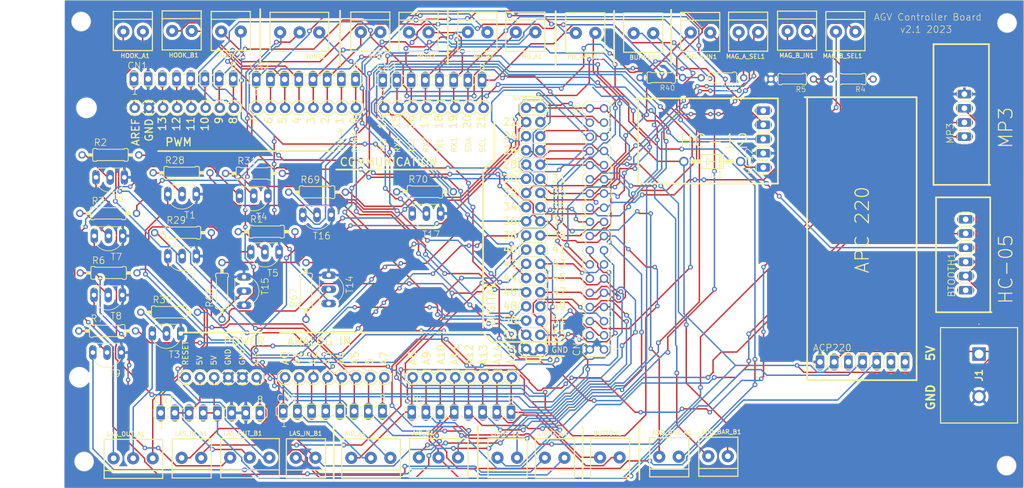
<source format=kicad_pcb>
(kicad_pcb (version 20241229) (generator "pcbnew") (generator_version "9.0")
  (layers (0 "F.Cu" signal "Top") (2 "B.Cu" signal "Bottom") (13 "F.Paste" user) (15 "B.Paste" user) (5 "F.SilkS" user "F.Silkscreen") (7 "B.SilkS" user "B.Silkscreen") (1 "F.Mask" user) (3 "B.Mask" user) (25 "Edge.Cuts" user))
  (net 0 "")
  (net 1 "+5V")
  (net 2 "GND")
  (net 3 "/+VIN")
  (net 4 "/+3.3V")
  (net 5 "/MRST")
  (net 6 "/M38")
  (net 7 "/M39")
  (net 8 "/M40")
  (net 9 "/M41")
  (net 10 "/M42")
  (net 11 "/M43")
  (net 12 "/M44")
  (net 13 "/M45")
  (net 14 "/M46")
  (net 15 "/M47")
  (net 16 "/M48")
  (net 17 "/M49")
  (net 18 "/M50")
  (net 19 "/M51")
  (net 20 "/M52")
  (net 21 "/M53")
  (net 22 "/M22")
  (net 23 "/M23")
  (net 24 "/M24")
  (net 25 "/M25")
  (net 26 "/M26")
  (net 27 "/M27")
  (net 28 "/M28")
  (net 29 "/M29")
  (net 30 "/M30")
  (net 31 "/M31")
  (net 32 "/M32")
  (net 33 "/M33")
  (net 34 "/M34")
  (net 35 "/M35")
  (net 36 "/M36")
  (net 37 "/M37")
  (net 38 "/MAR")
  (net 39 "/M8")
  (net 40 "/M9")
  (net 41 "/M10")
  (net 42 "/M11")
  (net 43 "/M12")
  (net 44 "/M13")
  (net 45 "/M7")
  (net 46 "/MRX0")
  (net 47 "/MTX0")
  (net 48 "/M2")
  (net 49 "/M3")
  (net 50 "/M4")
  (net 51 "/M5")
  (net 52 "/M6")
  (net 53 "/MA0")
  (net 54 "/MA7")
  (net 55 "/MA6")
  (net 56 "/MA5")
  (net 57 "/MA4")
  (net 58 "/MA3")
  (net 59 "/MA2")
  (net 60 "/MA1")
  (net 61 "/MTX3")
  (net 62 "/M21")
  (net 63 "/M20")
  (net 64 "/MRX1")
  (net 65 "/MTX1")
  (net 66 "/MRX2")
  (net 67 "/MTX2")
  (net 68 "/MRX3")
  (net 69 "/MA8")
  (net 70 "/MA15")
  (net 71 "/MA14")
  (net 72 "/MA13")
  (net 73 "/MA12")
  (net 74 "/MA11")
  (net 75 "/MA10")
  (net 76 "/MA9")
  (net 78 "/MEL1")
  (net 80 "/MEL2")
  (net 82 "/MEL3")
  (net 84 "/LIGHT1")
  (net 86 "/LIGHT2")
  (net 87 "/LAS_A1")
  (net 89 "/LAS_A2")
  (net 90 "/LAS_A3")
  (net 91 "/MAG_A")
  (net 92 "Net-(R1-Pad1)")
  (net 93 "/LAS_B1")
  (net 94 "Net-(R2-Pad1)")
  (net 95 "/LAS_B2")
  (net 96 "Net-(R3-Pad1)")
  (net 97 "/LAS_B3")
  (net 98 "/MAG_B")
  (net 99 "Net-(R6-Pad1)")
  (net 100 "/LIGHT3")
  (net 101 "Net-(R7-Pad1)")
  (net 102 "/LIGHT4")
  (net 103 "Net-(D1-PadC)")
  (net 104 "Net-(R70-Pad1)")
  (net 105 "Net-(R69-Pad1)")
  (net 106 "Net-(R68-Pad1)")
  (net 107 "Net-(R67-Pad1)")
  (net 108 "Net-(R31-Pad1)")
  (net 109 "Net-(R30-Pad1)")
  (net 110 "Net-(R29-Pad1)")
  (net 111 "Net-(R28-Pad1)")
  (footprint "SparqControlv3:ARDUINO_MEGA" (layer "F.Cu") (at 51.3142 131.2876)
    (property "Reference" "U2" (hide yes))
    (property "Value" "ARDUINO-MEGAFULL" (hide yes))
  )
  (footprint "SparqControlv3:TO92-EBC-OVAL" (layer "F.Cu") (at 111.2038 112.9852 -90)
    (property "Reference" "T14")
    (property "Value" "2N2222")
  )
  (footprint "SparqControlv3:TO92-EBC-OVAL" (layer "F.Cu") (at 96.0468 113.3048 -90)
    (property "Reference" "T15")
    (property "Value" "2N2222")
  )
  (footprint "SparqControlv3:TO92-EBC-OVAL" (layer "F.Cu") (at 107.8394 100.9352 180)
    (property "Reference" "T16")
    (property "Value" "2N2222")
  )
  (footprint "SparqControlv3:TO92-EBC-OVAL" (layer "F.Cu") (at 127.4308 100.6812 180)
    (property "Reference" "T17")
    (property "Value" "2N2222")
  )
  (footprint "SparqControlv3:0207_10" (layer "F.Cu") (at 105.8608 113.2818 90)
    (property "Reference" "R67")
    (property "Value" "R-EU_0207_10")
  )
  (footprint "SparqControlv3:0207_10" (layer "F.Cu") (at 90.8208 113.2818 90)
    (property "Reference" "R68")
    (property "Value" "R-EU_0207_10")
  )
  (footprint "SparqControlv3:0207_10" (layer "F.Cu") (at 107.8486 95.5894)
    (property "Reference" "R69")
    (property "Value" "R-EU_0207_10")
  )
  (footprint "SparqControlv3:0207_10" (layer "F.Cu") (at 127.178 95.5194)
    (property "Reference" "R70")
    (property "Value" "R-EU_0207_10")
  )
  (footprint "SparqControlv3:TO92-EBC-OVAL" (layer "F.Cu") (at 83.6684 97.2152 180)
    (property "Reference" "T1")
    (property "Value" "2N2222")
  )
  (footprint "SparqControlv3:0207_10" (layer "F.Cu") (at 83.5862 92.1246)
    (property "Reference" "R28")
    (property "Value" "R-EU_0207_10")
  )
  (footprint "SparqControlv3:TO92-EBC-OVAL" (layer "F.Cu") (at 83.679 108.3152 180)
    (property "Reference" "T2")
    (property "Value" "2N2222")
  )
  (footprint "SparqControlv3:TO92-EBC-OVAL" (layer "F.Cu") (at 80.889 122.1744 180)
    (property "Reference" "T3")
    (property "Value" "2N2222")
  )
  (footprint "SparqControlv3:TO92-EBC-OVAL" (layer "F.Cu") (at 96.5046 97.5272 180)
    (property "Reference" "T4")
    (property "Value" "2N2222")
  )
  (footprint "SparqControlv3:0207_10" (layer "F.Cu") (at 83.8364 102.8464)
    (property "Reference" "R29")
    (property "Value" "R-EU_0207_10")
  )
  (footprint "SparqControlv3:0207_10" (layer "F.Cu") (at 81.36 117.091)
    (property "Reference" "R30")
    (property "Value" "R-EU_0207_10")
  )
  (footprint "SparqControlv3:0207_10" (layer "F.Cu") (at 96.5492 92.2306)
    (property "Reference" "R31")
    (property "Value" "R-EU_0207_10")
  )
  (footprint "SparqControlv3:0204_7" (layer "F.Cu") (at 180.4534 75.1082 180)
    (property "Reference" "R39")
    (property "Value" "10K")
  )
  (footprint "SparqControlv3:0204_7" (layer "F.Cu") (at 169.4964 75.0742 180)
    (property "Reference" "R40")
    (property "Value" "10K")
  )
  (footprint "SparqControlv3:MA08-1" (layer "F.Cu") (at 83.9532 75.306)
    (property "Reference" "CN1")
    (property "Value" "MA08-1")
  )
  (footprint "SparqControlv3:MA18-2" (layer "F.Cu") (at 157.9688 102.1792 90)
    (property "Reference" "CN4")
    (property "Value" "MA18-2")
  )
  (footprint "SparqControlv3:MA08-1" (layer "F.Cu") (at 105.848 75.3822)
    (property "Reference" "CN2")
    (property "Value" "MA08-1")
  )
  (footprint "SparqControlv3:MA08-1" (layer "F.Cu") (at 128.5048 75.5346)
    (property "Reference" "CN3")
    (property "Value" "MA08-1")
  )
  (footprint "SparqControlv3:MA08-1" (layer "F.Cu") (at 133.6864 134.996)
    (property "Reference" "CN5")
    (property "Value" "cn5")
  )
  (footprint "SparqControlv3:MA08-1" (layer "F.Cu") (at 110.674 134.8182)
    (property "Reference" "CN6")
    (property "Value" "MA08-1")
  )
  (footprint "SparqControlv3:MA08-1" (layer "F.Cu") (at 88.7284 135.123)
    (property "Reference" "CN7")
    (property "Value" "MA08-1")
  )
  (footprint "SparqControlv3:TO92-EBC-OVAL" (layer "F.Cu") (at 98.5074 107.5894 180)
    (property "Reference" "T5")
    (property "Value" "2N2222")
  )
  (footprint "SparqControlv3:TO92-EBC-OVAL" (layer "F.Cu") (at 70.796 94.2036 180)
    (property "Reference" "T6")
    (property "Value" "2N2222")
  )
  (footprint "SparqControlv3:TO92-EBC-OVAL" (layer "F.Cu") (at 70.4912 104.6938 180)
    (property "Reference" "T7")
    (property "Value" "2N2222")
  )
  (footprint "SparqControlv3:0207_10" (layer "F.Cu") (at 98.8122 102.6618)
    (property "Reference" "R1")
    (property "Value" "R-EU_0207_10")
  )
  (footprint "SparqControlv3:0207_10" (layer "F.Cu") (at 70.8468 88.9204)
    (property "Reference" "R2")
    (property "Value" "R-EU_0207_10")
  )
  (footprint "SparqControlv3:0207_10" (layer "F.Cu") (at 70.4404 99.3852)
    (property "Reference" "R3")
    (property "Value" "R-EU_0207_10")
  )
  (footprint "SparqControlv3:0204_7" (layer "F.Cu") (at 203.6126 75.3314 180)
    (property "Reference" "R4")
    (property "Value" "10K")
  )
  (footprint "SparqControlv3:0204_7" (layer "F.Cu") (at 192.9446 75.3314 180)
    (property "Reference" "R5")
    (property "Value" "10K")
  )
  (footprint "SparqControlv3:TERMBLOCK_1X3-3.5MM" (layer "F.Cu") (at 74.86 143.251)
    (property "Reference" "LAS_OUT_A1")
    (property "Value" "TERMBLOCK_1X3")
  )
  (footprint "SparqControlv3:TERMBLOCK_1X2-3.5MM" (layer "F.Cu") (at 85.2994 143.1748)
    (property "Reference" "LAS_IN_A1")
    (property "Value" "TERMBLOCK_1X2")
  )
  (footprint "SparqControlv3:TERMBLOCK_1X3-3.5MM" (layer "F.Cu") (at 95.7388 143.124)
    (property "Reference" "LAS_OUT_B1")
    (property "Value" "TERMBLOCK_1X3")
  )
  (footprint "SparqControlv3:TERMBLOCK_1X2-3.5MM" (layer "F.Cu") (at 105.7464 143.1494)
    (property "Reference" "LAS_IN_B1")
    (property "Value" "TERMBLOCK_1X2")
  )
  (footprint "SparqControlv3:TERMBLOCK_1X2-3.5MM" (layer "F.Cu") (at 176.5616 67.0002 180)
    (property "Reference" "MAG_A_IN1")
    (property "Value" "TERMBLOCK_1X2")
  )
  (footprint "SparqControlv3:TERMBLOCK_1X2-3.5MM" (layer "F.Cu") (at 185.1468 66.9494 180)
    (property "Reference" "MAG_A_SEL1")
    (property "Value" "TERMBLOCK_1X2")
  )
  (footprint "SparqControlv3:TERMBLOCK_1X2-3.5MM" (layer "F.Cu") (at 193.9098 66.7716 180)
    (property "Reference" "MAG_B_IN1")
    (property "Value" "TERMBLOCK_1X2")
  )
  (footprint "SparqControlv3:TERMBLOCK_1X2-3.5MM" (layer "F.Cu") (at 202.5712 66.8478 180)
    (property "Reference" "MAG_B_SEL1")
    (property "Value" "TERMBLOCK_1X2")
  )
  (footprint "SparqControlv3:TERMBLOCK_1X2-3.5MM" (layer "F.Cu") (at 170.8212 142.9716)
    (property "Reference" "ADD_BAR_A1")
    (property "Value" "TERMBLOCK_1X2")
  )
  (footprint "SparqControlv3:TERMBLOCK_1X2-3.5MM" (layer "F.Cu") (at 179.6096 142.87)
    (property "Reference" "ADD_BAR_B1")
    (property "Value" "TERMBLOCK_1X2")
  )
  (footprint "SparqControlv3:TERMBLOCK_1X2-3.5MM" (layer "F.Cu") (at 160.2294 143.0986)
    (property "Reference" "BUTTON1")
    (property "Value" "TERMBLOCK_1X2")
  )
  (footprint "SparqControlv3:TERMBLOCK_1X2-3.5MM" (layer "F.Cu") (at 117.4812 66.924 180)
    (property "Reference" "RFID1")
    (property "Value" "TERMBLOCK_1X2")
  )
  (footprint "SparqControlv3:TERMBLOCK_1X2-3.5MM" (layer "F.Cu") (at 126.1172 66.9748 180)
    (property "Reference" "RFID2")
    (property "Value" "TERMBLOCK_1X2")
  )
  (footprint "SparqControlv3:TERMBLOCK_1X2-3.5MM" (layer "F.Cu") (at 166.3508 67.1272 180)
    (property "Reference" "BUMPER1")
    (property "Value" "TERMBLOCK_1X2")
  )
  (footprint "SparqControlv3:TERMBLOCK_1X2-3.5MM" (layer "F.Cu") (at 145.2434 66.9494 180)
    (property "Reference" "MD_A1")
    (property "Value" "TERMBLOCK_1X2")
  )
  (footprint "SparqControlv3:TERMBLOCK_1X2-3.5MM" (layer "F.Cu") (at 136.6582 66.9494 180)
    (property "Reference" "MD_B1")
    (property "Value" "TERMBLOCK_1X2")
  )
  (footprint "SparqControlv3:TO92-EBC-OVAL" (layer "F.Cu") (at 70.4404 115.2856 180)
    (property "Reference" "T8")
    (property "Value" "2N2222")
  )
  (footprint "SparqControlv3:0207_10" (layer "F.Cu") (at 70.5166 110.0532)
    (property "Reference" "R6")
    (property "Value" "R-EU_0207_10")
  )
  (footprint "SparqControlv3:TO92-EBC-OVAL" (layer "F.Cu") (at 70.2372 125.5726 180)
    (property "Reference" "T9")
    (property "Value" "2N2222")
  )
  (footprint "SparqControlv3:0207_10" (layer "F.Cu") (at 70.2626 120.4418)
    (property "Reference" "R7")
    (property "Value" "R-EU_0207_10")
  )
  (footprint "SparqControlv3:TERMBLOCK_1X2-3.5MM" (layer "F.Cu") (at 141.8652 143.1494)
    (property "Reference" "LIGHT_12")
    (property "Value" "TERMBLOCK_1X2")
  )
  (footprint "SparqControlv3:TERMBLOCK_1X2-3.5MM" (layer "F.Cu") (at 150.3488 143.1494)
    (property "Reference" "LIGHT_34")
    (property "Value" "TERMBLOCK_1X2")
  )
  (footprint "SparqControlv3:TERMBLOCK_1X3-3.5MM" (layer "F.Cu") (at 104.7812 66.9748 180)
    (property "Reference" "TONE1")
    (property "Value" "TERMBLOCK_1X3")
  )
  (footprint "SparqControlv3:TERMBLOCK_1X2-3.5MM" (layer "F.Cu") (at 74.9616 66.8224 180)
    (property "Reference" "HOOK_A1")
    (property "Value" "TERMBLOCK_1X2")
  )
  (footprint "SparqControlv3:TERMBLOCK_1X2-3.5MM" (layer "F.Cu") (at 83.6992 66.7208 180)
    (property "Reference" "HOOK_B1")
    (property "Value" "TERMBLOCK_1X2")
  )
  (footprint "SparqControlv3:TERMBLOCK_1X2-3.5MM" (layer "F.Cu") (at 92.4876 66.8224 180)
    (property "Reference" "HOOK_C1")
    (property "Value" "TERMBLOCK_1X2")
  )
  (footprint "SparqControlv3:TERMBLOCK_1X2-3.5MM" (layer "F.Cu") (at 155.9876 67.0764 180)
    (property "Reference" "PD_INPUT1")
    (property "Value" "TERMBLOCK_1X2")
  )
  (footprint "SparqControlv3:TERMBLOCK_1X3-3.5MM" (layer "F.Cu") (at 117.4304 143.1748)
    (property "Reference" "AIO_A1")
    (property "Value" "TERMBLOCK_1X3")
  )
  (footprint "SparqControlv3:TERMBLOCK_1X3-3.5MM" (layer "F.Cu") (at 129.5462 143.0986)
    (property "Reference" "AIO_B1")
    (property "Value" "TERMBLOCK_1X3")
  )
  (footprint "SparqControlv3:1X04" (layer "F.Cu") (at 223.7802 81.8338 90)
    (property "Reference" "MP3")
    (property "Value" "PINHD-1X4")
  )
  (footprint "SparqControlv3:1X07" (layer "F.Cu") (at 205.543 126.0044)
    (property "Reference" "ACP220")
    (property "Value" "PINHD-1X7")
  )
  (footprint "SparqControlv3:1X06" (layer "F.Cu") (at 224.0088 106.802 90)
    (property "Reference" "BTOOTH1")
    (property "Value" "PINHD-1X6")
  )
  (footprint "SparqControlv3:1X05" (layer "F.Cu") (at 187.763 86.0756 90)
    (property "Reference" "HC12")
    (property "Value" "PINHD-1X5")
  )
  (footprint "SparqControlv3:DO41-10" (layer "F.Cu") (at 178.619 90.0888 180)
    (property "Reference" "D1")
    (property "Value" "1N4004")
  )
  (footprint "SamacSys_Parts:KF25C7622P" (layer "F.Cu") (at 226.4 124.58 -90)
    (property "Reference" "J1")
    (property "Value" "KF25C-7.62-2P" (hide yes))
  )
  (gr_line (start 218.7002 96.515) (end 228.403 96.515) (stroke (width 0.3048)) (layer "F.SilkS"))
  (gr_line (start 190.3792 78.7858) (end 190.3792 94.0512) (stroke (width 0.3048)) (layer "F.SilkS"))
  (gr_line (start 218.7002 117.089) (end 218.7002 96.515) (stroke (width 0.3048)) (layer "F.SilkS"))
  (gr_line (start 190.3792 94.0512) (end 165.3602 94.0512) (stroke (width 0.3048)) (layer "F.SilkS"))
  (gr_line (start 150.5774 63.1648) (end 150.5774 72.8676) (stroke (width 0.3048)) (layer "F.SilkS"))
  (gr_line (start 97.6692 72.5374) (end 97.6692 62.8346) (stroke (width 0.3048)) (layer "F.SilkS"))
  (gr_line (start 228.1744 69.083) (end 228.1744 94.2798) (stroke (width 0.3048)) (layer "F.SilkS"))
  (gr_line (start 215.2204 78.5826) (end 215.2204 129.2556) (stroke (width 0.3048)) (layer "F.SilkS"))
  (gr_line (start 165.5634 137.3582) (end 165.5634 147.061) (stroke (width 0.3048)) (layer "F.SilkS"))
  (gr_line (start 171.253 62.9362) (end 171.253 72.639) (stroke (width 0.3048)) (layer "F.SilkS"))
  (gr_line (start 161.0422 63.114) (end 161.0422 72.8168) (stroke (width 0.3048)) (layer "F.SilkS"))
  (gr_line (start 215.2204 129.2556) (end 195.6116 129.2556) (stroke (width 0.3048)) (layer "F.SilkS"))
  (gr_line (start 111.9694 72.7914) (end 111.9694 63.0886) (stroke (width 0.3048)) (layer "F.SilkS"))
  (gr_line (start 131.2734 72.5882) (end 131.2734 62.8854) (stroke (width 0.3048)) (layer "F.SilkS"))
  (gr_line (start 228.403 117.089) (end 218.7002 117.089) (stroke (width 0.3048)) (layer "F.SilkS"))
  (gr_line (start 228.1744 94.2798) (end 218.243 94.2798) (stroke (width 0.3048)) (layer "F.SilkS"))
  (gr_line (start 165.3602 94.0512) (end 165.3602 78.7858) (stroke (width 0.3048)) (layer "F.SilkS"))
  (gr_line (start 155.4034 137.6376) (end 155.4034 147.3404) (stroke (width 0.3048)) (layer "F.SilkS"))
  (gr_line (start 136.6582 137.409) (end 136.6328 147.1118) (stroke (width 0.3048)) (layer "F.SilkS"))
  (gr_line (start 195.6116 78.5826) (end 215.2204 78.5826) (stroke (width 0.3048)) (layer "F.SilkS"))
  (gr_line (start 195.6116 129.2556) (end 195.6116 78.5826) (stroke (width 0.3048)) (layer "F.SilkS"))
  (gr_line (start 218.243 94.2798) (end 218.243 69.083) (stroke (width 0.3048)) (layer "F.SilkS"))
  (gr_line (start 218.243 69.083) (end 228.1744 69.083) (stroke (width 0.3048)) (layer "F.SilkS"))
  (gr_line (start 228.403 96.515) (end 228.403 117.089) (stroke (width 0.3048)) (layer "F.SilkS"))
  (gr_line (start 228.403 94.2798) (end 228.1744 94.2798) (stroke (width 0.3048)) (layer "F.SilkS"))
  (gr_line (start 195.1544 78.5826) (end 195.6116 78.5826) (stroke (width 0.3048)) (layer "F.SilkS"))
  (gr_line (start 165.3602 78.7858) (end 190.3792 78.7858) (stroke (width 0.3048)) (layer "F.SilkS"))
  (gr_line (start 228.6316 117.089) (end 228.403 117.089) (stroke (width 0.3048)) (layer "F.SilkS"))
  (gr_line (start 165.0554 78.7858) (end 165.3602 78.7858) (stroke (width 0.3048)) (layer "F.SilkS"))
  (gr_line (start 110.8264 137.4852) (end 110.8264 147.188) (stroke (width 0.3048)) (layer "F.SilkS"))
  (gr_circle (center 231.4218 65.2892) (end 233.129428 65.2892) (stroke (width 0.1)) (fill no) (layer "Edge.Cuts"))
  (gr_circle (center 231.3328 144.575) (end 233.040428 144.575) (stroke (width 0.1)) (fill no) (layer "Edge.Cuts"))
  (gr_line (start 234.385 148.6) (end 62.5664 148.6) (stroke (width 0.05)) (layer "Edge.Cuts"))
  (gr_line (start 234.4358 61.2) (end 234.385 148.6) (stroke (width 0.05)) (layer "Edge.Cuts"))
  (gr_line (start 62.5664 148.6) (end 62.6172 61.2) (stroke (width 0.05)) (layer "Edge.Cuts"))
  (gr_circle (center 66.1256 143.8264) (end 67.833228 143.8264) (stroke (width 0.1)) (fill no) (layer "Edge.Cuts"))
  (gr_circle (center 65.5922 65.0356) (end 67.299828 65.0356) (stroke (width 0.1)) (fill no) (layer "Edge.Cuts"))
  (gr_line (start 62.6172 61.2) (end 234.4358 61.2) (stroke (width 0.05)) (layer "Edge.Cuts"))
  (gr_text "5V" (at 218.6 126 90) (layer "F.SilkS") (effects (font (size 1.5 1.5) (thickness 0.3) (bold yes)) (justify left bottom)))
  (gr_text "HC-12" (at 172.5738 87.8536 0) (layer "F.SilkS") (effects (font (size 2.413 2.413) (thickness 0.2032)) (justify left bottom)))
  (gr_text "v2.1 2023" (at 212.1972 67.1526 0) (layer "F.SilkS") (effects (font (size 1.2065 1.2065) (thickness 0.1016)) (justify left bottom)))
  (gr_text "AGV Controller Board" (at 207.511 64.9428 0) (layer "F.SilkS") (effects (font (size 1.2065 1.2065) (thickness 0.1016)) (justify left bottom)))
  (gr_text "APC 220" (at 206.8892 110.2818 90) (layer "F.SilkS") (effects (font (size 2.413 2.413) (thickness 0.2032)) (justify left bottom)))
  (gr_text "MP3" (at 229.7746 80.1828 90) (layer "F.SilkS") (effects (font (size 2.413 2.413) (thickness 0.2032)) (justify right top)))
  (gr_text "AREF" (at 144.8116 92.4256 90) (layer "F.SilkS") (effects (font (size 1.35128 1.35128) (thickness 0.113792)) (justify left bottom)))
  (gr_text "GND" (at 218.6 134.8 90) (layer "F.SilkS") (effects (font (size 1.5 1.5) (thickness 0.3) (bold yes)) (justify left bottom)))
  (gr_text "HC-05" (at 229.7746 102.992 90) (layer "F.SilkS") (effects (font (size 2.413 2.413) (thickness 0.2032)) (justify right top)))
  (segment (start 225.8664 108.7198) (end 225.8664 82.8698) (width 0.254) (layer "F.Cu") (net 1))
  (segment (start 229.0164 124.6198) (end 229.0164 115.8198) (width 0.254) (layer "F.Cu") (net 1))
  (segment (start 224.0164 110.8198) (end 224.0164 110.6198) (width 0.254) (layer "F.Cu") (net 1))
  (segment (start 224.0164 110.6198) (end 224.0088 110.612) (width 0.254) (layer "F.Cu") (net 1))
  (segment (start 229.0164 124.6198) (end 229.0634 124.6328) (width 0.254) (layer "F.Cu") (net 1))
  (segment (start 224.0664 110.5198) (end 225.8664 108.7198) (width 0.254) (layer "F.Cu") (net 1))
  (segment (start 223.8164 80.8198) (end 223.8164 80.5698) (width 0.254) (layer "F.Cu") (net 1))
  (segment (start 225.8664 82.8698) (end 223.8164 80.8198) (width 0.254) (layer "F.Cu") (net 1))
  (segment (start 223.8164 80.5698) (end 223.7802 80.5638) (width 0.254) (layer "F.Cu") (net 1))
  (segment (start 224.0664 110.5198) (end 224.0088 110.612) (width 0.254) (layer "F.Cu") (net 1))
  (segment (start 147.8164 80.4698) (end 145.3164 80.4698) (width 0.254) (layer "F.Cu") (net 1))
  (segment (start 145.3164 80.4698) (end 145.2942 80.4876) (width 0.254) (layer "F.Cu") (net 1))
  (segment (start 229.0164 115.8198) (end 224.0164 110.8198) (width 0.254) (layer "F.Cu") (net 1))
  (segment (start 89.4164 128.7698) (end 89.4142 128.7476) (width 0.254) (layer "F.Cu") (net 1))
  (segment (start 156.6164 80.5198) (end 156.6988 80.5892) (width 0.254) (layer "F.Cu") (net 1))
  (segment (start 200.4664 125.9698) (end 200.463 126.0044) (width 0.254) (layer "F.Cu") (net 1))
  (segment (start 89.4164 135.0198) (end 89.4164 128.7698) (width 0.254) (layer "F.Cu") (net 1))
  (segment (start 147.8164 80.4698) (end 147.8342 80.4876) (width 0.254) (layer "F.Cu") (net 1))
  (segment (start 87.4664 135.1198) (end 87.4584 135.123) (width 0.254) (layer "F.Cu") (net 1))
  (segment (start 147.9164 80.5198) (end 147.8342 80.4876) (width 0.254) (layer "F.Cu") (net 1))
  (segment (start 159.2164 80.5698) (end 159.2388 80.5892) (width 0.254) (layer "F.Cu") (net 1))
  (segment (start 159.3664 80.6198) (end 159.2388 80.5892) (width 0.254) (layer "F.Cu") (net 1))
  (segment (start 89.4164 135.0198) (end 89.9984 135.123) (width 0.254) (layer "F.Cu") (net 1))
  (segment (start 89.9664 135.1198) (end 89.9984 135.123) (width 0.254) (layer "F.Cu") (net 1))
  (segment (start 228.9164 124.1198) (end 229.0634 124.6328) (width 0.254) (layer "F.Cu") (net 1))
  (segment (start 168.8164 90.0698) (end 173.5164 90.0698) (width 0.254) (layer "F.Cu") (net 1))
  (segment (start 156.6164 80.5198) (end 147.9164 80.5198) (width 0.254) (layer "F.Cu") (net 1))
  (segment (start 173.5164 90.0698) (end 173.539 90.0888) (width 0.254) (layer "F.Cu") (net 1))
  (segment (start 159.2164 80.5698) (end 156.7164 80.5698) (width 0.254) (layer "F.Cu") (net 1))
  (segment (start 89.9664 135.1198) (end 87.4664 135.1198) (width 0.254) (layer "F.Cu") (net 1))
  (segment (start 159.3664 80.6198) (end 168.8164 90.0698) (width 0.254) (layer "F.Cu") (net 1))
  (segment (start 200.4664 125.9698) (end 202.3164 124.1198) (width 0.254) (layer "F.Cu") (net 1))
  (segment (start 156.7164 80.5698) (end 156.6988 80.5892) (width 0.254) (layer "F.Cu") (net 1))
  (segment (start 202.3164 124.1198) (end 228.9164 124.1198) (width 0.254) (layer "F.Cu") (net 1))
  (segment (start 229.0634 124.6328) (end 225.8408 127.8554) (width 0.254) (layer "F.Cu") (net 1))
  (segment (start 225.8408 127.8554) (end 195.0356 127.8554) (width 0.254) (layer "F.Cu") (net 1))
  (segment (start 195.0356 127.8554) (end 193.8 126.6198) (width 0.254) (layer "F.Cu") (net 1))
  (via (at 193.8 126.6198) (size 0.8) (drill 0.4) (layers "F.Cu" "B.Cu") (net 1))
  (segment (start 94.3664 143.1698) (end 90.0164 138.8198) (width 0.254) (layer "B.Cu") (net 1))
  (segment (start 198.5664 127.8698) (end 197.4664 127.8698) (width 0.254) (layer "B.Cu") (net 1))
  (segment (start 182.7164 126.6198) (end 182.7084 126.5886) (width 0.254) (layer "B.Cu") (net 1))
  (segment (start 200.4164 126.0198) (end 198.5664 127.8698) (width 0.254) (layer "B.Cu") (net 1))
  (segment (start 173.5664 90.1198) (end 173.539 90.0888) (width 0.254) (layer "B.Cu") (net 1))
  (segment (start 197.4664 127.8698) (end 196.2164 126.6198) (width 0.254) (layer "B.Cu") (net 1))
  (segment (start 94.3664 143.7198) (end 94.3664 143.1698) (width 0.254) (layer "B.Cu") (net 1))
  (segment (start 90.0164 135.1698) (end 89.9984 135.123) (width 0.254) (layer "B.Cu") (net 1))
  (segment (start 182.6664 126.4698) (end 173.5664 117.3698) (width 0.254) (layer "B.Cu") (net 1))
  (segment (start 182.6664 126.7198) (end 182.7084 126.5886) (width 0.254) (layer "B.Cu") (net 1))
  (segment (start 173.5664 117.3698) (end 173.5664 90.1198) (width 0.254) (layer "B.Cu") (net 1))
  (segment (start 90.0164 138.8198) (end 90.0164 135.1698) (width 0.254) (layer "B.Cu") (net 1))
  (segment (start 182.6664 126.7198) (end 162.5664 146.8198) (width 0.254) (layer "B.Cu") (net 1))
  (segment (start 200.4164 126.0198) (end 200.463 126.0044) (width 0.254) (layer "B.Cu") (net 1))
  (segment (start 162.5664 146.8198) (end 97.4664 146.8198) (width 0.254) (layer "B.Cu") (net 1))
  (segment (start 97.4664 146.8198) (end 94.3664 143.7198) (width 0.254) (layer "B.Cu") (net 1))
  (segment (start 182.6664 126.4698) (end 182.7084 126.5886) (width 0.254) (layer "B.Cu") (net 1))
  (segment (start 193.8 126.6198) (end 182.7164 126.6198) (width 0.254) (layer "B.Cu") (net 1))
  (segment (start 196.2164 126.6198) (end 193.8 126.6198) (width 0.254) (layer "B.Cu") (net 1))
  (segment (start 94.4664 128.7698) (end 94.4942 128.7476) (width 0.254) (layer "F.Cu") (net 2))
  (segment (start 77.7164 80.4698) (end 77.6164 80.3698) (width 0.254) (layer "F.Cu") (net 2))
  (segment (start 72.9664 114.0198) (end 72.8164 114.1698) (width 0.254) (layer "F.Cu") (net 2))
  (segment (start 73.0664 103.4698) (end 73.0312 103.4238) (width 0.254) (layer "F.Cu") (net 2))
  (segment (start 92.5664 135.1198) (end 92.5384 135.123) (width 0.254) (layer "F.Cu") (net 2))
  (segment (start 101.0664 106.2698) (end 101.0474 106.3194) (width 0.254) (layer "F.Cu") (net 2))
  (segment (start 91.9664 128.7698) (end 91.9542 128.7476) (width 0.254) (layer "F.Cu") (net 2))
  (segment (start 95.0664 135.1198) (end 95.0784 135.123) (width 0.254) (layer "F.Cu") (net 2))
  (segment (start 77.7164 80.4698) (end 77.7302 80.4876) (width 0.254) (layer "F.Cu") (net 2))
  (segment (start 72.8164 124.2698) (end 72.7772 124.3026) (width 0.254) (layer "F.Cu") (net 2))
  (segment (start 73.0664 113.9198) (end 72.9804 114.0156) (width 0.254) (layer "F.Cu") (net 2))
  (segment (start 72.9664 114.0198) (end 72.9804 114.0156) (width 0.254) (layer "F.Cu") (net 2))
  (segment (start 110.3664 99.6698) (end 110.3794 99.6652) (width 0.254) (layer "F.Cu") (net 2))
  (segment (start 93.8164 128.8698) (end 94.4942 128.7476) (width 0.254) (layer "F.Cu") (net 2))
  (segment (start 77.6164 75.3198) (end 77.6032 75.306) (width 0.254) (layer "F.Cu") (net 2))
  (segment (start 83.4164 120.8698) (end 83.429 120.9044) (width 0.254) (layer "F.Cu") (net 2))
  (segment (start 82.9164 120.8698) (end 83.4164 120.8698) (width 0.254) (layer "F.Cu") (net 2))
  (segment (start 159.2164 123.7698) (end 159.2388 123.7692) (width 0.254) (layer "F.Cu") (net 2))
  (segment (start 197.9664 126.0198) (end 197.923 126.0044) (width 0.254) (layer "F.Cu") (net 2))
  (segment (start 156.7164 123.7698) (end 156.6988 123.7692) (width 0.254) (layer "F.Cu") (net 2))
  (segment (start 156.6664 123.6698) (end 156.6988 123.7692) (width 0.254) (layer "F.Cu") (net 2))
  (segment (start 147.8164 123.6698) (end 147.8342 123.6676) (width 0.254) (layer "F.Cu") (net 2))
  (segment (start 145.3164 123.6698) (end 145.2942 123.6676) (width 0.254) (layer "F.Cu") (net 2))
  (segment (start 85.7164 95.9198) (end 86.1664 95.9198) (width 0.254) (layer "F.Cu") (net 2))
  (segment (start 73.4164 92.8698) (end 73.336 92.9336) (width 0.254) (layer "F.Cu") (net 2))
  (segment (start 86.1664 95.9198) (end 86.2084 95.9452) (width 0.254) (layer "F.Cu") (net 2))
  (segment (start 73.0664 103.3198) (end 73.0312 103.4238) (width 0.254) (layer "F.Cu") (net 2))
  (segment (start 73.3164 92.9698) (end 73.336 92.9336) (width 0.254) (layer "F.Cu") (net 2))
  (segment (start 197.8164 125.9698) (end 197.923 126.0044) (width 0.254) (layer "F.Cu") (net 2))
  (segment (start 73.0664 103.3198) (end 73.3164 103.0698) (width 0.254) (layer "F.Cu") (net 2))
  (segment (start 94.5164 128.6198) (end 94.4942 128.7476) (width 0.254) (layer "F.Cu") (net 2))
  (segment (start 145.2164 123.5698) (end 145.2942 123.6676) (width 0.254) (layer "F.Cu") (net 2))
  (segment (start 159.3164 123.8698) (end 159.2388 123.7692) (width 0.254) (layer "F.Cu") (net 2))
  (segment (start 189.1664 75.3698) (end 189.1346 75.3314) (width 0.254) (layer "F.Cu") (net 2))
  (segment (start 187.7664 88.5698) (end 187.763 88.6156) (width 0.254) (layer "F.Cu") (net 2))
  (segment (start 223.7664 78.0198) (end 223.7802 78.0238) (width 0.254) (layer "F.Cu") (net 2))
  (segment (start 229.0164 132.2698) (end 229.0634 132.2528) (width 0.254) (layer "F.Cu") (net 2))
  (segment (start 86.2664 107.0698) (end 86.219 107.0452) (width 0.254) (layer "B.Cu") (net 2))
  (segment (start 109.9664 110.4198) (end 109.9338 110.4452) (width 0.254) (layer "B.Cu") (net 2))
  (segment (start 94.7164 110.6698) (end 94.7768 110.7648) (width 0.254) (layer "B.Cu") (net 2))
  (segment (start 101.0164 106.3198) (end 101.0474 106.3194) (width 0.254) (layer "B.Cu") (net 2))
  (segment (start 99.0664 96.2698) (end 99.0446 96.2572) (width 0.254) (layer "B.Cu") (net 2))
  (segment (start 110.3664 99.6698) (end 110.3794 99.6652) (width 0.254) (layer "B.Cu") (net 2))
  (segment (start 129.5164 99.4198) (end 129.9664 99.4198) (width 0.254) (layer "B.Cu") (net 2))
  (segment (start 100.9664 106.2198) (end 101.0474 106.3194) (width 0.254) (layer "B.Cu") (net 2))
  (segment (start 129.9664 99.4198) (end 129.9708 99.4112) (width 0.254) (layer "B.Cu") (net 2))
  (segment (start 94.8164 110.7198) (end 94.7768 110.7648) (width 0.254) (layer "B.Cu") (net 2))
  (segment (start 86.2164 95.9698) (end 86.2084 95.9452) (width 0.254) (layer "B.Cu") (net 2))
  (segment (start 110.3664 99.6698) (end 109.9664 100.0698) (width 0.254) (layer "B.Cu") (net 2))
  (segment (start 86.2164 106.9198) (end 86.219 107.0452) (width 0.254) (layer "B.Cu") (net 2))
  (segment (start 83.4664 120.9198) (end 83.429 120.9044) (width 0.254) (layer "B.Cu") (net 2))
  (segment (start 91.2664 128.7198) (end 91.9164 128.7198) (width 0.254) (layer "B.Cu") (net 2))
  (segment (start 147.8664 123.6198) (end 147.8342 123.6676) (width 0.254) (layer "B.Cu") (net 2))
  (segment (start 77.7164 80.5198) (end 77.7302 80.4876) (width 0.254) (layer "B.Cu") (net 2))
  (segment (start 91.9164 128.7198) (end 91.9542 128.7476) (width 0.254) (layer "B.Cu") (net 2))
  (segment (start 73.3664 92.9198) (end 73.336 92.9336) (width 0.254) (layer "B.Cu") (net 2))
  (segment (start 165.7164 75.1198) (end 165.6864 75.0742) (width 0.254) (layer "B.Cu") (net 2))
  (segment (start 223.8164 78.0698) (end 223.7802 78.0238) (width 0.254) (layer "B.Cu") (net 2))
  (segment (start 224.0664 107.9698) (end 224.0088 108.072) (width 0.254) (layer "B.Cu") (net 2))
  (segment (start 223.8164 78.2698) (end 223.8164 78.0698) (width 0.254) (layer "B.Cu") (net 2))
  (segment (start 224.0164 108.1198) (end 224.0088 108.072) (width 0.254) (layer "B.Cu") (net 2))
  (segment (start 229.0164 132.2198) (end 229.0634 132.2528) (width 0.254) (layer "B.Cu") (net 2))
  (segment (start 224.0164 108.2698) (end 224.0164 108.1198) (width 0.254) (layer "B.Cu") (net 2))
  (segment (start 189.1164 75.3198) (end 189.1346 75.3314) (width 0.254) (layer "B.Cu") (net 2))
  (segment (start 97.0664 128.7698) (end 97.6164 129.3198) (width 0.254) (layer "F.Cu") (net 3))
  (segment (start 97.6164 129.3198) (end 97.6164 135.1198) (width 0.254) (layer "F.Cu") (net 3))
  (segment (start 97.6164 135.1198) (end 97.6184 135.123) (width 0.254) (layer "F.Cu") (net 3))
  (segment (start 97.0664 128.7698) (end 97.0342 128.7476) (width 0.254) (layer "F.Cu") (net 3))
  (segment (start 86.8664 128.7698) (end 86.8742 128.7476) (width 0.254) (layer "F.Cu") (net 4))
  (segment (start 84.9164 135.1198) (end 82.4164 135.1198) (width 0.254) (layer "F.Cu") (net 4))
  (segment (start 82.4164 135.1198) (end 82.3784 135.123) (width 0.254) (layer "F.Cu") (net 4))
  (segment (start 84.9664 135.0198) (end 86.8664 133.1198) (width 0.254) (layer "F.Cu") (net 4))
  (segment (start 86.8664 133.1198) (end 86.8664 128.7698) (width 0.254) (layer "F.Cu") (net 4))
  (segment (start 84.9664 135.0198) (end 84.9184 135.123) (width 0.254) (layer "F.Cu") (net 4))
  (segment (start 84.9164 135.1198) (end 84.9184 135.123) (width 0.254) (layer "F.Cu") (net 4))
  (segment (start 79.8664 132.0198) (end 79.8664 135.1198) (width 0.254) (layer "F.Cu") (net 5))
  (segment (start 83.1164 128.7698) (end 79.8664 132.0198) (width 0.254) (layer "F.Cu") (net 5))
  (segment (start 84.3164 128.7698) (end 83.1164 128.7698) (width 0.254) (layer "F.Cu") (net 5))
  (segment (start 84.3164 128.7698) (end 84.3342 128.7476) (width 0.254) (layer "F.Cu") (net 5))
  (segment (start 79.8664 135.1198) (end 79.8384 135.123) (width 0.254) (layer "F.Cu") (net 5))
  (segment (start 121.2664 133.8198) (end 121.2664 126.7698) (width 0.254) (layer "F.Cu") (net 6))
  (segment (start 161.5664 91.2698) (end 161.5664 93.1698) (width 0.254) (layer "F.Cu") (net 6))
  (segment (start 134.6664 139.6698) (end 134.1664 139.1698) (width 0.254) (layer "F.Cu") (net 6))
  (segment (start 145.4664 139.6698) (end 134.6664 139.6698) (width 0.254) (layer "F.Cu") (net 6))
  (segment (start 157.7164 103.4198) (end 156.7164 103.4198) (width 0.254) (layer "F.Cu") (net 6))
  (segment (start 157.3164 74.0698) (end 162.0664 78.8198) (width 0.254) (layer "F.Cu") (net 6))
  (segment (start 157.3164 67.4698) (end 157.3164 74.0698) (width 0.254) (layer "F.Cu") (net 6))
  (segment (start 160.4664 101.2698) (end 159.7164 102.0198) (width 0.254) (layer "F.Cu") (net 6))
  (segment (start 133.6164 110.9698) (end 133.7164 110.9698) (width 0.254) (layer "F.Cu") (net 6))
  (segment (start 121.2664 126.7698) (end 130.2164 117.8198) (width 0.254) (layer "F.Cu") (net 6))
  (segment (start 134.1664 139.1698) (end 133.7164 139.1698) (width 0.254) (layer "F.Cu") (net 6))
  (segment (start 130.2164 117.8198) (end 130.2164 114.3698) (width 0.254) (layer "F.Cu") (net 6))
  (segment (start 160.4664 94.2698) (end 160.4664 101.2698) (width 0.254) (layer "F.Cu") (net 6))
  (segment (start 163.7664 89.5198) (end 163.3164 89.5198) (width 0.254) (layer "F.Cu") (net 6))
  (segment (start 156.7164 103.4198) (end 156.6988 103.4492) (width 0.254) (layer "F.Cu") (net 6))
  (segment (start 161.5664 93.1698) (end 160.4664 94.2698) (width 0.254) (layer "F.Cu") (net 6))
  (segment (start 159.7164 102.0198) (end 159.1164 102.0198) (width 0.254) (layer "F.Cu") (net 6))
  (segment (start 163.3164 89.5198) (end 161.5664 91.2698) (width 0.254) (layer "F.Cu") (net 6))
  (segment (start 157.6664 67.1198) (end 157.6876 67.0764) (width 0.254) (layer "F.Cu") (net 6))
  (segment (start 130.2164 114.3698) (end 133.6164 110.9698) (width 0.254) (layer "F.Cu") (net 6))
  (segment (start 157.6664 67.1198) (end 157.3164 67.4698) (width 0.254) (layer "F.Cu") (net 6))
  (segment (start 159.1164 102.0198) (end 157.7164 103.4198) (width 0.254) (layer "F.Cu") (net 6))
  (segment (start 162.0664 78.8198) (end 162.0664 79.7198) (width 0.254) (layer "F.Cu") (net 6))
  (segment (start 160.3664 103.8698) (end 160.1664 104.0698) (width 0.254) (layer "F.Cu") (net 6))
  (segment (start 160.1664 104.0698) (end 160.1664 104.5198) (width 0.254) (layer "F.Cu") (net 6))
  (segment (start 159.7664 102.1198) (end 160.3664 102.7198) (width 0.254) (layer "F.Cu") (net 6))
  (segment (start 159.7664 102.1198) (end 159.7164 102.0198) (width 0.254) (layer "F.Cu") (net 6))
  (segment (start 160.3664 102.7198) (end 160.3664 103.8698) (width 0.254) (layer "F.Cu") (net 6))
  (segment (start 165.9664 127.4336) (end 165.9664 120.6698) (width 0.254) (layer "F.Cu") (net 6))
  (segment (start 162.4037 130.9963) (end 165.9664 127.4336) (width 0.254) (layer "F.Cu") (net 6))
  (segment (start 162.462473 130.9963) (end 162.4037 130.9963) (width 0.254) (layer "F.Cu") (net 6))
  (via (at 162.0664 79.7198) (size 0.8636) (drill 0.4572) (layers "F.Cu" "B.Cu") (net 6))
  (via (at 121.2664 133.8198) (size 0.8636) (drill 0.4572) (layers "F.Cu" "B.Cu") (net 6))
  (via (at 165.9664 120.6698) (size 0.8636) (drill 0.4572) (layers "F.Cu" "B.Cu") (net 6))
  (via (at 163.7664 89.5198) (size 0.8636) (drill 0.4572) (layers "F.Cu" "B.Cu") (net 6))
  (via (at 133.7164 110.9698) (size 0.8636) (drill 0.4572) (layers "F.Cu" "B.Cu") (net 6))
  (via (at 133.7164 139.1698) (size 0.8636) (drill 0.4572) (layers "F.Cu" "B.Cu") (net 6))
  (via (at 160.1664 104.5198) (size 0.8636) (drill 0.4572) (layers "F.Cu" "B.Cu") (net 6))
  (via (at 145.4664 139.6698) (size 0.8636) (drill 0.4572) (layers "F.Cu" "B.Cu") (net 6))
  (via (at 162.462473 130.9963) (size 0.8) (drill 0.4) (layers "F.Cu" "B.Cu") (net 6))
  (segment (start 145.2664 104.0698) (end 145.2664 103.3698) (width 0.254) (layer "B.Cu") (net 6))
  (segment (start 132.1164 137.5698) (end 125.0164 137.5698) (width 0.254) (layer "B.Cu") (net 6))
  (segment (start 133.7164 139.1698) (end 132.1164 137.5698) (width 0.254) (layer "B.Cu") (net 6))
  (segment (start 147.9164 137.1198) (end 145.4664 139.5698) (width 0.254) (layer "B.Cu") (net 6))
  (segment (start 150.6164 137.1198) (end 147.9164 137.1198) (width 0.254) (layer "B.Cu") (net 6))
  (segment (start 125.0164 137.5698) (end 121.2664 133.8198) (width 0.254) (layer "B.Cu") (net 6))
  (segment (start 145.4664 139.5698) (end 145.4664 139.6698) (width 0.254) (layer "B.Cu") (net 6))
  (segment (start 139.8164 109.5198) (end 145.2664 104.0698) (width 0.254) (layer "B.Cu") (net 6))
  (segment (start 162.0664 79.7198) (end 162.0664 85.5198) (width 0.254) (layer "B.Cu") (net 6))
  (segment (start 153.1164 134.6198) (end 150.6164 137.1198) (width 0.254) (layer "B.Cu") (net 6))
  (segment (start 154.0164 134.6198) (end 153.1164 134.6198) (width 0.254) (layer "B.Cu") (net 6))
  (segment (start 163.7664 87.2198) (end 163.7664 89.5198) (width 0.254) (layer "B.Cu") (net 6))
  (segment (start 139.8164 110.4698) (end 139.8164 109.5198) (width 0.254) (layer "B.Cu") (net 6))
  (segment (start 139.3164 110.9698) (end 139.8164 110.4698) (width 0.254) (layer "B.Cu") (net 6))
  (segment (start 133.7164 110.9698) (end 139.3164 110.9698) (width 0.254) (layer "B.Cu") (net 6))
  (segment (start 162.0664 85.5198) (end 163.7664 87.2198) (width 0.254) (layer "B.Cu") (net 6))
  (segment (start 160.1664 104.5198) (end 165.9664 110.3198) (width 0.254) (layer "B.Cu") (net 6))
  (segment (start 145.2664 103.3698) (end 145.2942 103.3476) (width 0.254) (layer "B.Cu") (net 6))
  (segment (start 160.8164 131.4698) (end 157.1664 131.4698) (width 0.254) (layer "B.Cu") (net 6))
  (segment (start 165.9664 110.3198) (end 165.9664 120.6698) (width 0.254) (layer "B.Cu") (net 6))
  (segment (start 157.1664 131.4698) (end 154.0164 134.6198) (width 0.254) (layer "B.Cu") (net 6))
  (segment (start 161.5164 130.7698) (end 160.8164 131.4698) (width 0.254) (layer "B.Cu") (net 6))
  (segment (start 161.5164 130.7698) (end 162.235973 130.7698) (width 0.254) (layer "B.Cu") (net 6))
  (segment (start 162.235973 130.7698) (end 162.462473 130.9963) (width 0.254) (layer "B.Cu") (net 6))
  (segment (start 154.4664 104.5698) (end 154.1664 104.2698) (width 0.254) (layer "F.Cu") (net 7))
  (segment (start 151.0664 103.3698) (end 147.8664 103.3698) (width 0.254) (layer "F.Cu") (net 7))
  (segment (start 159.2164 103.4698) (end 158.1164 104.5698) (width 0.254) (layer "F.Cu") (net 7))
  (segment (start 159.2164 103.4698) (end 159.2388 103.4492) (width 0.254) (layer "F.Cu") (net 7))
  (segment (start 154.1664 104.2698) (end 151.9664 104.2698) (width 0.254) (layer "F.Cu") (net 7))
  (segment (start 147.8664 103.3698) (end 147.8342 103.3476) (width 0.254) (layer "F.Cu") (net 7))
  (segment (start 151.9664 104.2698) (end 151.0664 103.3698) (width 0.254) (layer "F.Cu") (net 7))
  (segment (start 89.0238 119.8238) (end 89 119.8) (width 0.254) (layer "F.Cu") (net 7))
  (segment (start 148.704386 131.3933) (end 148.704386 134.304386) (width 0.254) (layer "F.Cu") (net 7))
  (segment (start 163 139.2) (end 166.7252 135.4748) (width 0.254) (layer "F.Cu") (net 7))
  (segment (start 158.1164 104.5698) (end 154.6 104.5698) (width 0.254) (layer "F.Cu") (net 7))
  (segment (start 153.6 139.2) (end 163 139.2) (width 0.254) (layer "F.Cu") (net 7))
  (segment (start 112.905295 126.80269) (end 105.302605 119.2) (width 0.254) (layer "F.Cu") (net 7))
  (segment (start 166.8 109) (end 163.6 105.8) (width 0.254) (layer "F.Cu") (net 7))
  (segment (start 105.302605 119.2) (end 92.2 119.2) (width 0.254) (layer "F.Cu") (net 7))
  (segment (start 148.704386 134.304386) (end 153.6 139.2) (width 0.254) (layer "F.Cu") (net 7))
  (segment (start 154.6 104.5698) (end 154.4664 104.5698) (width 0.254) (layer "F.Cu") (net 7))
  (segment (start 91.5762 119.8238) (end 89.0238 119.8238) (width 0.254) (layer "F.Cu") (net 7))
  (segment (start 120.5399 126.80269) (end 112.905295 126.80269) (width 0.254) (layer "F.Cu") (net 7))
  (segment (start 166.7252 135.4748) (end 166.7252 118.0748) (width 0.254) (layer "F.Cu") (net 7))
  (segment (start 92.2 119.2) (end 91.5762 119.8238) (width 0.254) (layer "F.Cu") (net 7))
  (segment (start 168.3265 109) (end 166.8 109) (width 0.254) (layer "F.Cu") (net 7))
  (segment (start 166.7252 118.0748) (end 168.8 116) (width 0.254) (layer "F.Cu") (net 7))
  (via (at 89 119.8) (size 0.8) (drill 0.4) (layers "F.Cu" "B.Cu") (net 7))
  (via (at 168.3265 109) (size 0.8) (drill 0.4) (layers "F.Cu" "B.Cu") (net 7))
  (via (at 163.6 105.8) (size 0.8) (drill 0.4) (layers "F.Cu" "B.Cu") (net 7))
  (via (at 148.704386 131.3933) (size 0.8) (drill 0.4) (layers "F.Cu" "B.Cu") (net 7))
  (via (at 120.5399 126.80269) (size 0.8) (drill 0.4) (layers "F.Cu" "B.Cu") (net 7))
  (via (at 168.8 116) (size 0.8) (drill 0.4) (layers "F.Cu" "B.Cu") (net 7))
  (segment (start 146.6664 131.6198) (end 145.2664 130.2198) (width 0.254) (layer "B.Cu") (net 7))
  (segment (start 124.6164 130.2198) (end 121.8664 127.4698) (width 0.254) (layer "B.Cu") (net 7))
  (segment (start 145.2664 130.2198) (end 124.6164 130.2198) (width 0.254) (layer "B.Cu") (net 7))
  (segment (start 75.6164 110.0698) (end 75.5966 110.0532) (width 0.254) (layer "B.Cu") (net 7))
  (segment (start 159.2164 103.4698) (end 159.2388 103.4492) (width 0.254) (layer "B.Cu") (net 7))
  (segment (start 163.6 105.8) (end 161.2492 103.4492) (width 0.254) (layer "B.Cu") (net 7))
  (segment (start 121.8664 127.4698) (end 121.20701 127.4698) (width 0.254) (layer "B.Cu") (net 7))
  (segment (start 77.345405 109.3928) (end 76.257 109.3928) (width 0.254) (layer "B.Cu") (net 7))
  (segment (start 148.477886 131.6198) (end 148.704386 131.3933) (width 0.254) (layer "B.Cu") (net 7))
  (segment (start 87.752605 119.8) (end 77.345405 109.3928) (width 0.254) (layer "B.Cu") (net 7))
  (segment (start 76.257 109.3928) (end 75.5966 110.0532) (width 0.254) (layer "B.Cu") (net 7))
  (segment (start 161.2492 103.4492) (end 159.2388 103.4492) (width 0.254) (layer "B.Cu") (net 7))
  (segment (start 89 119.8) (end 87.752605 119.8) (width 0.254) (layer "B.Cu") (net 7))
  (segment (start 168.8 109.4735) (end 168.3265 109) (width 0.254) (layer "B.Cu") (net 7))
  (segment (start 121.20701 127.4698) (end 120.5399 126.80269) (width 0.254) (layer "B.Cu") (net 7))
  (segment (start 168.8 116) (end 168.8 109.4735) (width 0.254) (layer "B.Cu") (net 7))
  (segment (start 146.6664 131.6198) (end 148.477886 131.6198) (width 0.254) (layer "B.Cu") (net 7))
  (segment (start 90.4164 119.3698) (end 88.9164 117.8698) (width 0.254) (layer "F.Cu") (net 8))
  (segment (start 88.9164 117.8698) (end 88.9164 102.8464) (width 0.254) (layer "F.Cu") (net 8))
  (segment (start 91.2164 119.3698) (end 90.4164 119.3698) (width 0.254) (layer "F.Cu") (net 8))
  (segment (start 92.6164 116.4698) (end 92.1164 116.9698) (width 0.254) (layer "F.Cu") (net 8))
  (segment (start 156.7164 106.9698) (end 156.7164 106.0198) (width 0.254) (layer "F.Cu") (net 8))
  (segment (start 135.5664 113.6698) (end 132.0164 113.6698) (width 0.254) (layer "F.Cu") (net 8))
  (segment (start 137.3664 111.8698) (end 135.5664 113.6698) (width 0.254) (layer "F.Cu") (net 8))
  (segment (start 93.7164 116.8698) (end 93.3164 116.4698) (width 0.254) (layer "F.Cu") (net 8))
  (segment (start 108.8664 111.9698) (end 103.9664 116.8698) (width 0.254) (layer "F.Cu") (net 8))
  (segment (start 158.1164 108.9698) (end 158.1164 108.3698) (width 0.254) (layer "F.Cu") (net 8))
  (segment (start 131.9664 113.7698) (end 132.0164 113.6698) (width 0.254) (layer "F.Cu") (net 8))
  (segment (start 92.1164 116.9698) (end 92.1164 118.4698) (width 0.254) (layer "F.Cu") (net 8))
  (segment (start 131.9664 116.7198) (end 122.0664 126.6198) (width 0.254) (layer "F.Cu") (net 8))
  (segment (start 92.1164 118.4698) (end 91.2164 119.3698) (width 0.254) (layer "F.Cu") (net 8))
  (segment (start 160.1164 109.9698) (end 159.1164 109.9698) (width 0.254) (layer "F.Cu") (net 8))
  (segment (start 103.9664 116.8698) (end 93.7164 116.8698) (width 0.254) (layer "F.Cu") (net 8))
  (segment (start 124.3664 111.9698) (end 108.8664 111.9698) (width 0.254) (layer "F.Cu") (net 8))
  (segment (start 131.9664 113.7698) (end 131.9664 116.7198) (width 0.254) (layer "F.Cu") (net 8))
  (segment (start 158.1164 108.3698) (end 156.7164 106.9698) (width 0.254) (layer "F.Cu") (net 8))
  (segment (start 156.7164 106.0198) (end 156.6988 105.9892) (width 0.254) (layer "F.Cu") (net 8))
  (segment (start 159.1164 109.9698) (end 158.1164 108.9698) (width 0.254) (layer "F.Cu") (net 8))
  (segment (start 122.0664 126.6198) (end 122.0664 128.7698) (width 0.254) (layer "F.Cu") (net 8))
  (segment (start 93.3164 116.4698) (end 92.6164 116.4698) (width 0.254) (layer "F.Cu") (net 8))
  (via (at 137.3664 111.8698) (size 0.8636) (drill 0.4572) (layers "F.Cu" "B.Cu") (net 8))
  (via (at 160.1164 109.9698) (size 0.8636) (drill 0.4572) (layers "F.Cu" "B.Cu") (net 8))
  (via (at 124.3664 111.9698) (size 0.8636) (drill 0.4572) (layers "F.Cu" "B.Cu") (net 8))
  (via (at 122.0664 128.7698) (size 0.8636) (drill 0.4572) (layers "F.Cu" "B.Cu") (net 8))
  (via (at 132.0164 113.6698) (size 0.8636) (drill 0.4572) (layers "F.Cu" "B.Cu") (net 8))
  (segment (start 124.0164 130.7198) (end 144.4664 130.7198) (width 0.254) (layer "B.Cu") (net 8))
  (segment (start 130.3164 111.9698) (end 124.3664 111.9698) (width 0.254) (layer "B.Cu") (net 8))
  (segment (start 132.0164 113.6698) (end 130.3164 111.9698) (width 0.254) (layer "B.Cu") (net 8))
  (segment (start 157.1664 125.5198) (end 157.4164 125.2698) (width 0.254) (layer "B.Cu") (net 8))
  (segment (start 155.7164 125.5198) (end 157.1664 125.5198) (width 0.254) (layer "B.Cu") (net 8))
  (segment (start 149.1164 132.1198) (end 155.7164 125.5198) (width 0.254) (layer "B.Cu") (net 8))
  (segment (start 145.8664 132.1198) (end 149.1164 132.1198) (width 0.254) (layer "B.Cu") (net 8))
  (segment (start 144.4664 130.7198) (end 145.8664 132.1198) (width 0.254) (layer "B.Cu") (net 8))
  (segment (start 160.3664 110.6198) (end 160.1164 110.3698) (width 0.254) (layer "B.Cu") (net 8))
  (segment (start 159.3164 125.2698) (end 160.3664 124.2198) (width 0.254) (layer "B.Cu") (net 8))
  (segment (start 139.3164 111.8698) (end 137.3664 111.8698) (width 0.254) (layer "B.Cu") (net 8))
  (segment (start 160.1164 110.3698) (end 160.1164 109.9698) (width 0.254) (layer "B.Cu") (net 8))
  (segment (start 160.3664 124.2198) (end 160.3664 110.6198) (width 0.254) (layer "B.Cu") (net 8))
  (segment (start 122.0664 128.7698) (end 124.0164 130.7198) (width 0.254) (layer "B.Cu") (net 8))
  (segment (start 157.4164 125.2698) (end 159.3164 125.2698) (width 0.254) (layer "B.Cu") (net 8))
  (segment (start 145.2664 105.9198) (end 145.2942 105.8876) (width 0.254) (layer "B.Cu") (net 8))
  (segment (start 145.2664 105.9198) (end 139.3164 111.8698) (width 0.254) (layer "B.Cu") (net 8))
  (segment (start 149.5664 124.4198) (end 149.5664 125.6198) (width 0.254) (layer "F.Cu") (net 9))
  (segment (start 149.7164 124.2698) (end 149.5664 124.4198) (width 0.254) (layer "F.Cu") (net 9))
  (segment (start 149.7164 116.4198) (end 149.7164 118.5698) (width 0.254) (layer "F.Cu") (net 9))
  (segment (start 149.7164 118.5698) (end 149.7164 124.2698) (width 0.254) (layer "F.Cu") (net 9))
  (segment (start 150.0164 116.1198) (end 149.7164 116.4198) (width 0.254) (layer "F.Cu") (net 9))
  (segment (start 153.9664 120.0698) (end 156.2664 122.3698) (width 0.254) (layer "F.Cu") (net 9))
  (segment (start 159.7164 122.3698) (end 161.2664 120.8198) (width 0.254) (layer "F.Cu") (net 9))
  (segment (start 149.7164 118.5698) (end 152.7164 118.5698) (width 0.254) (layer "F.Cu") (net 9))
  (segment (start 152.7164 118.5698) (end 153.9664 119.8198) (width 0.254) (layer "F.Cu") (net 9))
  (segment (start 153.9664 119.8198) (end 153.9664 120.0698) (width 0.254) (layer "F.Cu") (net 9))
  (segment (start 156.2664 122.3698) (end 159.7164 122.3698) (width 0.254) (layer "F.Cu") (net 9))
  (via (at 161.2664 120.8198) (size 0.8636) (drill 0.4572) (layers "F.Cu" "B.Cu") (net 9))
  (via (at 150.0164 116.1198) (size 0.8636) (drill 0.4572) (layers "F.Cu" "B.Cu") (net 9))
  (via (at 149.5664 125.6198) (size 0.8636) (drill 0.4572) (layers "F.Cu" "B.Cu") (net 9))
  (segment (start 150.0164 108.3198) (end 150.0164 116.1198) (width 0.254) (layer "B.Cu") (net 9))
  (segment (start 147.8664 106.1698) (end 150.0164 108.3198) (width 0.254) (layer "B.Cu") (net 9))
  (segment (start 88.1664 117.1198) (end 86.4664 117.1198) (width 0.254) (layer "B.Cu") (net 9))
  (segment (start 92.6164 121.5698) (end 88.1664 117.1198) (width 0.254) (layer "B.Cu") (net 9))
  (segment (start 93.4664 121.5698) (end 92.6164 121.5698) (width 0.254) (layer "B.Cu") (net 9))
  (segment (start 96.6664 124.7698) (end 93.4664 121.5698) (width 0.254) (layer "B.Cu") (net 9))
  (segment (start 104.7164 125.3698) (end 104.1164 124.7698) (width 0.254) (layer "B.Cu") (net 9))
  (segment (start 112.2664 125.3698) (end 104.7164 125.3698) (width 0.254) (layer "B.Cu") (net 9))
  (segment (start 143.2164 125.6198) (end 138.7164 121.1198) (width 0.254) (layer "B.Cu") (net 9))
  (segment (start 149.5664 125.6198) (end 143.2164 125.6198) (width 0.254) (layer "B.Cu") (net 9))
  (segment (start 116.5164 121.1198) (end 112.2664 125.3698) (width 0.254) (layer "B.Cu") (net 9))
  (segment (start 104.1164 124.7698) (end 96.6664 124.7698) (width 0.254) (layer "B.Cu") (net 9))
  (segment (start 138.7164 121.1198) (end 116.5164 121.1198) (width 0.254) (layer "B.Cu") (net 9))
  (segment (start 86.4664 117.1198) (end 86.44 117.091) (width 0.254) (layer "B.Cu") (net 9))
  (segment (start 160.9664 120.5198) (end 160.9664 108.6698) (width 0.254) (layer "B.Cu") (net 9))
  (segment (start 159.2664 106.9698) (end 159.2664 106.0198) (width 0.254) (layer "B.Cu") (net 9))
  (segment (start 147.8664 105.9198) (end 147.8664 106.1698) (width 0.254) (layer "B.Cu") (net 9))
  (segment (start 147.8664 105.9198) (end 147.8342 105.8876) (width 0.254) (layer "B.Cu") (net 9))
  (segment (start 160.9664 108.6698) (end 159.2664 106.9698) (width 0.254) (layer "B.Cu") (net 9))
  (segment (start 161.2664 120.8198) (end 160.9664 120.5198) (width 0.254) (layer "B.Cu") (net 9))
  (segment (start 159.2664 106.0198) (end 159.2388 105.9892) (width 0.254) (layer "B.Cu") (net 9))
  (segment (start 108.1664 92.2698) (end 101.6664 92.2698) (width 0.254) (layer "F.Cu") (net 10))
  (segment (start 122.2414 98.8448) (end 122.0164 98.6198) (width 0.254) (layer "F.Cu") (net 10))
  (segment (start 122.0164 98.6198) (end 116.2164 98.6198) (width 0.254) (layer "F.Cu") (net 10))
  (segment (start 152.5664 105.0698) (end 156.0164 108.5198) (width 0.254) (layer "F.Cu") (net 10))
  (segment (start 112.8664 96.9698) (end 108.1664 92.2698) (width 0.254) (layer "F.Cu") (net 10))
  (segment (start 140.5664 111.7198) (end 139.0164 110.1698) (width 0.254) (layer "F.Cu") (net 10))
  (segment (start 101.6664 92.2698) (end 101.6292 92.2306) (width 0.254) (layer "F.Cu") (net 10))
  (segment (start 167.4164 86.6198) (end 167.4164 87.5198) (width 0.254) (layer "F.Cu") (net 10))
  (segment (start 163.6664 82.8698) (end 167.4164 86.6198) (width 0.254) (layer "F.Cu") (net 10))
  (segment (start 163.6664 79.7698) (end 163.6664 82.8698) (width 0.254) (layer "F.Cu") (net 10))
  (segment (start 158.1164 74.2198) (end 163.6664 79.7698) (width 0.254) (layer "F.Cu") (net 10))
  (segment (start 158.1164 72.7198) (end 158.1164 74.2198) (width 0.254) (layer "F.Cu") (net 10))
  (segment (start 114.5664 96.9698) (end 112.8664 96.9698) (width 0.254) (layer "F.Cu") (net 10))
  (segment (start 120.4664 72.3698) (end 120.4664 71.1698) (width 0.254) (layer "F.Cu") (net 10))
  (segment (start 156.0164 108.5198) (end 156.6664 108.5198) (width 0.254) (layer "F.Cu") (net 10))
  (segment (start 116.2164 98.6198) (end 114.5664 96.9698) (width 0.254) (layer "F.Cu") (net 10))
  (segment (start 127.6164 104.2198) (end 122.2414 98.8448) (width 0.254) (layer "F.Cu") (net 10))
  (segment (start 120.8664 84.5698) (end 118.5164 82.2198) (width 0.254) (layer "F.Cu") (net 10))
  (segment (start 118.5164 74.3198) (end 120.4664 72.3698) (width 0.254) (layer "F.Cu") (net 10))
  (segment (start 122.1664 98.9198) (end 122.2414 98.8448) (width 0.254) (layer "F.Cu") (net 10))
  (segment (start 156.6664 108.5198) (end 156.6988 108.5292) (width 0.254) (layer "F.Cu") (net 10))
  (segment (start 120.8664 88.4198) (end 120.8664 84.5698) (width 0.254) (layer "F.Cu") (net 10))
  (segment (start 118.5164 82.2198) (end 118.5164 74.3198) (width 0.254) (layer "F.Cu") (net 10))
  (segment (start 162.108452 91.3698) (end 162.0204 91.457852) (width 0.254) (layer "F.Cu") (net 10))
  (segment (start 162.0204 91.457852) (end 162.0204 93.854314) (width 0.254) (layer "F.Cu") (net 10))
  (segment (start 162.0204 93.854314) (end 161.1929 94.681814) (width 0.254) (layer "F.Cu") (net 10))
  (segment (start 164.7664 91.3698) (end 162.108452 91.3698) (width 0.254) (layer "F.Cu") (net 10))
  (via (at 158.1164 72.7198) (size 0.8636) (drill 0.4572) (layers "F.Cu" "B.Cu") (net 10))
  (via (at 120.4664 71.1698) (size 0.8636) (drill 0.4572) (layers "F.Cu" "B.Cu") (net 10))
  (via (at 122.1664 98.9198) (size 0.8636) (drill 0.4572) (layers "F.Cu" "B.Cu") (net 10))
  (via (at 167.4164 87.5198) (size 0.8636) (drill 0.4572) (layers "F.Cu" "B.Cu") (net 10))
  (via (at 152.5664 105.0698) (size 0.8636) (drill 0.4572) (layers "F.Cu" "B.Cu") (net 10))
  (via (at 120.8664 88.4198) (size 0.8636) (drill 0.4572) (layers "F.Cu" "B.Cu") (net 10))
  (via (at 139.0164 110.1698) (size 0.8636) (drill 0.4572) (layers "F.Cu" "B.Cu") (net 10))
  (via (at 140.5664 111.7198) (size 0.8636) (drill 0.4572) (layers "F.Cu" "B.Cu") (net 10))
  (via (at 164.7664 91.3698) (size 0.8636) (drill 0.4572) (layers "F.Cu" "B.Cu") (net 10))
  (via (at 127.6164 104.2198) (size 0.8636) (drill 0.4572) (layers "F.Cu" "B.Cu") (net 10))
  (via (at 161.1929 94.681814) (size 0.8) (drill 0.4) (layers "F.Cu" "B.Cu") (net 10))
  (segment (start 152.7664 104.2198) (end 152.5664 104.4198) (width 0.254) (layer "B.Cu") (net 10))
  (segment (start 152.7664 98.1698) (end 152.7664 104.2198) (width 0.254) (layer "B.Cu") (net 10))
  (segment (start 133.0664 104.2198) (end 127.6164 104.2198) (width 0.254) (layer "B.Cu") (net 10))
  (segment (start 164.7664 90.9198) (end 164.7664 91.3698) (width 0.254) (layer "B.Cu") (net 10))
  (segment (start 167.4164 88.2698) (end 164.7664 90.9198) (width 0.254) (layer "B.Cu") (net 10))
  (segment (start 167.4164 87.5198) (end 167.4164 88.2698) (width 0.254) (layer "B.Cu") (net 10))
  (segment (start 156.2164 94.7198) (end 152.7664 98.1698) (width 0.254) (layer "B.Cu") (net 10))
  (segment (start 142.2664 72.7198) (end 158.1164 72.7198) (width 0.254) (layer "B.Cu") (net 10))
  (segment (start 140.7164 71.1698) (end 142.2664 72.7198) (width 0.254) (layer "B.Cu") (net 10))
  (segment (start 157.1664 94.7198) (end 156.2164 94.7198) (width 0.254) (layer "B.Cu") (net 10))
  (segment (start 120.4664 71.1698) (end 140.7164 71.1698) (width 0.254) (layer "B.Cu") (net 10))
  (segment (start 142.0164 111.7198) (end 140.5664 111.7198) (width 0.254) (layer "B.Cu") (net 10))
  (segment (start 145.2664 108.4698) (end 145.2942 108.4276) (width 0.254) (layer "B.Cu") (net 10))
  (segment (start 139.0164 110.1698) (end 133.0664 104.2198) (width 0.254) (layer "B.Cu") (net 10))
  (segment (start 152.5664 104.4198) (end 152.5664 105.0698) (width 0.254) (layer "B.Cu") (net 10))
  (segment (start 145.2664 108.4698) (end 142.0164 111.7198) (width 0.254) (layer "B.Cu") (net 10))
  (segment (start 120.8664 97.6198) (end 120.8664 88.4198) (width 0.254) (layer "B.Cu") (net 10))
  (segment (start 122.1664 98.9198) (end 120.8664 97.6198) (width 0.254) (layer "B.Cu") (net 10))
  (segment (start 157.204386 94.681814) (end 157.1664 94.7198) (width 0.254) (layer "B.Cu") (net 10))
  (segment (start 161.1929 94.681814) (end 157.204386 94.681814) (width 0.254) (layer "B.Cu") (net 10))
  (segment (start 159.2664 108.5198) (end 159.2388 108.5292) (width 0.254) (layer "F.Cu") (net 11))
  (segment (start 87.1164 142.5698) (end 87.1164 143.1698) (width 0.254) (layer "F.Cu") (net 11))
  (segment (start 122.8664 127.3698) (end 122.8664 133.8698) (width 0.254) (layer "F.Cu") (net 11))
  (segment (start 88.8164 140.8698) (end 87.1164 142.5698) (width 0.254) (layer "F.Cu") (net 11))
  (segment (start 104.1664 140.8698) (end 88.8164 140.8698) (width 0.254) (layer "F.Cu") (net 11))
  (segment (start 122.8664 133.8698) (end 115.8664 140.8698) (width 0.254) (layer "F.Cu") (net 11))
  (segment (start 147.8664 108.4698) (end 147.8342 108.4276) (width 0.254) (layer "F.Cu") (net 11))
  (segment (start 115.8664 140.8698) (end 112.6164 140.8698) (width 0.254) (layer "F.Cu") (net 11))
  (segment (start 150.8164 122.0698) (end 150.8164 125.6198) (width 0.254) (layer "F.Cu") (net 11))
  (segment (start 150.2164 121.4698) (end 150.8164 122.0698) (width 0.254) (layer "F.Cu") (net 11))
  (segment (start 150.2164 119.6698) (end 150.2164 121.4698) (width 0.254) (layer "F.Cu") (net 11))
  (segment (start 150.5164 119.3698) (end 150.2164 119.6698) (width 0.254) (layer "F.Cu") (net 11))
  (segment (start 87.1164 143.1698) (end 87.0994 143.1748) (width 0.254) (layer "F.Cu") (net 11))
  (segment (start 147.8342 108.4276) (end 153.696773 108.4276) (width 0.254) (layer "F.Cu") (net 11))
  (segment (start 153.696773 108.4276) (end 155.3265 110.057327) (width 0.254) (layer "F.Cu") (net 11))
  (via (at 122.8664 127.3698) (size 0.8636) (drill 0.4572) (layers "F.Cu" "B.Cu") (net 11))
  (via (at 104.1664 140.8698) (size 0.8636) (drill 0.4572) (layers "F.Cu" "B.Cu") (net 11))
  (via (at 150.8164 125.6198) (size 0.8636) (drill 0.4572) (layers "F.Cu" "B.Cu") (net 11))
  (via (at 150.5164 119.3698) (size 0.8636) (drill 0.4572) (layers "F.Cu" "B.Cu") (net 11))
  (via (at 112.6164 140.8698) (size 0.8636) (drill 0.4572) (layers "F.Cu" "B.Cu") (net 11))
  (via (at 155.3265 110.057327) (size 0.8) (drill 0.4) (layers "F.Cu" "B.Cu") (net 11))
  (segment (start 147.8664 108.4698) (end 149.1164 109.7198) (width 0.254) (layer "B.Cu") (net 11))
  (segment (start 112.6164 140.8698) (end 104.1664 140.8698) (width 0.254) (layer "B.Cu") (net 11))
  (segment (start 144.3664 127.3698) (end 122.8664 127.3698) (width 0.254) (layer "B.Cu") (net 11))
  (segment (start 145.3664 126.3698) (end 144.3664 127.3698) (width 0.254) (layer "B.Cu") (net 11))
  (segment (start 149.3664 126.3698) (end 145.3664 126.3698) (width 0.254) (layer "B.Cu") (net 11))
  (segment (start 149.4164 126.4198) (end 149.3664 126.3698) (width 0.254) (layer "B.Cu") (net 11))
  (segment (start 150.0164 126.4198) (end 149.4164 126.4198) (width 0.254) (layer "B.Cu") (net 11))
  (segment (start 150.8164 125.6198) (end 150.0164 126.4198) (width 0.254) (layer "B.Cu") (net 11))
  (segment (start 150.5164 117.7198) (end 150.5164 119.3698) (width 0.254) (layer "B.Cu") (net 11))
  (segment (start 149.1164 116.3198) (end 150.5164 117.7198) (width 0.254) (layer "B.Cu") (net 11))
  (segment (start 149.1164 109.7198) (end 149.1164 116.3198) (width 0.254) (layer "B.Cu") (net 11))
  (segment (start 147.8664 108.4698) (end 147.8342 108.4276) (width 0.254) (layer "B.Cu") (net 11))
  (segment (start 155.3265 110.057327) (end 155.403627 109.9802) (width 0.254) (layer "B.Cu") (net 11))
  (segment (start 157.7878 109.9802) (end 159.2388 108.5292) (width 0.254) (layer "B.Cu") (net 11))
  (segment (start 155.403627 109.9802) (end 157.7878 109.9802) (width 0.254) (layer "B.Cu") (net 11))
  (segment (start 99.9164 123.1198) (end 96.6164 123.1198) (width 0.254) (layer "F.Cu") (net 12))
  (segment (start 145.2664 110.9198) (end 142.6664 108.3198) (width 0.254) (layer "F.Cu") (net 12))
  (segment (start 98.7164 136.3698) (end 97.1664 137.9198) (width 0.254) (layer "F.Cu") (net 12))
  (segment (start 83.6164 143.1698) (end 83.5994 143.1748) (width 0.254) (layer "F.Cu") (net 12))
  (segment (start 98.3164 128.9698) (end 98.7164 129.3698) (width 0.254) (layer "F.Cu") (net 12))
  (segment (start 158.1164 75.9698) (end 161.2664 79.1198) (width 0.254) (layer "F.Cu") (net 12))
  (segment (start 142.6664 108.3198) (end 142.6664 104.8698) (width 0.254) (layer "F.Cu") (net 12))
  (segment (start 150.9164 104.3198) (end 150.9164 104.6198) (width 0.254) (layer "F.Cu") (net 12))
  (segment (start 150.9164 104.6198) (end 156.6664 110.3698) (width 0.254) (layer "F.Cu") (net 12))
  (segment (start 85.0664 143.1698) (end 83.6164 143.1698) (width 0.254) (layer "F.Cu") (net 12))
  (segment (start 90.3164 137.9198) (end 85.0664 143.1698) (width 0.254) (layer "F.Cu") (net 12))
  (segment (start 98.7164 129.3698) (end 98.7164 136.3698) (width 0.254) (layer "F.Cu") (net 12))
  (segment (start 98.3164 128.0698) (end 98.3164 128.9698) (width 0.254) (layer "F.Cu") (net 12))
  (segment (start 161.2664 79.1198) (end 161.2664 80.5198) (width 0.254) (layer "F.Cu") (net 12))
  (segment (start 156.6664 110.3698) (end 156.6664 111.0198) (width 0.254) (layer "F.Cu") (net 12))
  (segment (start 145.2664 110.9198) (end 145.2942 110.9676) (width 0.254) (layer "F.Cu") (net 12))
  (segment (start 97.1664 137.9198) (end 90.3164 137.9198) (width 0.254) (layer "F.Cu") (net 12))
  (segment (start 156.6664 111.0198) (end 156.6988 111.0692) (width 0.254) (layer "F.Cu") (net 12))
  (segment (start 96.1164 125.8698) (end 98.3164 128.0698) (width 0.254) (layer "F.Cu") (net 12))
  (segment (start 96.1164 123.6198) (end 96.1164 125.8698) (width 0.254) (layer "F.Cu") (net 12))
  (segment (start 96.6164 123.1198) (end 96.1164 123.6198) (width 0.254) (layer "F.Cu") (net 12))
  (segment (start 134.8 100.928252) (end 127.390266 108.337986) (width 0.254) (layer "F.Cu") (net 12))
  (segment (start 119.8 109) (end 120 109) (width 0.254) (layer "F.Cu") (net 12))
  (segment (start 127.390266 108.337986) (end 122.862014 108.337986) (width 0.254) (layer "F.Cu") (net 12))
  (segment (start 134.8 99.6) (end 134.8 100.928252) (width 0.254) (layer "F.Cu") (net 12))
  (segment (start 117.6 111.2) (end 119.8 109) (width 0.254) (layer "F.Cu") (net 12))
  (via (at 150.9164 104.3198) (size 0.8636) (drill 0.4572) (layers "F.Cu" "B.Cu") (net 12))
  (via (at 161.2664 80.5198) (size 0.8636) (drill 0.4572) (layers "F.Cu" "B.Cu") (net 12))
  (via (at 142.6664 104.8698) (size 0.8636) (drill 0.4572) (layers "F.Cu" "B.Cu") (net 12))
  (via (at 158.1164 75.9698) (size 0.8636) (drill 0.4572) (layers "F.Cu" "B.Cu") (net 12))
  (via (at 99.9164 123.1198) (size 0.8636) (drill 0.4572) (layers "F.Cu" "B.Cu") (net 12))
  (via (at 120 109) (size 0.8) (drill 0.4) (layers "F.Cu" "B.Cu") (net 12))
  (via (at 134.8 99.6) (size 0.8) (drill 0.4) (layers "F.Cu" "B.Cu") (net 12))
  (via (at 117.6 111.2) (size 0.8) (drill 0.4) (layers "F.Cu" "B.Cu") (net 12))
  (via (at 122.862014 108.337986) (size 0.8) (drill 0.4) (layers "F.Cu" "B.Cu") (net 12))
  (segment (start 105.8164 123.1198) (end 99.9164 123.1198) (width 0.254) (layer "B.Cu") (net 12))
  (segment (start 158.1164 87.7698) (end 158.1164 88.3698) (width 0.254) (layer "B.Cu") (net 12))
  (segment (start 156.7164 75.0198) (end 157.6664 75.9698) (width 0.254) (layer "B.Cu") (net 12))
  (segment (start 131.2664 95.9698) (end 131.2664 94.9698) (width 0.254) (layer "B.Cu") (net 12))
  (segment (start 151.7664 94.1198) (end 151.7664 100.6698) (width 0.254) (layer "B.Cu") (net 12))
  (segment (start 140.1164 73.1698) (end 141.9664 75.0198) (width 0.254) (layer "B.Cu") (net 12))
  (segment (start 119.1664 73.6698) (end 121.0164 73.6698) (width 0.254) (layer "B.Cu") (net 12))
  (segment (start 159.1164 86.7698) (end 158.1164 87.7698) (width 0.254) (layer "B.Cu") (net 12))
  (segment (start 121.0164 73.6698) (end 121.5164 73.1698) (width 0.254) (layer "B.Cu") (net 12))
  (segment (start 117.6164 81.3198) (end 117.6164 79.6198) (width 0.254) (layer "B.Cu") (net 12))
  (segment (start 133.4414 98.1448) (end 131.2664 95.9698) (width 0.254) (layer "B.Cu") (net 12))
  (segment (start 151.7664 100.6698) (end 150.9164 101.5198) (width 0.254) (layer "B.Cu") (net 12))
  (segment (start 117.6164 79.6198) (end 118.5164 78.7198) (width 0.254) (layer "B.Cu") (net 12))
  (segment (start 157.1664 89.3198) (end 156.5664 89.3198) (width 0.254) (layer "B.Cu") (net 12))
  (segment (start 159.7164 86.7698) (end 159.1164 86.7698) (width 0.254) (layer "B.Cu") (net 12))
  (segment (start 118.5164 74.3198) (end 119.1664 73.6698) (width 0.254) (layer "B.Cu") (net 12))
  (segment (start 161.2664 85.2198) (end 159.7164 86.7698) (width 0.254) (layer "B.Cu") (net 12))
  (segment (start 150.9164 101.5198) (end 150.9164 104.3198) (width 0.254) (layer "B.Cu") (net 12))
  (segment (start 141.9664 75.0198) (end 156.7164 75.0198) (width 0.254) (layer "B.Cu") (net 12))
  (segment (start 161.2664 80.5198) (end 161.2664 85.2198) (width 0.254) (layer "B.Cu") (net 12))
  (segment (start 131.2664 94.9698) (end 117.6164 81.3198) (width 0.254) (layer "B.Cu") (net 12))
  (segment (start 157.6664 75.9698) (end 158.1164 75.9698) (width 0.254) (layer "B.Cu") (net 12))
  (segment (start 121.5164 73.1698) (end 140.1164 73.1698) (width 0.254) (layer "B.Cu") (net 12))
  (segment (start 158.1164 88.3698) (end 157.1664 89.3198) (width 0.254) (layer "B.Cu") (net 12))
  (segment (start 140.1664 104.8698) (end 134.8966 99.6) (width 0.254) (layer "B.Cu") (net 12))
  (segment (start 118.5164 78.7198) (end 118.5164 74.3198) (width 0.254) (layer "B.Cu") (net 12))
  (segment (start 142.6664 104.8698) (end 140.1664 104.8698) (width 0.254) (layer "B.Cu") (net 12))
  (segment (start 156.5664 89.3198) (end 151.7664 94.1198) (width 0.254) (layer "B.Cu") (net 12))
  (segment (start 120 108.9362) (end 120 109) (width 0.254) (layer "B.Cu") (net 12))
  (segment (start 122.5319 108.6681) (end 120.2681 108.6681) (width 0.254) (layer "B.Cu") (net 12))
  (segment (start 117.6 111.3362) (end 105.8164 123.1198) (width 0.254) (layer "B.Cu") (net 12))
  (segment (start 117.7362 111.2) (end 117.6 111.2) (width 0.254) (layer "B.Cu") (net 12))
  (segment (start 117.6 111.2) (end 117.6 111.3362) (width 0.254) (layer "B.Cu") (net 12))
  (segment (start 120.2681 108.6681) (end 120 108.9362) (width 0.254) (layer "B.Cu") (net 12))
  (segment (start 134.8 99.5034) (end 133.4414 98.1448) (width 0.254) (layer "B.Cu") (net 12))
  (segment (start 120 109) (end 119.9362 109) (width 0.254) (layer "B.Cu") (net 12))
  (segment (start 134.8 99.6) (end 134.8 99.5034) (width 0.254) (layer "B.Cu") (net 12))
  (segment (start 134.8966 99.6) (end 134.8 99.6) (width 0.254) (layer "B.Cu") (net 12))
  (segment (start 122.862014 108.337986) (end 122.5319 108.6681) (width 0.254) (layer "B.Cu") (net 12))
  (segment (start 158.0664 112.1698) (end 156.2164 112.1698) (width 0.254) (layer "F.Cu") (net 13))
  (segment (start 159.2664 111.0698) (end 161.6164 113.4198) (width 0.254) (layer "F.Cu") (net 13))
  (segment (start 103.8664 102.6698) (end 103.8922 102.6618) (width 0.254) (layer "F.Cu") (net 13))
  (segment (start 156.2164 112.1698) (end 155.0164 110.9698) (width 0.254) (layer "F.Cu") (net 13))
  (segment (start 159.1164 111.1198) (end 158.0664 112.1698) (width 0.254) (layer "F.Cu") (net 13))
  (segment (start 159.1164 111.1198) (end 159.2388 111.0692) (width 0.254) (layer "F.Cu") (net 13))
  (segment (start 102.3664 107.3698) (end 103.8664 105.8698) (width 0.254) (layer "F.Cu") (net 13))
  (segment (start 99.4164 128.9698) (end 99.4164 128.5198) (width 0.254) (layer "F.Cu") (net 13))
  (segment (start 161.6164 113.4198) (end 162.2664 113.4198) (width 0.254) (layer "F.Cu") (net 13))
  (segment (start 159.2664 111.0698) (end 159.2388 111.0692) (width 0.254) (layer "F.Cu") (net 13))
  (segment (start 155.0164 110.9698) (end 147.8664 110.9698) (width 0.254) (layer "F.Cu") (net 13))
  (segment (start 96.9164 126.0198) (end 96.9164 123.9198) (width 0.254) (layer "F.Cu") (net 13))
  (segment (start 147.8664 110.9698) (end 147.8342 110.9676) (width 0.254) (layer "F.Cu") (net 13))
  (segment (start 103.8664 105.8698) (end 103.8664 102.6698) (width 0.254) (layer "F.Cu") (net 13))
  (segment (start 99.4164 128.5198) (end 96.9164 126.0198) (width 0.254) (layer "F.Cu") (net 13))
  (via (at 162.2664 113.4198) (size 0.8636) (drill 0.4572) (layers "F.Cu" "B.Cu") (net 13))
  (via (at 96.9164 123.9198) (size 0.8636) (drill 0.4572) (layers "F.Cu" "B.Cu") (net 13))
  (via (at 99.4164 128.9698) (size 0.8636) (drill 0.4572) (layers "F.Cu" "B.Cu") (net 13))
  (via (at 102.3664 107.3698) (size 0.8636) (drill 0.4572) (layers "F.Cu" "B.Cu") (net 13))
  (segment (start 100.5164 128.9698) (end 99.4164 128.9698) (width 0.254) (layer "B.Cu") (net 13))
  (segment (start 159.5664 126.5198) (end 156.0164 126.5198) (width 0.254) (layer "B.Cu") (net 13))
  (segment (start 144.8164 131.7198) (end 103.2664 131.7198) (width 0.254) (layer "B.Cu") (net 13))
  (segment (start 155.5164 127.0198) (end 155.5164 127.9198) (width 0.254) (layer "B.Cu") (net 13))
  (segment (start 160.2164 126.5698) (end 159.6164 126.5698) (width 0.254) (layer "B.Cu") (net 13))
  (segment (start 103.2664 131.7198) (end 100.5164 128.9698) (width 0.254) (layer "B.Cu") (net 13))
  (segment (start 102.3664 115.8198) (end 102.3664 107.3698) (width 0.254) (layer "B.Cu") (net 13))
  (segment (start 96.9164 121.2698) (end 102.3664 115.8198) (width 0.254) (layer "B.Cu") (net 13))
  (segment (start 155.5164 127.9198) (end 152.8164 130.6198) (width 0.254) (layer "B.Cu") (net 13))
  (segment (start 150.0664 133.1198) (end 146.2164 133.1198) (width 0.254) (layer "B.Cu") (net 13))
  (segment (start 152.5664 130.6198) (end 150.0664 133.1198) (width 0.254) (layer "B.Cu") (net 13))
  (segment (start 162.4664 120.7198) (end 161.6664 121.5198) (width 0.254) (layer "B.Cu") (net 13))
  (segment (start 162.6664 114.7698) (end 162.4664 114.9698) (width 0.254) (layer "B.Cu") (net 13))
  (segment (start 161.6664 125.1198) (end 160.2164 126.5698) (width 0.254) (layer "B.Cu") (net 13))
  (segment (start 159.6164 126.5698) (end 159.5664 126.5198) (width 0.254) (layer "B.Cu") (net 13))
  (segment (start 146.2164 133.1198) (end 144.8164 131.7198) (width 0.254) (layer "B.Cu") (net 13))
  (segment (start 161.6664 121.5198) (end 161.6664 125.1198) (width 0.254) (layer "B.Cu") (net 13))
  (segment (start 152.8164 130.6198) (end 152.5664 130.6198) (width 0.254) (layer "B.Cu") (net 13))
  (segment (start 162.6664 113.8198) (end 162.6664 114.7698) (width 0.254) (layer "B.Cu") (net 13))
  (segment (start 156.0164 126.5198) (end 155.5164 127.0198) (width 0.254) (layer "B.Cu") (net 13))
  (segment (start 162.2664 113.4198) (end 162.6664 113.8198) (width 0.254) (layer "B.Cu") (net 13))
  (segment (start 162.4664 114.9698) (end 162.4664 120.7198) (width 0.254) (layer "B.Cu") (net 13))
  (segment (start 96.9164 123.9198) (end 96.9164 121.2698) (width 0.254) (layer "B.Cu") (net 13))
  (segment (start 90.4164 88.9698) (end 75.9664 88.9698) (width 0.254) (layer "F.Cu") (net 14))
  (segment (start 96.0164 94.5698) (end 90.4164 88.9698) (width 0.254) (layer "F.Cu") (net 14))
  (segment (start 112.7164 97.4698) (end 109.8164 94.5698) (width 0.254) (layer "F.Cu") (net 14))
  (segment (start 116.0664 99.1198) (end 114.4164 97.4698) (width 0.254) (layer "F.Cu") (net 14))
  (segment (start 114.4164 97.4698) (end 112.7164 97.4698) (width 0.254) (layer "F.Cu") (net 14))
  (segment (start 127.2664 105.1698) (end 121.2164 99.1198) (width 0.254) (layer "F.Cu") (net 14))
  (segment (start 127.2664 106.7198) (end 127.2664 105.1698) (width 0.254) (layer "F.Cu") (net 14))
  (segment (start 109.8164 94.5698) (end 96.0164 94.5698) (width 0.254) (layer "F.Cu") (net 14))
  (segment (start 121.2164 99.1198) (end 116.0664 99.1198) (width 0.254) (layer "F.Cu") (net 14))
  (segment (start 136.8164 110.1698) (end 130.7164 110.1698) (width 0.254) (layer "F.Cu") (net 14))
  (segment (start 159.8664 112.4698) (end 158.8164 112.4698) (width 0.254) (layer "F.Cu") (net 14))
  (segment (start 161.8664 114.4698) (end 159.8664 112.4698) (width 0.254) (layer "F.Cu") (net 14))
  (segment (start 158.8164 112.4698) (end 157.7164 113.5698) (width 0.254) (layer "F.Cu") (net 14))
  (segment (start 139.6664 113.0198) (end 138.6914 112.0448) (width 0.254) (layer "F.Cu") (net 14))
  (segment (start 123.6664 126.2198) (end 123.6664 129.2698) (width 0.254) (layer "F.Cu") (net 14))
  (segment (start 137.3164 113.4198) (end 136.4664 113.4198) (width 0.254) (layer "F.Cu") (net 14))
  (segment (start 124.0164 129.6198) (end 124.0164 133.0198) (width 0.254) (layer "F.Cu") (net 14))
  (segment (start 138.6914 112.0448) (end 137.3164 113.4198) (width 0.254) (layer "F.Cu") (net 14))
  (segment (start 75.9664 88.9698) (end 75.9268 88.9204) (width 0.254) (layer "F.Cu") (net 14))
  (segment (start 138.6914 112.0448) (end 136.8164 110.1698) (width 0.254) (layer "F.Cu") (net 14))
  (segment (start 157.7164 113.5698) (end 156.7164 113.5698) (width 0.254) (layer "F.Cu") (net 14))
  (segment (start 123.6664 129.2698) (end 124.0164 129.6198) (width 0.254) (layer "F.Cu") (net 14))
  (segment (start 162.4664 123.0698) (end 164.8664 120.6698) (width 0.254) (layer "F.Cu") (net 14))
  (segment (start 136.4664 113.4198) (end 123.6664 126.2198) (width 0.254) (layer "F.Cu") (net 14))
  (segment (start 156.7164 113.5698) (end 156.6988 113.6092) (width 0.254) (layer "F.Cu") (net 14))
  (via (at 162.4664 123.0698) (size 0.8636) (drill 0.4572) (layers "F.Cu" "B.Cu") (net 14))
  (via (at 127.2664 106.7198) (size 0.8636) (drill 0.4572) (layers "F.Cu" "B.Cu") (net 14))
  (via (at 164.8664 120.6698) (size 0.8636) (drill 0.4572) (layers "F.Cu" "B.Cu") (net 14))
  (via (at 130.7164 110.1698) (size 0.8636) (drill 0.4572) (layers "F.Cu" "B.Cu") (net 14))
  (via (at 124.0164 133.0198) (size 0.8636) (drill 0.4572) (layers "F.Cu" "B.Cu") (net 14))
  (via (at 139.6664 113.0198) (size 0.8636) (drill 0.4572) (layers "F.Cu" "B.Cu") (net 14))
  (via (at 161.8664 114.4698) (size 0.8636) (drill 0.4572) (layers "F.Cu" "B.Cu") (net 14))
  (segment (start 130.7164 110.1698) (end 127.2664 106.7198) (width 0.254) (layer "B.Cu") (net 14))
  (segment (start 161.8664 114.1198) (end 161.8664 114.4698) (width 0.254) (layer "B.Cu") (net 14))
  (segment (start 156.4164 128.9698) (end 158.5664 128.9698) (width 0.254) (layer "B.Cu") (net 14))
  (segment (start 144.8164 113.0198) (end 139.6664 113.0198) (width 0.254) (layer "B.Cu") (net 14))
  (segment (start 158.5664 128.9698) (end 162.4664 125.0698) (width 0.254) (layer "B.Cu") (net 14))
  (segment (start 161.4664 113.1198) (end 161.4664 113.7198) (width 0.254) (layer "B.Cu") (net 14))
  (segment (start 145.2664 113.4698) (end 145.2942 113.5076) (width 0.254) (layer "B.Cu") (net 14))
  (segment (start 161.4664 113.7198) (end 161.8664 114.1198) (width 0.254) (layer "B.Cu") (net 14))
  (segment (start 164.8664 120.6698) (end 164.8664 114.9198) (width 0.254) (layer "B.Cu") (net 14))
  (segment (start 142.9164 133.0198) (end 144.5164 134.6198) (width 0.254) (layer "B.Cu") (net 14))
  (segment (start 162.5664 112.6198) (end 161.9664 112.6198) (width 0.254) (layer "B.Cu") (net 14))
  (segment (start 149.8664 134.6198) (end 152.3664 132.1198) (width 0.254) (layer "B.Cu") (net 14))
  (segment (start 152.3664 132.1198) (end 153.2664 132.1198) (width 0.254) (layer "B.Cu") (net 14))
  (segment (start 161.9664 112.6198) (end 161.4664 113.1198) (width 0.254) (layer "B.Cu") (net 14))
  (segment (start 124.0164 133.0198) (end 142.9164 133.0198) (width 0.254) (layer "B.Cu") (net 14))
  (segment (start 153.2664 132.1198) (end 156.4164 128.9698) (width 0.254) (layer "B.Cu") (net 14))
  (segment (start 164.8664 114.9198) (end 162.5664 112.6198) (width 0.254) (layer "B.Cu") (net 14))
  (segment (start 144.5164 134.6198) (end 149.8664 134.6198) (width 0.254) (layer "B.Cu") (net 14))
  (segment (start 145.2664 113.4698) (end 144.8164 113.0198) (width 0.254) (layer "B.Cu") (net 14))
  (segment (start 162.4664 125.0698) (end 162.4664 123.0698) (width 0.254) (layer "B.Cu") (net 14))
  (segment (start 75.5664 98.0198) (end 75.5664 99.3698) (width 0.254) (layer "F.Cu") (net 15))
  (segment (start 80.1164 93.4698) (end 75.5664 98.0198) (width 0.254) (layer "F.Cu") (net 15))
  (segment (start 156.2164 114.7198) (end 155.0164 113.5198) (width 0.254) (layer "F.Cu") (net 15))
  (segment (start 164.4664 96.3198) (end 164.4664 95.8698) (width 0.254) (layer "F.Cu") (net 15))
  (segment (start 162.1664 115.2698) (end 163.0664 114.3698) (width 0.254) (layer "F.Cu") (net 15))
  (segment (start 161.5664 115.2698) (end 162.1664 115.2698) (width 0.254) (layer "F.Cu") (net 15))
  (segment (start 147.8664 113.5198) (end 147.8342 113.5076) (width 0.254) (layer "F.Cu") (net 15))
  (segment (start 162.8664 97.9198) (end 164.4664 96.3198) (width 0.254) (layer "F.Cu") (net 15))
  (segment (start 158.0164 114.7198) (end 156.2164 114.7198) (width 0.254) (layer "F.Cu") (net 15))
  (segment (start 162.8664 112.9198) (end 162.8664 97.9198) (width 0.254) (layer "F.Cu") (net 15))
  (segment (start 159.1164 113.6198) (end 158.0164 114.7198) (width 0.254) (layer "F.Cu") (net 15))
  (segment (start 159.9164 113.6198) (end 161.5664 115.2698) (width 0.254) (layer "F.Cu") (net 15))
  (segment (start 159.2664 113.6198) (end 159.9164 113.6198) (width 0.254) (layer "F.Cu") (net 15))
  (segment (start 159.2664 113.6198) (end 159.2388 113.6092) (width 0.254) (layer "F.Cu") (net 15))
  (segment (start 163.0664 114.3698) (end 163.0664 113.1198) (width 0.254) (layer "F.Cu") (net 15))
  (segment (start 163.0664 113.1198) (end 162.8664 112.9198) (width 0.254) (layer "F.Cu") (net 15))
  (segment (start 155.0164 113.5198) (end 147.8664 113.5198) (width 0.254) (layer "F.Cu") (net 15))
  (segment (start 75.5664 99.3698) (end 75.5204 99.3852) (width 0.254) (layer "F.Cu") (net 15))
  (segment (start 159.1164 113.6198) (end 159.2388 113.6092) (width 0.254) (layer "F.Cu") (net 15))
  (segment (start 168.7664 86.2198) (end 168.7664 84.114561) (width 0.254) (layer "F.Cu") (net 15))
  (segment (start 168.7664 84.114561) (end 168.198139 83.5463) (width 0.254) (layer "F.Cu") (net 15))
  (via (at 168.7664 86.2198) (size 0.8636) (drill 0.4572) (layers "F.Cu" "B.Cu") (net 15))
  (via (at 80.1164 93.4698) (size 0.8636) (drill 0.4572) (layers "F.Cu" "B.Cu") (net 15))
  (via (at 164.4664 95.8698) (size 0.8636) (drill 0.4572) (layers "F.Cu" "B.Cu") (net 15))
  (via (at 168.198139 83.5463) (size 0.8) (drill 0.4) (layers "F.Cu" "B.Cu") (net 15))
  (segment (start 108.2664 89.7698) (end 97.3164 89.7698) (width 0.254) (layer "B.Cu") (net 15))
  (segment (start 117.1164 80.9198) (end 108.2664 89.7698) (width 0.254) (layer "B.Cu") (net 15))
  (segment (start 118.0164 76.6198) (end 117.1164 77.5198) (width 0.254) (layer "B.Cu") (net 15))
  (segment (start 119.0164 73.1698) (end 118.0164 74.1698) (width 0.254) (layer "B.Cu") (net 15))
  (segment (start 93.6164 93.4698) (end 80.1164 93.4698) (width 0.254) (layer "B.Cu") (net 15))
  (segment (start 121.3664 72.6698) (end 120.8664 73.1698) (width 0.254) (layer "B.Cu") (net 15))
  (segment (start 142.1164 74.5198) (end 140.2664 72.6698) (width 0.254) (layer "B.Cu") (net 15))
  (segment (start 117.1164 77.5198) (end 117.1164 80.9198) (width 0.254) (layer "B.Cu") (net 15))
  (segment (start 118.0164 74.1698) (end 118.0164 76.6198) (width 0.254) (layer "B.Cu") (net 15))
  (segment (start 120.8664 73.1698) (end 119.0164 73.1698) (width 0.254) (layer "B.Cu") (net 15))
  (segment (start 140.2664 72.6698) (end 121.3664 72.6698) (width 0.254) (layer "B.Cu") (net 15))
  (segment (start 162.3664 74.5198) (end 142.1164 74.5198) (width 0.254) (layer "B.Cu") (net 15))
  (segment (start 97.3164 89.7698) (end 93.6164 93.4698) (width 0.254) (layer "B.Cu") (net 15))
  (segment (start 168.7664 91.5698) (end 168.7664 86.2198) (width 0.254) (layer "B.Cu") (net 15))
  (segment (start 164.4664 95.8698) (end 168.7664 91.5698) (width 0.254) (layer "B.Cu") (net 15))
  (segment (start 168.4252 83.319239) (end 168.4252 80.5786) (width 0.254) (layer "B.Cu") (net 15))
  (segment (start 168.0233 80.1767) (end 162.3664 74.5198) (width 0.254) (layer "B.Cu") (net 15))
  (segment (start 168.4252 80.5786) (end 168.0233 80.1767) (width 0.254) (layer "B.Cu") (net 15))
  (segment (start 168.198139 83.5463) (end 168.4252 83.319239) (width 0.254) (layer "B.Cu") (net 15))
  (segment (start 100.8164 128.2198) (end 104.4664 124.5698) (width 0.254) (layer "F.Cu") (net 16))
  (segment (start 101.0164 129.9698) (end 100.8164 129.7698) (width 0.254) (layer "F.Cu") (net 16))
  (segment (start 157.6664 116.1198) (end 156.7164 116.1198) (width 0.254) (layer "F.Cu") (net 16))
  (segment (start 163.2664 117.6198) (end 160.6664 115.0198) (width 0.254) (layer "F.Cu") (net 16))
  (segment (start 130.8664 140.5198) (end 140.6664 140.5198) (width 0.254) (layer "F.Cu") (net 16))
  (segment (start 104.4664 124.5698) (end 105.0164 124.5698) (width 0.254) (layer "F.Cu") (net 16))
  (segment (start 100.8164 129.7698) (end 100.8164 128.2198) (width 0.254) (layer "F.Cu") (net 16))
  (segment (start 101.0164 133.2698) (end 101.0164 129.9698) (width 0.254) (layer "F.Cu") (net 16))
  (segment (start 156.7164 116.1198) (end 156.6988 116.1492) (width 0.254) (layer "F.Cu") (net 16))
  (segment (start 158.7664 115.0198) (end 157.6664 116.1198) (width 0.254) (layer "F.Cu") (net 16))
  (segment (start 160.6664 115.0198) (end 158.7664 115.0198) (width 0.254) (layer "F.Cu") (net 16))
  (segment (start 100.6664 136.2698) (end 100.6664 133.6198) (width 0.254) (layer "F.Cu") (net 16))
  (segment (start 107.5164 143.1198) (end 107.5464 143.1494) (width 0.254) (layer "F.Cu") (net 16))
  (segment (start 100.6664 133.6198) (end 101.0164 133.2698) (width 0.254) (layer "F.Cu") (net 16))
  (segment (start 107.5164 143.1198) (end 100.6664 136.2698) (width 0.254) (layer "F.Cu") (net 16))
  (segment (start 114.6 116.2) (end 128 116.2) (width 0.254) (layer "F.Cu") (net 16))
  (via (at 105.0164 124.5698) (size 0.8636) (drill 0.4572) (layers "F.Cu" "B.Cu") (net 16))
  (via (at 140.6664 140.5198) (size 0.8636) (drill 0.4572) (layers "F.Cu" "B.Cu") (net 16))
  (via (at 130.8664 140.5198) (size 0.8636) (drill 0.4572) (layers "F.Cu" "B.Cu") (net 16))
  (via (at 163.2664 117.6198) (size 0.8636) (drill 0.4572) (layers "F.Cu" "B.Cu") (net 16))
  (via (at 114.6 116.2) (size 0.8) (drill 0.4) (layers "F.Cu" "B.Cu") (net 16))
  (via (at 128 116.2) (size 0.8) (drill 0.4) (layers "F.Cu" "B.Cu") (net 16))
  (segment (start 105.0164 124.5698) (end 113.3664 116.2198) (width 0.254) (layer "B.Cu") (net 16))
  (segment (start 128.3164 141.6698) (end 129.0164 140.9698) (width 0.254) (layer "B.Cu") (net 16))
  (segment (start 121.5664 144.6198) (end 124.5164 141.6698) (width 0.254) (layer "B.Cu") (net 16))
  (segment (start 164.0664 118.4198) (end 163.2664 117.6198) (width 0.254) (layer "B.Cu") (net 16))
  (segment (start 124.5164 141.6698) (end 128.3164 141.6698) (width 0.254) (layer "B.Cu") (net 16))
  (segment (start 109.0164 144.6198) (end 121.5664 144.6198) (width 0.254) (layer "B.Cu") (net 16))
  (segment (start 130.1164 140.9698) (end 130.5664 140.5198) (width 0.254) (layer "B.Cu") (net 16))
  (segment (start 156.7164 129.9698) (end 160.3664 129.9698) (width 0.254) (layer "B.Cu") (net 16))
  (segment (start 160.3664 129.9698) (end 164.0664 126.2698) (width 0.254) (layer "B.Cu") (net 16))
  (segment (start 140.6664 140.5198) (end 145.5664 135.6198) (width 0.254) (layer "B.Cu") (net 16))
  (segment (start 150.1664 135.6198) (end 152.6664 133.1198) (width 0.254) (layer "B.Cu") (net 16))
  (segment (start 129.0164 140.9698) (end 130.1164 140.9698) (width 0.254) (layer "B.Cu") (net 16))
  (segment (start 145.5664 135.6198) (end 150.1664 135.6198) (width 0.254) (layer "B.Cu") (net 16))
  (segment (start 164.0664 126.2698) (end 164.0664 118.4198) (width 0.254) (layer "B.Cu") (net 16))
  (segment (start 130.5664 140.5198) (end 130.8664 140.5198) (width 0.254) (layer "B.Cu") (net 16))
  (segment (start 107.5664 143.1698) (end 109.0164 144.6198) (width 0.254) (layer "B.Cu") (net 16))
  (segment (start 153.5664 133.1198) (end 156.7164 129.9698) (width 0.254) (layer "B.Cu") (net 16))
  (segment (start 152.6664 133.1198) (end 153.5664 133.1198) (width 0.254) (layer "B.Cu") (net 16))
  (segment (start 107.5664 143.1698) (end 107.5464 143.1494) (width 0.254) (layer "B.Cu") (net 16))
  (segment (start 113.3664 116.2198) (end 114.5802 116.2198) (width 0.254) (layer "B.Cu") (net 16))
  (segment (start 128 116.2) (end 129.1966 116.2) (width 0.254) (layer "B.Cu") (net 16))
  (segment (start 142.9664 118.0698) (end 144.9664 116.0698) (width 0.254) (layer "B.Cu") (net 16))
  (segment (start 114.5802 116.2198) (end 114.6 116.2) (width 0.254) (layer "B.Cu") (net 16))
  (segment (start 141.0164 118.0698) (end 142.9664 118.0698) (width 0.254) (layer "B.Cu") (net 16))
  (segment (start 145.2664 116.0698) (end 145.2942 116.0476) (width 0.254) (layer "B.Cu") (net 16))
  (segment (start 140.7164 117.7698) (end 141.0164 118.0698) (width 0.254) (layer "B.Cu") (net 16))
  (segment (start 129.1966 116.2) (end 130.7664 117.7698) (width 0.254) (layer "B.Cu") (net 16))
  (segment (start 144.9664 116.0698) (end 145.2664 116.0698) (width 0.254) (layer "B.Cu") (net 16))
  (segment (start 130.7664 117.7698) (end 140.7164 117.7698) (width 0.254) (layer "B.Cu") (net 16))
  (segment (start 127.8664 144.4198) (end 125.5164 146.7698) (width 0.254) (layer "F.Cu") (net 17))
  (segment (start 127.8664 142.7698) (end 127.8664 144.4198) (width 0.254) (layer "F.Cu") (net 17))
  (segment (start 159.2164 116.1698) (end 159.2388 116.1492) (width 0.254) (layer "F.Cu") (net 17))
  (segment (start 104.0664 143.1698) (end 104.0464 143.1494) (width 0.254) (layer "F.Cu") (net 17))
  (segment (start 147.8664 116.0198) (end 148.5664 115.3198) (width 0.254) (layer "F.Cu") (net 17))
  (segment (start 158.2664 116.1698) (end 159.2164 116.1698) (width 0.254) (layer "F.Cu") (net 17))
  (segment (start 148.5664 115.3198) (end 152.7664 115.3198) (width 0.254) (layer "F.Cu") (net 17))
  (segment (start 152.7664 115.3198) (end 154.7164 117.2698) (width 0.254) (layer "F.Cu") (net 17))
  (segment (start 104.7164 143.1698) (end 104.0664 143.1698) (width 0.254) (layer "F.Cu") (net 17))
  (segment (start 125.5164 146.7698) (end 108.3164 146.7698) (width 0.254) (layer "F.Cu") (net 17))
  (segment (start 162.8164 118.7198) (end 163.2664 118.7198) (width 0.254) (layer "F.Cu") (net 17))
  (segment (start 157.1664 117.2698) (end 158.2664 116.1698) (width 0.254) (layer "F.Cu") (net 17))
  (segment (start 147.8664 116.0198) (end 147.8342 116.0476) (width 0.254) (layer "F.Cu") (net 17))
  (segment (start 108.3164 146.7698) (end 104.7164 143.1698) (width 0.254) (layer "F.Cu") (net 17))
  (segment (start 159.3664 116.1198) (end 159.2388 116.1492) (width 0.254) (layer "F.Cu") (net 17))
  (segment (start 138.6164 141.4698) (end 132.2664 141.4698) (width 0.254) (layer "F.Cu") (net 17))
  (segment (start 154.7164 117.2698) (end 157.1664 117.2698) (width 0.254) (layer "F.Cu") (net 17))
  (segment (start 159.3664 116.1198) (end 160.2164 116.1198) (width 0.254) (layer "F.Cu") (net 17))
  (segment (start 160.2164 116.1198) (end 162.8164 118.7198) (width 0.254) (layer "F.Cu") (net 17))
  (via (at 132.2664 141.4698) (size 0.8636) (drill 0.4572) (layers "F.Cu" "B.Cu") (net 17))
  (via (at 127.8664 142.7698) (size 0.8636) (drill 0.4572) (layers "F.Cu" "B.Cu") (net 17))
  (via (at 138.6164 141.4698) (size 0.8636) (drill 0.4572) (layers "F.Cu" "B.Cu") (net 17))
  (via (at 163.2664 118.7198) (size 0.8636) (drill 0.4572) (layers "F.Cu" "B.Cu") (net 17))
  (segment (start 144.9664 135.1198) (end 138.6164 141.4698) (width 0.254) (layer "B.Cu") (net 17))
  (segment (start 150.0164 135.1198) (end 144.9664 135.1198) (width 0.254) (layer "B.Cu") (net 17))
  (segment (start 153.4164 132.6198) (end 152.5164 132.6198) (width 0.254) (layer "B.Cu") (net 17))
  (segment (start 156.5664 129.4698) (end 153.4164 132.6198) (width 0.254) (layer "B.Cu") (net 17))
  (segment (start 160.2164 129.4698) (end 156.5664 129.4698) (width 0.254) (layer "B.Cu") (net 17))
  (segment (start 163.2664 126.4198) (end 160.2164 129.4698) (width 0.254) (layer "B.Cu") (net 17))
  (segment (start 163.2664 118.7198) (end 163.2664 126.4198) (width 0.254) (layer "B.Cu") (net 17))
  (segment (start 152.5164 132.6198) (end 150.0164 135.1198) (width 0.254) (layer "B.Cu") (net 17))
  (segment (start 129.1664 141.4698) (end 127.8664 142.7698) (width 0.254) (layer "B.Cu") (net 17))
  (segment (start 132.2664 141.4698) (end 129.1664 141.4698) (width 0.254) (layer "B.Cu") (net 17))
  (segment (start 157.7164 118.7198) (end 156.7164 118.7198) (width 0.254) (layer "F.Cu") (net 18))
  (segment (start 163.7164 120.0198) (end 159.0164 120.0198) (width 0.254) (layer "F.Cu") (net 18))
  (segment (start 174.7164 109.0198) (end 163.7164 120.0198) (width 0.254) (layer "F.Cu") (net 18))
  (segment (start 169.3164 80.2698) (end 175.0164 85.9698) (width 0.254) (layer "F.Cu") (net 18))
  (segment (start 159.0164 120.0198) (end 157.7164 118.7198) (width 0.254) (layer "F.Cu") (net 18))
  (segment (start 175.0164 85.9698) (end 175.0164 89.6198) (width 0.254) (layer "F.Cu") (net 18))
  (segment (start 112.8164 99.3198) (end 112.8164 99.1698) (width 0.254) (layer "F.Cu") (net 18))
  (segment (start 156.7164 118.7198) (end 156.6988 118.6892) (width 0.254) (layer "F.Cu") (net 18))
  (segment (start 117.2164 91.7198) (end 117.2164 74.3198) (width 0.254) (layer "F.Cu") (net 18))
  (segment (start 129.4164 117.5198) (end 129.4164 115.9198) (width 0.254) (layer "F.Cu") (net 18))
  (segment (start 114.0664 94.8698) (end 117.2164 91.7198) (width 0.254) (layer "F.Cu") (net 18))
  (segment (start 129.4164 115.9198) (end 112.8164 99.3198) (width 0.254) (layer "F.Cu") (net 18))
  (via (at 112.8164 99.1698) (size 0.8636) (drill 0.4572) (layers "F.Cu" "B.Cu") (net 18))
  (via (at 175.0164 89.6198) (size 0.8636) (drill 0.4572) (layers "F.Cu" "B.Cu") (net 18))
  (via (at 169.3164 80.2698) (size 0.8636) (drill 0.4572) (layers "F.Cu" "B.Cu") (net 18))
  (via (at 117.2164 74.3198) (size 0.8636) (drill 0.4572) (layers "F.Cu" "B.Cu") (net 18))
  (via (at 129.4164 117.5198) (size 0.8636) (drill 0.4572) (layers "F.Cu" "B.Cu") (net 18))
  (via (at 114.0664 94.8698) (size 0.8636) (drill 0.4572) (layers "F.Cu" "B.Cu") (net 18))
  (via (at 174.7164 109.0198) (size 0.8636) (drill 0.4572) (layers "F.Cu" "B.Cu") (net 18))
  (segment (start 120.7164 72.6698) (end 121.2164 72.1698) (width 0.254) (layer "B.Cu") (net 18))
  (segment (start 174.7164 89.9198) (end 174.7164 109.0198) (width 0.254) (layer "B.Cu") (net 18))
  (segment (start 163.0664 74.0198) (end 169.3164 80.2698) (width 0.254) (layer "B.Cu") (net 18))
  (segment (start 175.0164 89.6198) (end 174.7164 89.9198) (width 0.254) (layer "B.Cu") (net 18))
  (segment (start 140.4164 72.1698) (end 142.2664 74.0198) (width 0.254) (layer "B.Cu") (net 18))
  (segment (start 142.2664 74.0198) (end 163.0664 74.0198) (width 0.254) (layer "B.Cu") (net 18))
  (segment (start 118.8664 72.6698) (end 120.7164 72.6698) (width 0.254) (layer "B.Cu") (net 18))
  (segment (start 117.2164 74.3198) (end 118.8664 72.6698) (width 0.254) (layer "B.Cu") (net 18))
  (segment (start 121.2164 72.1698) (end 140.4164 72.1698) (width 0.254) (layer "B.Cu") (net 18))
  (segment (start 112.8164 99.1698) (end 114.0664 97.9198) (width 0.254) (layer "B.Cu") (net 18))
  (segment (start 140.6164 118.3198) (end 130.6664 118.3198) (width 0.254) (layer "B.Cu") (net 18))
  (segment (start 129.8664 117.5198) (end 129.4164 117.5198) (width 0.254) (layer "B.Cu") (net 18))
  (segment (start 145.2664 118.5698) (end 140.8664 118.5698) (width 0.254) (layer "B.Cu") (net 18))
  (segment (start 130.6664 118.3198) (end 129.8664 117.5198) (width 0.254) (layer "B.Cu") (net 18))
  (segment (start 145.2664 118.5698) (end 145.2942 118.5876) (width 0.254) (layer "B.Cu") (net 18))
  (segment (start 114.0664 97.9198) (end 114.0664 94.8698) (width 0.254) (layer "B.Cu") (net 18))
  (segment (start 140.8664 118.5698) (end 140.6164 118.3198) (width 0.254) (layer "B.Cu") (net 18))
  (segment (start 144.7664 124.9698) (end 148.3664 124.9698) (width 0.254) (layer "F.Cu") (net 19))
  (segment (start 114.8664 82.0698) (end 114.8664 84.2698) (width 0.254) (layer "F.Cu") (net 19))
  (segment (start 159.2664 118.7198) (end 159.2388 118.6892) (width 0.254) (layer "F.Cu") (net 19))
  (segment (start 149.1164 120.5698) (end 147.8664 119.3198) (width 0.254) (layer "F.Cu") (net 19))
  (segment (start 148.3664 124.9698) (end 149.1164 124.2198) (width 0.254) (layer "F.Cu") (net 19))
  (segment (start 142.6664 122.8698) (end 144.7664 124.9698) (width 0.254) (layer "F.Cu") (net 19))
  (segment (start 142.6664 121.0198) (end 142.6664 122.8698) (width 0.254) (layer "F.Cu") (net 19))
  (segment (start 147.8664 119.3198) (end 147.8664 118.6198) (width 0.254) (layer "F.Cu") (net 19))
  (segment (start 149.1164 124.2198) (end 149.1164 120.5698) (width 0.254) (layer "F.Cu") (net 19))
  (segment (start 135.2164 115.7698) (end 138.5664 119.1198) (width 0.254) (layer "F.Cu") (net 19))
  (segment (start 126.0164 104.5698) (end 126.0164 106.5698) (width 0.254) (layer "F.Cu") (net 19))
  (segment (start 121.0664 99.6198) (end 126.0164 104.5698) (width 0.254) (layer "F.Cu") (net 19))
  (segment (start 115.4664 99.6198) (end 121.0664 99.6198) (width 0.254) (layer "F.Cu") (net 19))
  (segment (start 114.8664 99.0198) (end 115.4664 99.6198) (width 0.254) (layer "F.Cu") (net 19))
  (segment (start 149.8164 65.4698) (end 148.3164 63.9698) (width 0.254) (layer "F.Cu") (net 19))
  (segment (start 148.3164 63.9698) (end 142.3164 63.9698) (width 0.254) (layer "F.Cu") (net 19))
  (segment (start 147.8664 118.6198) (end 147.8342 118.5876) (width 0.254) (layer "F.Cu") (net 19))
  (segment (start 153.5808 114.7808) (end 155 116.2) (width 0.254) (layer "F.Cu") (net 19))
  (segment (start 147.8342 118.5876) (end 146.5674 117.3208) (width 0.254) (layer "F.Cu") (net 19))
  (segment (start 147.309474 114.7808) (end 153.5808 114.7808) (width 0.254) (layer "F.Cu") (net 19))
  (segment (start 146.5674 115.522874) (end 147.309474 114.7808) (width 0.254) (layer "F.Cu") (net 19))
  (segment (start 146.5674 117.3208) (end 146.5674 115.522874) (width 0.254) (layer "F.Cu") (net 19))
  (via (at 149.8164 65.4698) (size 0.8636) (drill 0.4572) (layers "F.Cu" "B.Cu") (net 19))
  (via (at 142.6664 121.0198) (size 0.8636) (drill 0.4572) (layers "F.Cu" "B.Cu") (net 19))
  (via (at 135.2164 115.7698) (size 0.8636) (drill 0.4572) (layers "F.Cu" "B.Cu") (net 19))
  (via (at 142.3164 63.9698) (size 0.8636) (drill 0.4572) (layers "F.Cu" "B.Cu") (net 19))
  (via (at 114.8664 84.2698) (size 0.8636) (drill 0.4572) (layers "F.Cu" "B.Cu") (net 19))
  (via (at 114.8664 99.0198) (size 0.8636) (drill 0.4572) (layers "F.Cu" "B.Cu") (net 19))
  (via (at 138.5664 119.1198) (size 0.8636) (drill 0.4572) (layers "F.Cu" "B.Cu") (net 19))
  (via (at 126.0164 106.5698) (size 0.8636) (drill 0.4572) (layers "F.Cu" "B.Cu") (net 19))
  (via (at 114.8664 82.0698) (size 0.8636) (drill 0.4572) (layers "F.Cu" "B.Cu") (net 19))
  (via (at 155 116.2) (size 0.8) (drill 0.4) (layers "F.Cu" "B.Cu") (net 19))
  (segment (start 114.8664 84.2698) (end 114.8664 99.0198) (width 0.254) (layer "B.Cu") (net 19))
  (segment (start 115.0664 82.0698) (end 114.8664 82.0698) (width 0.254) (layer "B.Cu") (net 19))
  (segment (start 154.2164 67.1198) (end 154.1876 67.0764) (width 0.254) (layer "B.Cu") (net 19))
  (segment (start 116.6164 80.5198) (end 115.0664 82.0698) (width 0.254) (layer "B.Cu") (net 19))
  (segment (start 116.6164 77.3698) (end 116.6164 80.5198) (width 0.254) (layer "B.Cu") (net 19))
  (segment (start 116.7164 77.2698) (end 116.6164 77.3698) (width 0.254) (layer "B.Cu") (net 19))
  (segment (start 140.7664 119.1198) (end 142.6664 121.0198) (width 0.254) (layer "B.Cu") (net 19))
  (segment (start 138.5664 119.1198) (end 140.7664 119.1198) (width 0.254) (layer "B.Cu") (net 19))
  (segment (start 126.0164 106.5698) (end 135.2164 115.7698) (width 0.254) (layer "B.Cu") (net 19))
  (segment (start 152.3164 67.0698) (end 150.7164 65.4698) (width 0.254) (layer "B.Cu") (net 19))
  (segment (start 116.4164 72.8198) (end 116.4164 74.6198) (width 0.254) (layer "B.Cu") (net 19))
  (segment (start 141.5164 63.1698) (end 126.0164 63.1698) (width 0.254) (layer "B.Cu") (net 19))
  (segment (start 116.4164 74.6198) (end 116.7164 74.9198) (width 0.254) (layer "B.Cu") (net 19))
  (segment (start 154.0664 67.0698) (end 154.1876 67.0764) (width 0.254) (layer "B.Cu") (net 19))
  (segment (start 125.5164 63.6698) (end 125.5164 63.7198) (width 0.254) (layer "B.Cu") (net 19))
  (segment (start 142.3164 63.9698) (end 141.5164 63.1698) (width 0.254) (layer "B.Cu") (net 19))
  (segment (start 154.0664 67.0698) (end 152.3164 67.0698) (width 0.254) (layer "B.Cu") (net 19))
  (segment (start 150.7164 65.4698) (end 149.8164 65.4698) (width 0.254) (layer "B.Cu") (net 19))
  (segment (start 125.5164 63.7198) (end 116.4164 72.8198) (width 0.254) (layer "B.Cu") (net 19))
  (segment (start 126.0164 63.1698) (end 125.5164 63.6698) (width 0.254) (layer "B.Cu") (net 19))
  (segment (start 116.7164 74.9198) (end 116.7164 77.2698) (width 0.254) (layer "B.Cu") (net 19))
  (segment (start 156.0382 117.2382) (end 157.7878 117.2382) (width 0.254) (layer "B.Cu") (net 19))
  (segment (start 157.7878 117.2382) (end 159.2388 118.6892) (width 0.254) (layer "B.Cu") (net 19))
  (segment (start 155 116.2) (end 156.0382 117.2382) (width 0.254) (layer "B.Cu") (net 19))
  (segment (start 145.2664 121.1198) (end 145.2942 121.1276) (width 0.254) (layer "F.Cu") (net 20))
  (segment (start 142.6664 118.5198) (end 142.6664 117.2698) (width 0.254) (layer "F.Cu") (net 20))
  (segment (start 156.4664 121.2198) (end 156.6664 121.2198) (width 0.254) (layer "F.Cu") (net 20))
  (segment (start 145.2664 121.1198) (end 142.6664 118.5198) (width 0.254) (layer "F.Cu") (net 20))
  (segment (start 156.6664 121.2198) (end 156.6988 121.2292) (width 0.254) (layer "F.Cu") (net 20))
  (segment (start 121.9466 107.2) (end 112.7164 97.9698) (width 0.254) (layer "F.Cu") (net 20))
  (segment (start 153.8 121) (end 154.8 122) (width 0.254) (layer "F.Cu") (net 20))
  (segment (start 152.8399 121) (end 153.8 121) (width 0.254) (layer "F.Cu") (net 20))
  (segment (start 125.2164 104.8698) (end 122.8862 107.2) (width 0.254) (layer "F.Cu") (net 20))
  (segment (start 93.5664 97.9698) (end 88.6664 93.0698) (width 0.254) (layer "F.Cu") (net 20))
  (segment (start 112.7164 97.9698) (end 93.5664 97.9698) (width 0.254) (layer "F.Cu") (net 20))
  (segment (start 88.6664 92.1698) (end 88.6662 92.1246) (width 0.254) (layer "F.Cu") (net 20))
  (segment (start 122.8862 107.2) (end 121.9466 107.2) (width 0.254) (layer "F.Cu") (net 20))
  (segment (start 88.6664 93.0698) (end 88.6664 92.1698) (width 0.254) (layer "F.Cu") (net 20))
  (via (at 125.2164 104.8698) (size 0.8636) (drill 0.4572) (layers "F.Cu" "B.Cu") (net 20))
  (via (at 142.6664 117.2698) (size 0.8636) (drill 0.4572) (layers "F.Cu" "B.Cu") (net 20))
  (via (at 154.8 122) (size 0.8) (drill 0.4) (layers "F.Cu" "B.Cu") (net 20))
  (via (at 152.8399 121) (size 0.8) (drill 0.4) (layers "F.Cu" "B.Cu") (net 20))
  (segment (start 138.9164 117.2698) (end 126.5164 104.8698) (width 0.254) (layer "B.Cu") (net 20))
  (segment (start 126.5164 104.8698) (end 125.2164 104.8698) (width 0.254) (layer "B.Cu") (net 20))
  (segment (start 142.6664 117.2698) (end 138.9164 117.2698) (width 0.254) (layer "B.Cu") (net 20))
  (segment (start 145.2664 121.1698) (end 145.2942 121.1276) (width 0.254) (layer "B.Cu") (net 20))
  (segment (start 154.8 122) (end 155.928 122) (width 0.254) (layer "B.Cu") (net 20))
  (segment (start 145.2942 121.1276) (end 146.561 122.3944) (width 0.254) (layer "B.Cu") (net 20))
  (segment (start 151.4455 122.3944) (end 152.8399 121) (width 0.254) (layer "B.Cu") (net 20))
  (segment (start 155.928 122) (end 156.6988 121.2292) (width 0.254) (layer "B.Cu") (net 20))
  (segment (start 146.561 122.3944) (end 151.4455 122.3944) (width 0.254) (layer "B.Cu") (net 20))
  (segment (start 156.3164 125.6198) (end 156.3164 127.3198) (width 0.254) (layer "F.Cu") (net 21))
  (segment (start 151.8664 121.1698) (end 156.3164 125.6198) (width 0.254) (layer "F.Cu") (net 21))
  (segment (start 151.0164 121.1698) (end 151.8664 121.1698) (width 0.254) (layer "F.Cu") (net 21))
  (segment (start 100.2164 130.2698) (end 100.2164 128.6698) (width 0.254) (layer "F.Cu") (net 21))
  (segment (start 156.8664 119.8198) (end 158.2664 121.2198) (width 0.254) (layer "F.Cu") (net 21))
  (segment (start 100.2164 128.6698) (end 98.0664 126.5198) (width 0.254) (layer "F.Cu") (net 21))
  (segment (start 77.9164 122.5698) (end 75.8164 120.4698) (width 0.254) (layer "F.Cu") (net 21))
  (segment (start 159.2164 121.2198) (end 159.2388 121.2292) (width 0.254) (layer "F.Cu") (net 21))
  (segment (start 75.3664 120.4698) (end 75.3426 120.4418) (width 0.254) (layer "F.Cu") (net 21))
  (segment (start 153.1664 116.8198) (end 156.1664 119.8198) (width 0.254) (layer "F.Cu") (net 21))
  (segment (start 158.2664 121.2198) (end 159.2164 121.2198) (width 0.254) (layer "F.Cu") (net 21))
  (segment (start 86.8664 122.5698) (end 77.9164 122.5698) (width 0.254) (layer "F.Cu") (net 21))
  (segment (start 156.1664 119.8198) (end 156.8664 119.8198) (width 0.254) (layer "F.Cu") (net 21))
  (segment (start 75.8164 120.4698) (end 75.3664 120.4698) (width 0.254) (layer "F.Cu") (net 21))
  (segment (start 98.0664 126.5198) (end 98.0664 126.0698) (width 0.254) (layer "F.Cu") (net 21))
  (via (at 156.3164 127.3198) (size 0.8636) (drill 0.4572) (layers "F.Cu" "B.Cu") (net 21))
  (via (at 98.0664 126.0698) (size 0.8636) (drill 0.4572) (layers "F.Cu" "B.Cu") (net 21))
  (via (at 151.0164 121.1698) (size 0.8636) (drill 0.4572) (layers "F.Cu" "B.Cu") (net 21))
  (via (at 153.1664 116.8198) (size 0.8636) (drill 0.4572) (layers "F.Cu" "B.Cu") (net 21))
  (via (at 86.8664 122.5698) (size 0.8636) (drill 0.4572) (layers "F.Cu" "B.Cu") (net 21))
  (via (at 100.2164 130.2698) (size 0.8636) (drill 0.4572) (layers "F.Cu" "B.Cu") (net 21))
  (segment (start 156.3164 127.3198) (end 156.3164 128.4198) (width 0.254) (layer "B.Cu") (net 21))
  (segment (start 145.9164 134.1198) (end 144.0164 132.2198) (width 0.254) (layer "B.Cu") (net 21))
  (segment (start 147.8664 121.1698) (end 151.0164 121.1698) (width 0.254) (layer "B.Cu") (net 21))
  (segment (start 96.4164 126.0698) (end 92.9164 122.5698) (width 0.254) (layer "B.Cu") (net 21))
  (segment (start 151.3164 120.8198) (end 151.3164 118.6698) (width 0.254) (layer "B.Cu") (net 21))
  (segment (start 144.0164 132.2198) (end 103.1164 132.2198) (width 0.254) (layer "B.Cu") (net 21))
  (segment (start 153.1164 131.6198) (end 152.2164 131.6198) (width 0.254) (layer "B.Cu") (net 21))
  (segment (start 147.8664 121.1698) (end 147.8342 121.1276) (width 0.254) (layer "B.Cu") (net 21))
  (segment (start 152.2164 131.6198) (end 149.7164 134.1198) (width 0.254) (layer "B.Cu") (net 21))
  (segment (start 151.0664 121.0698) (end 151.0164 121.1698) (width 0.254) (layer "B.Cu") (net 21))
  (segment (start 156.3164 128.4198) (end 153.1164 131.6198) (width 0.254) (layer "B.Cu") (net 21))
  (segment (start 151.3164 118.6698) (end 153.1664 116.8198) (width 0.254) (layer "B.Cu") (net 21))
  (segment (start 103.1164 132.2198) (end 101.1664 130.2698) (width 0.254) (layer "B.Cu") (net 21))
  (segment (start 92.9164 122.5698) (end 86.8664 122.5698) (width 0.254) (layer "B.Cu") (net 21))
  (segment (start 98.0664 126.0698) (end 96.4164 126.0698) (width 0.254) (layer "B.Cu") (net 21))
  (segment (start 101.1664 130.2698) (end 100.2164 130.2698) (width 0.254) (layer "B.Cu") (net 21))
  (segment (start 151.0664 121.0698) (end 151.3164 120.8198) (width 0.254) (layer "B.Cu") (net 21))
  (segment (start 149.7164 134.1198) (end 145.9164 134.1198) (width 0.254) (layer "B.Cu") (net 21))
  (segment (start 130.2664 101.2198) (end 129.2664 101.2198) (width 0.254) (layer "F.Cu") (net 22))
  (segment (start 144.0164 84.3198) (end 144.0164 87.4698) (width 0.254) (layer "F.Cu") (net 22))
  (segment (start 148.3164 79.1698) (end 149.1664 80.0198) (width 0.254) (layer "F.Cu") (net 22))
  (segment (start 145.2664 83.0698) (end 144.0164 84.3198) (width 0.254) (layer "F.Cu") (net 22))
  (segment (start 145.2664 83.0698) (end 145.2942 83.0276) (width 0.254) (layer "F.Cu") (net 22))
  (segment (start 151.8164 79.7198) (end 153.2664 79.7198) (width 0.254) (layer "F.Cu") (net 22))
  (segment (start 151.5164 80.0198) (end 151.8164 79.7198) (width 0.254) (layer "F.Cu") (net 22))
  (segment (start 149.1664 80.0198) (end 151.5164 80.0198) (width 0.254) (layer "F.Cu") (net 22))
  (segment (start 144.7664 79.1698) (end 148.3164 79.1698) (width 0.254) (layer "F.Cu") (net 22))
  (segment (start 144.0164 79.9198) (end 144.7664 79.1698) (width 0.254) (layer "F.Cu") (net 22))
  (segment (start 144.0164 81.7198) (end 144.0164 79.9198) (width 0.254) (layer "F.Cu") (net 22))
  (segment (start 144.0164 87.4698) (end 130.2664 101.2198) (width 0.254) (layer "F.Cu") (net 22))
  (segment (start 145.2164 82.9198) (end 145.2942 83.0276) (width 0.254) (layer "F.Cu") (net 22))
  (segment (start 145.2164 82.9198) (end 144.0164 81.7198) (width 0.254) (layer "F.Cu") (net 22))
  (segment (start 107.1982 108.2018) (end 105.8608 108.2018) (width 0.254) (layer "F.Cu") (net 22))
  (segment (start 113.8302 101.5698) (end 107.1982 108.2018) (width 0.254) (layer "F.Cu") (net 22))
  (via (at 129.2664 101.2198) (size 0.8636) (drill 0.4572) (layers "F.Cu" "B.Cu") (net 22))
  (via (at 153.2664 79.7198) (size 0.8636) (drill 0.4572) (layers "F.Cu" "B.Cu") (net 22))
  (via (at 113.8302 101.5698) (size 0.8) (drill 0.4) (layers "F.Cu" "B.Cu") (net 22))
  (segment (start 105.8664 108.2198) (end 105.8608 108.2018) (width 0.254) (layer "B.Cu") (net 22))
  (segment (start 153.2664 79.7198) (end 156.6664 83.1198) (width 0.254) (layer "B.Cu") (net 22))
  (segment (start 156.6664 83.1198) (end 156.6988 83.1292) (width 0.254) (layer "B.Cu") (net 22))
  (segment (start 105.8664 108.4698) (end 105.8664 108.2198) (width 0.254) (layer "B.Cu") (net 22))
  (segment (start 129.2664 101.2198) (end 128.9164 101.5698) (width 0.254) (layer "B.Cu") (net 22))
  (segment (start 128.9164 101.5698) (end 113.8302 101.5698) (width 0.254) (layer "B.Cu") (net 22))
  (segment (start 157.1664 82.0198) (end 158.2664 83.1198) (width 0.254) (layer "F.Cu") (net 23))
  (segment (start 159.2164 83.1198) (end 159.2388 83.1292) (width 0.254) (layer "F.Cu") (net 23))
  (segment (start 143.4164 82.5198) (end 143.4164 87.3198) (width 0.254) (layer "F.Cu") (net 23))
  (segment (start 104.4664 108.1698) (end 90.8664 108.1698) (width 0.254) (layer "F.Cu") (net 23))
  (segment (start 133.7164 97.0198) (end 125.2164 97.0198) (width 0.254) (layer "F.Cu") (net 23))
  (segment (start 143.4164 87.3198) (end 133.7164 97.0198) (width 0.254) (layer "F.Cu") (net 23))
  (segment (start 147.8664 83.0198) (end 147.8342 83.0276) (width 0.254) (layer "F.Cu") (net 23))
  (segment (start 158.2664 83.1198) (end 159.2164 83.1198) (width 0.254) (layer "F.Cu") (net 23))
  (segment (start 147.8664 83.0198) (end 148.8664 82.0198) (width 0.254) (layer "F.Cu") (net 23))
  (segment (start 112.4164 100.2198) (end 104.4664 108.1698) (width 0.254) (layer "F.Cu") (net 23))
  (segment (start 148.8664 82.0198) (end 157.1664 82.0198) (width 0.254) (layer "F.Cu") (net 23))
  (segment (start 90.8664 108.1698) (end 90.8208 108.2018) (width 0.254) (layer "F.Cu") (net 23))
  (segment (start 125.2164 97.0198) (end 123.5664 98.6698) (width 0.254) (layer "F.Cu") (net 23))
  (via (at 112.4164 100.2198) (size 0.8636) (drill 0.4572) (layers "F.Cu" "B.Cu") (net 23))
  (via (at 123.5664 98.6698) (size 0.8636) (drill 0.4572) (layers "F.Cu" "B.Cu") (net 23))
  (via (at 143.4164 82.5198) (size 0.8636) (drill 0.4572) (layers "F.Cu" "B.Cu") (net 23))
  (segment (start 144.0164 81.3198) (end 143.4164 81.9198) (width 0.254) (layer "B.Cu") (net 23))
  (segment (start 122.0164 100.2198) (end 112.4164 100.2198) (width 0.254) (layer "B.Cu") (net 23))
  (segment (start 149.1164 79.9698) (end 148.3164 79.1698) (width 0.254) (layer "B.Cu") (net 23))
  (segment (start 149.1164 81.7698) (end 149.1164 79.9698) (width 0.254) (layer "B.Cu") (net 23))
  (segment (start 123.5664 98.6698) (end 122.0164 100.2198) (width 0.254) (layer "B.Cu") (net 23))
  (segment (start 147.8664 83.0198) (end 149.1164 81.7698) (width 0.254) (layer "B.Cu") (net 23))
  (segment (start 144.0164 79.9198) (end 144.0164 81.3198) (width 0.254) (layer "B.Cu") (net 23))
  (segment (start 148.3164 79.1698) (end 144.7664 79.1698) (width 0.254) (layer "B.Cu") (net 23))
  (segment (start 143.4164 81.9198) (end 143.4164 82.5198) (width 0.254) (layer "B.Cu") (net 23))
  (segment (start 147.8664 83.0198) (end 147.8342 83.0276) (width 0.254) (layer "B.Cu") (net 23))
  (segment (start 144.7664 79.1698) (end 144.0164 79.9198) (width 0.254) (layer "B.Cu") (net 23))
  (segment (start 133.5664 96.5198) (end 124.6164 96.5198) (width 0.254) (layer "F.Cu") (net 24))
  (segment (start 124.6164 96.5198) (end 123.0164 98.1198) (width 0.254) (layer "F.Cu") (net 24))
  (segment (start 113.7164 95.6198) (end 112.9664 95.6198) (width 0.254) (layer "F.Cu") (net 24))
  (segment (start 114.5664 96.4698) (end 113.7164 95.6198) (width 0.254) (layer "F.Cu") (net 24))
  (segment (start 116.3664 98.1198) (end 114.7164 96.4698) (width 0.254) (layer "F.Cu") (net 24))
  (segment (start 112.9664 95.6198) (end 112.9286 95.5894) (width 0.254) (layer "F.Cu") (net 24))
  (segment (start 142.6164 87.4698) (end 133.5664 96.5198) (width 0.254) (layer "F.Cu") (net 24))
  (segment (start 123.0164 98.1198) (end 116.3664 98.1198) (width 0.254) (layer "F.Cu") (net 24))
  (segment (start 114.7164 96.4698) (end 114.5664 96.4698) (width 0.254) (layer "F.Cu") (net 24))
  (segment (start 142.6164 86.4198) (end 142.6164 87.4698) (width 0.254) (layer "F.Cu") (net 24))
  (via (at 142.6164 86.4198) (size 0.8636) (drill 0.4572) (layers "F.Cu" "B.Cu") (net 24))
  (segment (start 142.5664 86.3198) (end 142.6164 86.4198) (width 0.254) (layer "B.Cu") (net 24))
  (segment (start 142.5664 86.3198) (end 139.1164 82.8698) (width 0.254) (layer "B.Cu") (net 24))
  (segment (start 145.2664 85.5698) (end 144.4164 86.4198) (width 0.254) (layer "B.Cu") (net 24))
  (segment (start 147.7664 77.3198) (end 156.0664 85.6198) (width 0.254) (layer "B.Cu") (net 24))
  (segment (start 139.1164 79.4698) (end 141.2664 77.3198) (width 0.254) (layer "B.Cu") (net 24))
  (segment (start 145.2664 85.5698) (end 145.2942 85.5676) (width 0.254) (layer "B.Cu") (net 24))
  (segment (start 139.1164 82.8698) (end 139.1164 79.4698) (width 0.254) (layer "B.Cu") (net 24))
  (segment (start 156.6664 85.6198) (end 156.6988 85.6692) (width 0.254) (layer "B.Cu") (net 24))
  (segment (start 141.2664 77.3198) (end 147.7664 77.3198) (width 0.254) (layer "B.Cu") (net 24))
  (segment (start 156.0664 85.6198) (end 156.6664 85.6198) (width 0.254) (layer "B.Cu") (net 24))
  (segment (start 144.4164 86.4198) (end 142.6164 86.4198) (width 0.254) (layer "B.Cu") (net 24))
  (segment (start 157.1664 84.5698) (end 158.2164 85.6198) (width 0.254) (layer "F.Cu") (net 25))
  (segment (start 148.8164 84.5698) (end 157.1664 84.5698) (width 0.254) (layer "F.Cu") (net 25))
  (segment (start 147.8664 85.5198) (end 148.8164 84.5698) (width 0.254) (layer "F.Cu") (net 25))
  (segment (start 158.2164 85.6198) (end 159.2164 85.6198) (width 0.254) (layer "F.Cu") (net 25))
  (segment (start 159.2164 85.6198) (end 159.2388 85.6692) (width 0.254) (layer "F.Cu") (net 25))
  (segment (start 164.4664 83.0198) (end 169.3164 87.8698) (width 0.254) (layer "F.Cu") (net 25))
  (segment (start 147.8664 85.5198) (end 147.8342 85.5676) (width 0.254) (layer "F.Cu") (net 25))
  (segment (start 186.2664 125.5198) (end 186.2664 130.0698) (width 0.254) (layer "F.Cu") (net 25))
  (segment (start 164.4664 81.0198) (end 164.4664 83.0198) (width 0.254) (layer "F.Cu") (net 25))
  (segment (start 169.3164 87.8698) (end 173.1664 87.8698) (width 0.254) (layer "F.Cu") (net 25))
  (via (at 186.2664 125.5198) (size 0.8636) (drill 0.4572) (layers "F.Cu" "B.Cu") (net 25))
  (via (at 173.1664 87.8698) (size 0.8636) (drill 0.4572) (layers "F.Cu" "B.Cu") (net 25))
  (via (at 186.2664 130.0698) (size 0.8636) (drill 0.4572) (layers "F.Cu" "B.Cu") (net 25))
  (via (at 164.4664 81.0198) (size 0.8636) (drill 0.4572) (layers "F.Cu" "B.Cu") (net 25))
  (segment (start 160.3664 80.3198) (end 161.7664 78.9198) (width 0.254) (layer "B.Cu") (net 25))
  (segment (start 186.2664 94.4698) (end 186.2664 125.5198) (width 0.254) (layer "B.Cu") (net 25))
  (segment (start 161.7664 78.9198) (end 162.3664 78.9198) (width 0.254) (layer "B.Cu") (net 25))
  (segment (start 160.3664 84.5198) (end 160.3664 80.3198) (width 0.254) (layer "B.Cu") (net 25))
  (segment (start 159.2664 85.6198) (end 159.2388 85.6692) (width 0.254) (layer "B.Cu") (net 25))
  (segment (start 173.3664 142.9698) (end 172.6664 142.9698) (width 0.254) (layer "B.Cu") (net 25))
  (segment (start 162.3664 78.9198) (end 164.4664 81.0198) (width 0.254) (layer "B.Cu") (net 25))
  (segment (start 179.6664 87.8698) (end 186.2664 94.4698) (width 0.254) (layer "B.Cu") (net 25))
  (segment (start 173.1664 87.8698) (end 179.6664 87.8698) (width 0.254) (layer "B.Cu") (net 25))
  (segment (start 172.6664 142.9698) (end 172.6212 142.9716) (width 0.254) (layer "B.Cu") (net 25))
  (segment (start 159.2664 85.6198) (end 160.3664 84.5198) (width 0.254) (layer "B.Cu") (net 25))
  (segment (start 186.2664 130.0698) (end 173.3664 142.9698) (width 0.254) (layer "B.Cu") (net 25))
  (segment (start 156.6664 88.1698) (end 156.6988 88.2092) (width 0.254) (layer "F.Cu") (net 26))
  (segment (start 153.2664 102.5698) (end 153.5664 102.5698) (width 0.254) (layer "F.Cu") (net 26))
  (segment (start 169.1164 141.2198) (end 169.1164 142.9698) (width 0.254) (layer "F.Cu") (net 26))
  (segment (start 150.9664 100.2698) (end 153.2664 102.5698) (width 0.254) (layer "F.Cu") (net 26))
  (segment (start 169.1164 142.9698) (end 169.1212 142.9716) (width 0.254) (layer "F.Cu") (net 26))
  (segment (start 148.358926 89.3744) (end 149.524126 88.2092) (width 0.254) (layer "F.Cu") (net 26))
  (segment (start 149.524126 88.2092) (end 156.6988 88.2092) (width 0.254) (layer "F.Cu") (net 26))
  (segment (start 169.1212 125.1212) (end 167.6 123.6) (width 0.254) (layer "F.Cu") (net 26))
  (segment (start 169.1212 142.9716) (end 169.1212 125.1212) (width 0.254) (layer "F.Cu") (net 26))
  (segment (start 167.6 99.4) (end 165.6 99.4) (width 0.254) (layer "F.Cu") (net 26))
  (segment (start 146.042674 88.1076) (end 147.309474 89.3744) (width 0.254) (layer "F.Cu") (net 26))
  (segment (start 165.6 99.4) (end 165.2 99) (width 0.254) (layer "F.Cu") (net 26))
  (segment (start 145.2942 88.1076) (end 146.042674 88.1076) (width 0.254) (layer "F.Cu") (net 26))
  (segment (start 147.309474 89.3744) (end 148.358926 89.3744) (width 0.254) (layer "F.Cu") (net 26))
  (via (at 153.5664 102.5698) (size 0.8636) (drill 0.4572) (layers "F.Cu" "B.Cu") (net 26))
  (via (at 150.9664 100.2698) (size 0.8636) (drill 0.4572) (layers "F.Cu" "B.Cu") (net 26))
  (via (at 167.6 123.6) (size 0.8) (drill 0.4) (layers "F.Cu" "B.Cu") (net 26))
  (via (at 165.2 99) (size 0.8) (drill 0.4) (layers "F.Cu" "B.Cu") (net 26))
  (via (at 167.6 99.4) (size 0.8) (drill 0.4) (layers "F.Cu" "B.Cu") (net 26))
  (segment (start 150.9664 93.9198) (end 150.9664 100.2698) (width 0.254) (layer "B.Cu") (net 26))
  (segment (start 145.2664 88.0698) (end 145.2942 88.1076) (width 0.254) (layer "B.Cu") (net 26))
  (segment (start 153.5664 102.5698) (end 153.3664 102.7698) (width 0.254) (layer "B.Cu") (net 26))
  (segment (start 156.6664 88.2198) (end 150.9664 93.9198) (width 0.254) (layer "B.Cu") (net 26))
  (segment (start 156.6664 88.2198) (end 156.6988 88.2092) (width 0.254) (layer "B.Cu") (net 26))
  (segment (start 153.776 102.3602) (end 161.8398 102.3602) (width 0.254) (layer "B.Cu") (net 26))
  (segment (start 167.6 123.6) (end 167.6 99.4) (width 0.254) (layer "B.Cu") (net 26))
  (segment (start 153.5664 102.5698) (end 153.776 102.3602) (width 0.254) (layer "B.Cu") (net 26))
  (segment (start 161.8398 102.3602) (end 165.2 99) (width 0.254) (layer "B.Cu") (net 26))
  (segment (start 158.2164 88.1698) (end 159.2164 88.1698) (width 0.254) (layer "F.Cu") (net 27))
  (segment (start 165.5164 90.5698) (end 169.4164 94.4698) (width 0.254) (layer "F.Cu") (net 27))
  (segment (start 148.9664 86.9698) (end 157.0164 86.9698) (width 0.254) (layer "F.Cu") (net 27))
  (segment (start 147.8664 88.0698) (end 148.9664 86.9698) (width 0.254) (layer "F.Cu") (net 27))
  (segment (start 181.3664 137.1698) (end 181.3664 142.8698) (width 0.254) (layer "F.Cu") (net 27))
  (segment (start 181.3664 142.8698) (end 181.4096 142.87) (width 0.254) (layer "F.Cu") (net 27))
  (segment (start 159.2164 88.1698) (end 159.2388 88.2092) (width 0.254) (layer "F.Cu") (net 27))
  (segment (start 163.3664 90.5698) (end 165.5164 90.5698) (width 0.254) (layer "F.Cu") (net 27))
  (segment (start 173.9664 119.3198) (end 173.9664 129.7698) (width 0.254) (layer "F.Cu") (net 27))
  (segment (start 157.0164 86.9698) (end 158.2164 88.1698) (width 0.254) (layer "F.Cu") (net 27))
  (segment (start 173.9664 129.7698) (end 181.3664 137.1698) (width 0.254) (layer "F.Cu") (net 27))
  (segment (start 147.8664 88.0698) (end 147.8342 88.1076) (width 0.254) (layer "F.Cu") (net 27))
  (via (at 173.9664 119.3198) (size 0.8636) (drill 0.4572) (layers "F.Cu" "B.Cu") (net 27))
  (via (at 169.4164 94.4698) (size 0.8636) (drill 0.4572) (layers "F.Cu" "B.Cu") (net 27))
  (via (at 163.3664 90.5698) (size 0.8636) (drill 0.4572) (layers "F.Cu" "B.Cu") (net 27))
  (segment (start 172.5664 117.0198) (end 173.9664 118.4198) (width 0.254) (layer "B.Cu") (net 27))
  (segment (start 173.9664 118.4198) (end 173.9664 119.3198) (width 0.254) (layer "B.Cu") (net 27))
  (segment (start 169.4164 94.4698) (end 172.5664 97.6198) (width 0.254) (layer "B.Cu") (net 27))
  (segment (start 159.2664 88.2198) (end 159.2388 88.2092) (width 0.254) (layer "B.Cu") (net 27))
  (segment (start 159.2664 88.2198) (end 161.6164 90.5698) (width 0.254) (layer "B.Cu") (net 27))
  (segment (start 161.6164 90.5698) (end 163.3664 90.5698) (width 0.254) (layer "B.Cu") (net 27))
  (segment (start 172.5664 97.6198) (end 172.5664 117.0198) (width 0.254) (layer "B.Cu") (net 27))
  (segment (start 174.2414 139.2448) (end 172.2664 137.2698) (width 0.254) (layer "F.Cu") (net 28))
  (segment (start 177.8664 142.8698) (end 177.9096 142.87) (width 0.254) (layer "F.Cu") (net 28))
  (segment (start 177.8664 142.8698) (end 174.2414 139.2448) (width 0.254) (layer "F.Cu") (net 28))
  (segment (start 145.2664 90.8698) (end 145.2664 90.6698) (width 0.254) (layer "F.Cu") (net 28))
  (segment (start 172.2664 137.2698) (end 172.2664 127.9698) (width 0.254) (layer "F.Cu") (net 28))
  (segment (start 145.2664 90.6698) (end 145.2942 90.6476) (width 0.254) (layer "F.Cu") (net 28))
  (segment (start 164.0664 94.4698) (end 168.2429 94.4698) (width 0.254) (layer "F.Cu") (net 28))
  (segment (start 151.2 91.6) (end 152.0508 90.7492) (width 0.254) (layer "F.Cu") (net 28))
  (segment (start 152.0508 90.7492) (end 156.6988 90.7492) (width 0.254) (layer "F.Cu") (net 28))
  (segment (start 168.2429 94.4698) (end 168.3164 94.5433) (width 0.254) (layer "F.Cu") (net 28))
  (via (at 164.0664 94.4698) (size 0.8636) (drill 0.4572) (layers "F.Cu" "B.Cu") (net 28))
  (via (at 172.2664 127.9698) (size 0.8636) (drill 0.4572) (layers "F.Cu" "B.Cu") (net 28))
  (via (at 151.2 91.6) (size 0.8) (drill 0.4) (layers "F.Cu" "B.Cu") (net 28))
  (via (at 168.3164 94.5433) (size 0.8) (drill 0.4) (layers "F.Cu" "B.Cu") (net 28))
  (segment (start 172.0664 100.3698) (end 168.3164 96.6198) (width 0.254) (layer "B.Cu") (net 28))
  (segment (start 164.0664 94.4698) (end 161.7664 92.1698) (width 0.254) (layer "B.Cu") (net 28))
  (segment (start 168.3164 96.6198) (end 168.3164 94.4698) (width 0.254) (layer "B.Cu") (net 28))
  (segment (start 172.2664 123.1698) (end 172.0664 122.9698) (width 0.254) (layer "B.Cu") (net 28))
  (segment (start 172.2664 127.9698) (end 172.2664 123.1698) (width 0.254) (layer "B.Cu") (net 28))
  (segment (start 157.6664 90.7698) (end 156.7164 90.7698) (width 0.254) (layer "B.Cu") (net 28))
  (segment (start 172.0664 122.9698) (end 172.0664 100.3698) (width 0.254) (layer "B.Cu") (net 28))
  (segment (start 156.7164 90.7698) (end 156.6988 90.7492) (width 0.254) (layer "B.Cu") (net 28))
  (segment (start 161.7664 92.1698) (end 159.0664 92.1698) (width 0.254) (layer "B.Cu") (net 28))
  (segment (start 159.0664 92.1698) (end 157.6664 90.7698) (width 0.254) (layer "B.Cu") (net 28))
  (segment (start 146.561 91.9144) (end 150.8856 91.9144) (width 0.254) (layer "B.Cu") (net 28))
  (segment (start 145.2942 90.6476) (end 146.561 91.9144) (width 0.254) (layer "B.Cu") (net 28))
  (segment (start 150.8856 91.9144) (end 151.2 91.6) (width 0.254) (layer "B.Cu") (net 28))
  (segment (start 158.2164 90.7198) (end 159.2164 90.7198) (width 0.254) (layer "F.Cu") (net 29))
  (segment (start 157.1164 89.6198) (end 158.2164 90.7198) (width 0.254) (layer "F.Cu") (net 29))
  (segment (start 148.8664 89.6198) (end 157.1164 89.6198) (width 0.254) (layer "F.Cu") (net 29))
  (segment (start 147.8664 90.6198) (end 148.8664 89.6198) (width 0.254) (layer "F.Cu") (net 29))
  (segment (start 159.2164 90.7198) (end 159.2388 90.7492) (width 0.254) (layer "F.Cu") (net 29))
  (segment (start 147.8664 90.6198) (end 147.8342 90.6476) (width 0.254) (layer "F.Cu") (net 29))
  (segment (start 146.7966 74.8) (end 149.5429 77.5463) (width 0.254) (layer "F.Cu") (net 29))
  (segment (start 149.5429 77.5463) (end 149.6 77.5463) (width 0.254) (layer "F.Cu") (net 29))
  (segment (start 141.0664 75.147228) (end 141.413628 74.8) (width 0.254) (layer "F.Cu") (net 29))
  (segment (start 141.413628 74.8) (end 146.7966 74.8) (width 0.254) (layer "F.Cu") (net 29))
  (via (at 149.6 77.5463) (size 0.8) (drill 0.4) (layers "F.Cu" "B.Cu") (net 29))
  (via (at 141.0664 75.147228) (size 0.8) (drill 0.4) (layers "F.Cu" "B.Cu") (net 29))
  (segment (start 118.1164 79.7698) (end 118.1164 81.1698) (width 0.254) (layer "B.Cu") (net 29))
  (segment (start 132.2164 95.4698) (end 132.258 95.5194) (width 0.254) (layer "B.Cu") (net 29))
  (segment (start 121.0164 76.8698) (end 118.1164 79.7698) (width 0.254) (layer "B.Cu") (net 29))
  (segment (start 121.6664 73.6698) (end 121.0164 74.3198) (width 0.254) (layer "B.Cu") (net 29))
  (segment (start 121.0164 74.3198) (end 121.0164 76.8698) (width 0.254) (layer "B.Cu") (net 29))
  (segment (start 132.2164 95.2698) (end 132.2164 95.4698) (width 0.254) (layer "B.Cu") (net 29))
  (segment (start 139.5164 73.6698) (end 121.6664 73.6698) (width 0.254) (layer "B.Cu") (net 29))
  (segment (start 118.1164 81.1698) (end 132.2164 95.2698) (width 0.254) (layer "B.Cu") (net 29))
  (segment (start 157.8164 86.1198) (end 156.8664 87.0698) (width 0.254) (layer "B.Cu") (net 29))
  (segment (start 152.9164 90.6198) (end 147.8664 90.6198) (width 0.254) (layer "B.Cu") (net 29))
  (segment (start 147.8664 90.6198) (end 147.8342 90.6476) (width 0.254) (layer "B.Cu") (net 29))
  (segment (start 157.1664 84.5698) (end 157.8164 85.2198) (width 0.254) (layer "B.Cu") (net 29))
  (segment (start 155.4664 87.8698) (end 155.4664 88.0698) (width 0.254) (layer "B.Cu") (net 29))
  (segment (start 139.5164 73.6698) (end 139.588972 73.6698) (width 0.254) (layer "B.Cu") (net 29))
  (segment (start 149.6 77.5463) (end 149.6 77.6034) (width 0.254) (layer "B.Cu") (net 29))
  (segment (start 149.6 77.6034) (end 156.5664 84.5698) (width 0.254) (layer "B.Cu") (net 29))
  (segment (start 156.2664 87.0698) (end 155.4664 87.8698) (width 0.254) (layer "B.Cu") (net 29))
  (segment (start 156.8664 87.0698) (end 156.2664 87.0698) (width 0.254) (layer "B.Cu") (net 29))
  (segment (start 156.5664 84.5698) (end 157.1664 84.5698) (width 0.254) (layer "B.Cu") (net 29))
  (segment (start 139.588972 73.6698) (end 141.0664 75.147228) (width 0.254) (layer "B.Cu") (net 29))
  (segment (start 155.4664 88.0698) (end 152.9164 90.6198) (width 0.254) (layer "B.Cu") (net 29))
  (segment (start 157.8164 85.2198) (end 157.8164 86.1198) (width 0.254) (layer "B.Cu") (net 29))
  (segment (start 174.7164 67.0198) (end 166.8664 74.8698) (width 0.254) (layer "F.Cu") (net 30))
  (segment (start 174.7164 67.0198) (end 174.7616 67.0002) (width 0.254) (layer "F.Cu") (net 30))
  (segment (start 159.0164 91.8698) (end 157.6164 93.2698) (width 0.254) (layer "F.Cu") (net 30))
  (segment (start 157.6164 93.2698) (end 156.7164 93.2698) (width 0.254) (layer "F.Cu") (net 30))
  (segment (start 159.6664 91.8698) (end 159.0164 91.8698) (width 0.254) (layer "F.Cu") (net 30))
  (segment (start 163.1164 85.4698) (end 163.1164 88.4198) (width 0.254) (layer "F.Cu") (net 30))
  (segment (start 166.8664 74.8698) (end 166.8664 81.7198) (width 0.254) (layer "F.Cu") (net 30))
  (segment (start 163.1164 88.4198) (end 159.6664 91.8698) (width 0.254) (layer "F.Cu") (net 30))
  (segment (start 156.7164 93.2698) (end 156.6988 93.2892) (width 0.254) (layer "F.Cu") (net 30))
  (segment (start 155.6 73.0463) (end 151.6 77.0463) (width 0.254) (layer "F.Cu") (net 30))
  (segment (start 163.906852 74.127) (end 160.517838 70.737986) (width 0.254) (layer "F.Cu") (net 30))
  (segment (start 164.901573 74.0042) (end 164.778773 74.127) (width 0.254) (layer "F.Cu") (net 30))
  (segment (start 174.7616 67.0002) (end 167.7576 74.0042) (width 0.254) (layer "F.Cu") (net 30))
  (segment (start 160.517838 70.737986) (end 160.262014 70.737986) (width 0.254) (layer "F.Cu") (net 30))
  (segment (start 167.7576 74.0042) (end 164.901573 74.0042) (width 0.254) (layer "F.Cu") (net 30))
  (segment (start 164.778773 74.127) (end 163.906852 74.127) (width 0.254) (layer "F.Cu") (net 30))
  (segment (start 155.6 69.8) (end 155.6 73.0463) (width 0.254) (layer "F.Cu") (net 30))
  (via (at 163.1164 85.4698) (size 0.8636) (drill 0.4572) (layers "F.Cu" "B.Cu") (net 30))
  (via (at 166.8664 81.7198) (size 0.8636) (drill 0.4572) (layers "F.Cu" "B.Cu") (net 30))
  (via (at 155.6 69.8) (size 0.8) (drill 0.4) (layers "F.Cu" "B.Cu") (net 30))
  (via (at 160.262014 70.737986) (size 0.8) (drill 0.4) (layers "F.Cu" "B.Cu") (net 30))
  (via (at 151.6 77.0463) (size 0.8) (drill 0.4) (layers "F.Cu" "B.Cu") (net 30))
  (via (at 151.6 77.0463) (size 0.8) (drill 0.4) (layers "F.Cu" "B.Cu") (net 30))
  (segment (start 166.5164 81.9198) (end 166.8664 81.7198) (width 0.254) (layer "B.Cu") (net 30))
  (segment (start 140.3664 77.5698) (end 120.9664 77.5698) (width 0.254) (layer "B.Cu") (net 30))
  (segment (start 166.8664 81.7198) (end 163.1164 85.4698) (width 0.254) (layer "B.Cu") (net 30))
  (segment (start 118.6164 79.9198) (end 118.6164 81.0198) (width 0.254) (layer "B.Cu") (net 30))
  (segment (start 120.9664 77.5698) (end 118.6164 79.9198) (width 0.254) (layer "B.Cu") (net 30))
  (segment (start 130.7664 93.1698) (end 145.2664 93.1698) (width 0.254) (layer "B.Cu") (net 30))
  (segment (start 158.8164 78.4198) (end 157.2164 76.8198) (width 0.254) (layer "B.Cu") (net 30))
  (segment (start 163.0164 78.4198) (end 158.8164 78.4198) (width 0.254) (layer "B.Cu") (net 30))
  (segment (start 141.1164 76.8198) (end 140.3664 77.5698) (width 0.254) (layer "B.Cu") (net 30))
  (segment (start 118.6164 81.0198) (end 130.7664 93.1698) (width 0.254) (layer "B.Cu") (net 30))
  (segment (start 166.5164 81.9198) (end 163.0164 78.4198) (width 0.254) (layer "B.Cu") (net 30))
  (segment (start 145.2664 93.1698) (end 145.2942 93.1876) (width 0.254) (layer "B.Cu") (net 30))
  (segment (start 151.3735 76.8198) (end 151.6 77.0463) (width 0.254) (layer "B.Cu") (net 30))
  (segment (start 160.262014 70.737986) (end 158.639828 69.1158) (width 0.254) (layer "B.Cu") (net 30))
  (segment (start 141.1164 76.8198) (end 151.3735 76.8198) (width 0.254) (layer "B.Cu") (net 30))
  (segment (start 156.2842 69.1158) (end 155.6 69.8) (width 0.254) (layer "B.Cu") (net 30))
  (segment (start 158.639828 69.1158) (end 156.2842 69.1158) (width 0.254) (layer "B.Cu") (net 30))
  (segment (start 184.5664 77.4198) (end 192.0664 69.9198) (width 0.254) (layer "F.Cu") (net 31))
  (segment (start 158.2164 93.3198) (end 159.2164 93.3198) (width 0.254) (layer "F.Cu") (net 31))
  (segment (start 149.0664 94.4198) (end 157.1164 94.4198) (width 0.254) (layer "F.Cu") (net 31))
  (segment (start 159.2164 93.3198) (end 159.2388 93.2892) (width 0.254) (layer "F.Cu") (net 31))
  (segment (start 192.0664 69.9198) (end 192.0664 66.8198) (width 0.254) (layer "F.Cu") (net 31))
  (segment (start 192.0664 66.8198) (end 192.1098 66.7716) (width 0.254) (layer "F.Cu") (net 31))
  (segment (start 157.1164 94.4198) (end 158.2164 93.3198) (width 0.254) (layer "F.Cu") (net 31))
  (segment (start 147.8342 93.1876) (end 149.0664 94.4198) (width 0.254) (layer "F.Cu") (net 31))
  (segment (start 180.4 81.6) (end 182.709586 79.290414) (width 0.254) (layer "F.Cu") (net 31))
  (segment (start 178.226914 81.662986) (end 178.2899 81.6) (width 0.254) (layer "F.Cu") (net 31))
  (segment (start 174.8 81.6) (end 178.2899 81.6) (width 0.254) (layer "F.Cu") (net 31))
  (segment (start 179.7429 81.6) (end 180.4 81.6) (width 0.254) (layer "F.Cu") (net 31))
  (via (at 184.5664 77.4198) (size 0.8636) (drill 0.4572) (layers "F.Cu" "B.Cu") (net 31))
  (via (at 184.5664 77.4198) (size 0.8) (drill 0.4) (layers "F.Cu" "B.Cu") (net 31))
  (via (at 178.2899 81.6) (size 0.8) (drill 0.4) (layers "F.Cu" "B.Cu") (net 31))
  (via (at 174.8 81.6) (size 0.8) (drill 0.4) (layers "F.Cu" "B.Cu") (net 31))
  (via (at 179.7429 81.6) (size 0.8) (drill 0.4) (layers "F.Cu" "B.Cu") (net 31))
  (via (at 182.709586 79.290414) (size 0.8) (drill 0.4) (layers "F.Cu" "B.Cu") (net 31))
  (segment (start 169.5664 91.4698) (end 169.5664 84.9198) (width 0.254) (layer "B.Cu") (net 31))
  (segment (start 165.2664 96.1698) (end 165.2664 95.7698) (width 0.254) (layer "B.Cu") (net 31))
  (segment (start 165.2664 95.7698) (end 169.5664 91.4698) (width 0.254) (layer "B.Cu") (net 31))
  (segment (start 159.2664 93.3198) (end 159.2388 93.2892) (width 0.254) (layer "B.Cu") (net 31))
  (segment (start 164.7664 96.6698) (end 165.2664 96.1698) (width 0.254) (layer "B.Cu") (net 31))
  (segment (start 164.1664 96.6698) (end 164.7664 96.6698) (width 0.254) (layer "B.Cu") (net 31))
  (segment (start 159.2388 93.2892) (end 161.812694 93.2892) (width 0.254) (layer "B.Cu") (net 31))
  (segment (start 172.823214 81.662986) (end 174.137014 81.662986) (width 0.254) (layer "B.Cu") (net 31))
  (segment (start 163.7076 95.184106) (end 163.7076 96.211) (width 0.254) (layer "B.Cu") (net 31))
  (segment (start 178.2899 81.6) (end 179.7429 81.6) (width 0.254) (layer "B.Cu") (net 31))
  (segment (start 174.137014 81.662986) (end 174.2 81.6) (width 0.254) (layer "B.Cu") (net 31))
  (segment (start 174.2 81.6) (end 174.8 81.6) (width 0.254) (layer "B.Cu") (net 31))
  (segment (start 163.7076 96.211) (end 164.1664 96.6698) (width 0.254) (layer "B.Cu") (net 31))
  (segment (start 161.812694 93.2892) (end 163.7076 95.184106) (width 0.254) (layer "B.Cu") (net 31))
  (segment (start 182.709586 79.290414) (end 184.5664 77.4336) (width 0.254) (layer "B.Cu") (net 31))
  (segment (start 169.5664 84.9198) (end 172.823214 81.662986) (width 0.254) (layer "B.Cu") (net 31))
  (segment (start 184.5664 77.4336) (end 184.5664 77.4198) (width 0.254) (layer "B.Cu") (net 31))
  (segment (start 157.6164 95.8198) (end 156.7164 95.8198) (width 0.254) (layer "F.Cu") (net 32))
  (segment (start 159.0164 94.4198) (end 157.6164 95.8198) (width 0.254) (layer "F.Cu") (net 32))
  (segment (start 159.6664 94.4198) (end 159.0164 94.4198) (width 0.254) (layer "F.Cu") (net 32))
  (segment (start 186.8164 66.9698) (end 186.8468 66.9494) (width 0.254) (layer "F.Cu") (net 32))
  (segment (start 186.0664 67.7198) (end 186.0664 74.7698) (width 0.254) (layer "F.Cu") (net 32))
  (segment (start 161.0664 91.1198) (end 161.0664 93.0198) (width 0.254) (layer "F.Cu") (net 32))
  (segment (start 164.9164 87.2698) (end 161.0664 91.1198) (width 0.254) (layer "F.Cu") (net 32))
  (segment (start 186.8164 66.9698) (end 186.0664 67.7198) (width 0.254) (layer "F.Cu") (net 32))
  (segment (start 145.2664 96.4698) (end 145.2664 95.7698) (width 0.254) (layer "F.Cu") (net 32))
  (segment (start 156.7164 95.8198) (end 156.6988 95.8292) (width 0.254) (layer "F.Cu") (net 32))
  (segment (start 145.2664 95.7698) (end 145.2942 95.7276) (width 0.254) (layer "F.Cu") (net 32))
  (segment (start 161.0664 93.0198) (end 159.6664 94.4198) (width 0.254) (layer "F.Cu") (net 32))
  (segment (start 148.358926 94.4608) (end 146.561 94.4608) (width 0.254) (layer "F.Cu") (net 32))
  (segment (start 149.727326 95.8292) (end 148.358926 94.4608) (width 0.254) (layer "F.Cu") (net 32))
  (segment (start 175.9802 76.6198) (end 177.6 76.6198) (width 0.254) (layer "F.Cu") (net 32))
  (segment (start 156.6988 95.8292) (end 149.727326 95.8292) (width 0.254) (layer "F.Cu") (net 32))
  (segment (start 146.561 94.4608) (end 145.2942 95.7276) (width 0.254) (layer "F.Cu") (net 32))
  (segment (start 173.5265 79.2) (end 173.5265 79.0735) (width 0.254) (layer "F.Cu") (net 32))
  (segment (start 173.5265 79.0735) (end 175.9802 76.6198) (width 0.254) (layer "F.Cu") (net 32))
  (via (at 164.9164 87.2698) (size 0.8636) (drill 0.4572) (layers "F.Cu" "B.Cu") (net 32))
  (via (at 186.0664 74.7698) (size 0.8636) (drill 0.4572) (layers "F.Cu" "B.Cu") (net 32))
  (via (at 177.6 76.6198) (size 0.8) (drill 0.4) (layers "F.Cu" "B.Cu") (net 32))
  (via (at 175.9802 76.6198) (size 0.8) (drill 0.4) (layers "F.Cu" "B.Cu") (net 32))
  (via (at 173.5265 79.2) (size 0.8) (drill 0.4) (layers "F.Cu" "B.Cu") (net 32))
  (segment (start 156.6664 95.8698) (end 156.6988 95.8292) (width 0.254) (layer "B.Cu") (net 32))
  (segment (start 186.0664 74.7698) (end 184.2164 76.6198) (width 0.254) (layer "B.Cu") (net 32))
  (segment (start 165.9164 87.2698) (end 164.9164 87.2698) (width 0.254) (layer "B.Cu") (net 32))
  (segment (start 165.9164 86.855466) (end 173 79.771866) (width 0.254) (layer "B.Cu") (net 32))
  (segment (start 165.9164 87.2698) (end 165.9164 86.855466) (width 0.254) (layer "B.Cu") (net 32))
  (segment (start 184.2164 76.6198) (end 177.6 76.6198) (width 0.254) (layer "B.Cu") (net 32))
  (segment (start 173.5265 79.245366) (end 173.5265 79.2) (width 0.254) (layer "B.Cu") (net 32))
  (segment (start 173 79.771866) (end 173.5265 79.245366) (width 0.254) (layer "B.Cu") (net 32))
  (segment (start 184.3164 76.1198) (end 184.6664 76.1198) (width 0.254) (layer "F.Cu") (net 33))
  (segment (start 157.2414 96.8448) (end 157.8164 97.4198) (width 0.254) (layer "F.Cu") (net 33))
  (segment (start 183.3664 71.4698) (end 183.3664 66.9698) (width 0.254) (layer "F.Cu") (net 33))
  (segment (start 147.8664 95.7698) (end 149.0664 96.9698) (width 0.254) (layer "F.Cu") (net 33))
  (segment (start 147.8664 95.7698) (end 147.8342 95.7276) (width 0.254) (layer "F.Cu") (net 33))
  (segment (start 149.0664 96.9698) (end 157.1164 96.9698) (width 0.254) (layer "F.Cu") (net 33))
  (segment (start 185.2664 73.3698) (end 183.3664 71.4698) (width 0.254) (layer "F.Cu") (net 33))
  (segment (start 185.2664 75.5198) (end 185.2664 73.3698) (width 0.254) (layer "F.Cu") (net 33))
  (segment (start 158.2164 95.8698) (end 159.2164 95.8698) (width 0.254) (layer "F.Cu") (net 33))
  (segment (start 183.4664 76.9698) (end 184.3164 76.1198) (width 0.254) (layer "F.Cu") (net 33))
  (segment (start 183.4664 77.4198) (end 183.4664 76.9698) (width 0.254) (layer "F.Cu") (net 33))
  (segment (start 183.3664 66.9698) (end 183.3468 66.9494) (width 0.254) (layer "F.Cu") (net 33))
  (segment (start 157.2414 96.8448) (end 158.2164 95.8698) (width 0.254) (layer "F.Cu") (net 33))
  (segment (start 184.6664 76.1198) (end 185.2664 75.5198) (width 0.254) (layer "F.Cu") (net 33))
  (segment (start 159.2164 95.8698) (end 159.2388 95.8292) (width 0.254) (layer "F.Cu") (net 33))
  (segment (start 157.1164 96.9698) (end 157.2414 96.8448) (width 0.254) (layer "F.Cu") (net 33))
  (segment (start 176.427191 77.572809) (end 176.427191 77.513782) (width 0.254) (layer "F.Cu") (net 33))
  (segment (start 173.8 80.2) (end 176.427191 77.572809) (width 0.254) (layer "F.Cu") (net 33))
  (segment (start 162.8664 95.2265) (end 161.6929 96.4) (width 0.254) (layer "F.Cu") (net 33))
  (segment (start 176.3802 77.4198) (end 178.2899 77.4198) (width 0.254) (layer "F.Cu") (net 33))
  (segment (start 162.8664 92.1698) (end 162.8664 95.2265) (width 0.254) (layer "F.Cu") (net 33))
  (via (at 183.4664 77.4198) (size 0.8636) (drill 0.4572) (layers "F.Cu" "B.Cu") (net 33))
  (via (at 162.8664 92.1698) (size 0.8636) (drill 0.4572) (layers "F.Cu" "B.Cu") (net 33))
  (via (at 157.8164 97.4198) (size 0.8636) (drill 0.4572) (layers "F.Cu" "B.Cu") (net 33))
  (via (at 161.6929 96.4) (size 0.8) (drill 0.4) (layers "F.Cu" "B.Cu") (net 33))
  (via (at 178.2899 77.4198) (size 0.8) (drill 0.4) (layers "F.Cu" "B.Cu") (net 33))
  (via (at 173.8 80.2) (size 0.8) (drill 0.4) (layers "F.Cu" "B.Cu") (net 33))
  (via (at 176.427191 77.513782) (size 0.8) (drill 0.4) (layers "F.Cu" "B.Cu") (net 33))
  (segment (start 162.8664 92.1698) (end 164.5664 90.4698) (width 0.254) (layer "B.Cu") (net 33))
  (segment (start 164.5664 90.4698) (end 164.5664 89.2698) (width 0.254) (layer "B.Cu") (net 33))
  (segment (start 173.6 80.2) (end 173.8 80.2) (width 0.254) (layer "B.Cu") (net 33))
  (segment (start 178.2899 77.4198) (end 183.4664 77.4198) (width 0.254) (layer "B.Cu") (net 33))
  (segment (start 168.3752 85.461) (end 168.3752 85.4248) (width 0.254) (layer "B.Cu") (net 33))
  (segment (start 164.5664 89.2698) (end 168.3752 85.461) (width 0.254) (layer "B.Cu") (net 33))
  (segment (start 168.3752 85.4248) (end 173.137014 80.662986) (width 0.254) (layer "B.Cu") (net 33))
  (segment (start 161.1221 95.8292) (end 159.2388 95.8292) (width 0.254) (layer "B.Cu") (net 33))
  (segment (start 173.137014 80.662986) (end 173.6 80.2) (width 0.254) (layer "B.Cu") (net 33))
  (segment (start 161.6929 96.4) (end 161.1221 95.8292) (width 0.254) (layer "B.Cu") (net 33))
  (segment (start 175.8164 89.9198) (end 170.4664 95.2698) (width 0.254) (layer "F.Cu") (net 34))
  (segment (start 125.2664 65.5698) (end 125.1664 65.4698) (width 0.254) (layer "F.Cu") (net 34))
  (segment (start 126.5164 65.5698) (end 125.2664 65.5698) (width 0.254) (layer "F.Cu") (net 34))
  (segment (start 163.6664 97.7698) (end 163.6664 98.2198) (width 0.254) (layer "F.Cu") (net 34))
  (segment (start 175.8164 84.3698) (end 175.8164 89.9198) (width 0.254) (layer "F.Cu") (net 34))
  (segment (start 140.5664 92.7198) (end 140.5664 94.4698) (width 0.254) (layer "F.Cu") (net 34))
  (segment (start 170.4664 95.2698) (end 165.7664 95.2698) (width 0.254) (layer "F.Cu") (net 34))
  (segment (start 165.2664 96.1698) (end 163.6664 97.7698) (width 0.254) (layer "F.Cu") (net 34))
  (segment (start 204.2664 66.8198) (end 202.7664 65.3198) (width 0.254) (layer "F.Cu") (net 34))
  (segment (start 117.9164 92.1198) (end 118.1664 92.3698) (width 0.254) (layer "F.Cu") (net 34))
  (segment (start 172.2664 80.8198) (end 175.8164 84.3698) (width 0.254) (layer "F.Cu") (net 34))
  (segment (start 94.3164 72.2198) (end 92.7164 70.6198) (width 0.254) (layer "F.Cu") (net 34))
  (segment (start 101.8664 89.8698) (end 115.6664 89.8698) (width 0.254) (layer "F.Cu") (net 34))
  (segment (start 125.1664 65.4698) (end 115.1164 65.4698) (width 0.254) (layer "F.Cu") (net 34))
  (segment (start 204.2664 66.8198) (end 204.2712 66.8478) (width 0.254) (layer "F.Cu") (net 34))
  (segment (start 127.4664 64.6198) (end 126.5164 65.5698) (width 0.254) (layer "F.Cu") (net 34))
  (segment (start 165.2664 95.7698) (end 165.2664 96.1698) (width 0.254) (layer "F.Cu") (net 34))
  (segment (start 202.7664 65.3198) (end 177.9164 65.3198) (width 0.254) (layer "F.Cu") (net 34))
  (segment (start 136.5164 63.1698) (end 135.2164 64.4698) (width 0.254) (layer "F.Cu") (net 34))
  (segment (start 176.7164 66.3698) (end 173.5164 63.1698) (width 0.254) (layer "F.Cu") (net 34))
  (segment (start 177.9164 65.3198) (end 176.8164 66.4198) (width 0.254) (layer "F.Cu") (net 34))
  (segment (start 118.1664 92.3698) (end 131.6164 92.3698) (width 0.254) (layer "F.Cu") (net 34))
  (segment (start 108.3664 72.2198) (end 94.3164 72.2198) (width 0.254) (layer "F.Cu") (net 34))
  (segment (start 135.2164 64.4698) (end 134.7664 64.4698) (width 0.254) (layer "F.Cu") (net 34))
  (segment (start 173.5164 63.1698) (end 136.5164 63.1698) (width 0.254) (layer "F.Cu") (net 34))
  (segment (start 176.7164 66.3698) (end 176.8164 66.4198) (width 0.254) (layer "F.Cu") (net 34))
  (segment (start 92.7164 70.6198) (end 92.7164 70.1698) (width 0.254) (layer "F.Cu") (net 34))
  (segment (start 140.2164 92.3698) (end 140.5664 92.7198) (width 0.254) (layer "F.Cu") (net 34))
  (segment (start 131.4164 64.6198) (end 127.4664 64.6198) (width 0.254) (layer "F.Cu") (net 34))
  (segment (start 172.2664 71.5198) (end 172.2664 80.8198) (width 0.254) (layer "F.Cu") (net 34))
  (segment (start 176.8164 66.9698) (end 172.2664 71.5198) (width 0.254) (layer "F.Cu") (net 34))
  (segment (start 176.8164 66.4198) (end 176.8164 66.9698) (width 0.254) (layer "F.Cu") (net 34))
  (segment (start 100.9664 88.9698) (end 101.8664 89.8698) (width 0.254) (layer "F.Cu") (net 34))
  (segment (start 115.1164 65.4698) (end 108.3664 72.2198) (width 0.254) (layer "F.Cu") (net 34))
  (segment (start 165.7664 95.2698) (end 165.2664 95.7698) (width 0.254) (layer "F.Cu") (net 34))
  (via (at 163.6664 98.2198) (size 0.8636) (drill 0.4572) (layers "F.Cu" "B.Cu") (net 34))
  (via (at 140.5664 94.4698) (size 0.8636) (drill 0.4572) (layers "F.Cu" "B.Cu") (net 34))
  (via (at 140.2164 92.3698) (size 0.8636) (drill 0.4572) (layers "F.Cu" "B.Cu") (net 34))
  (via (at 131.6164 92.3698) (size 0.8636) (drill 0.4572) (layers "F.Cu" "B.Cu") (net 34))
  (via (at 117.9164 92.1198) (size 0.8636) (drill 0.4572) (layers "F.Cu" "B.Cu") (net 34))
  (via (at 115.6664 89.8698) (size 0.8636) (drill 0.4572) (layers "F.Cu" "B.Cu") (net 34))
  (via (at 134.7664 64.4698) (size 0.8636) (drill 0.4572) (layers "F.Cu" "B.Cu") (net 34))
  (via (at 100.9664 88.9698) (size 0.8636) (drill 0.4572) (layers "F.Cu" "B.Cu") (net 34))
  (via (at 92.7164 70.1698) (size 0.8636) (drill 0.4572) (layers "F.Cu" "B.Cu") (net 34))
  (via (at 131.4164 64.6198) (size 0.8636) (drill 0.4572) (layers "F.Cu" "B.Cu") (net 34))
  (segment (start 100.8664 88.9698) (end 100.9664 88.9698) (width 0.254) (layer "B.Cu") (net 34))
  (segment (start 145.2664 98.2198) (end 145.2942 98.2676) (width 0.254) (layer "B.Cu") (net 34))
  (segment (start 89.1664 76.5198) (end 89.8164 77.1698) (width 0.254) (layer "B.Cu") (net 34))
  (segment (start 140.5664 94.4698) (end 144.3164 98.2198) (width 0.254) (layer "B.Cu") (net 34))
  (segment (start 131.6164 92.3698) (end 140.2164 92.3698) (width 0.254) (layer "B.Cu") (net 34))
  (segment (start 144.3164 98.2198) (end 145.2664 98.2198) (width 0.254) (layer "B.Cu") (net 34))
  (segment (start 89.8164 77.1698) (end 91.4664 77.1698) (width 0.254) (layer "B.Cu") (net 34))
  (segment (start 89.1664 73.7198) (end 89.1664 76.5198) (width 0.254) (layer "B.Cu") (net 34))
  (segment (start 134.6164 64.6198) (end 131.4164 64.6198) (width 0.254) (layer "B.Cu") (net 34))
  (segment (start 156.7164 98.3698) (end 156.6988 98.3692) (width 0.254) (layer "B.Cu") (net 34))
  (segment (start 134.7664 64.4698) (end 134.6164 64.6198) (width 0.254) (layer "B.Cu") (net 34))
  (segment (start 94.2664 79.9698) (end 94.2664 82.3698) (width 0.254) (layer "B.Cu") (net 34))
  (segment (start 115.6664 89.8698) (end 117.9164 92.1198) (width 0.254) (layer "B.Cu") (net 34))
  (segment (start 94.2664 82.3698) (end 100.8664 88.9698) (width 0.254) (layer "B.Cu") (net 34))
  (segment (start 91.4664 77.1698) (end 94.2664 79.9698) (width 0.254) (layer "B.Cu") (net 34))
  (segment (start 92.7164 70.1698) (end 89.1664 73.7198) (width 0.254) (layer "B.Cu") (net 34))
  (segment (start 163.6664 98.2198) (end 162.066 99.8202) (width 0.254) (layer "B.Cu") (net 34))
  (segment (start 162.066 99.8202) (end 158.1498 99.8202) (width 0.254) (layer "B.Cu") (net 34))
  (segment (start 158.1498 99.8202) (end 156.6988 98.3692) (width 0.254) (layer "B.Cu") (net 34))
  (segment (start 171.8164 96.0698) (end 174.5164 93.3698) (width 0.254) (layer "F.Cu") (net 35))
  (segment (start 147.8664 98.2698) (end 147.8342 98.2676) (width 0.254) (layer "F.Cu") (net 35))
  (segment (start 166.0664 96.0698) (end 171.8164 96.0698) (width 0.254) (layer "F.Cu") (net 35))
  (segment (start 174.5164 93.3698) (end 175.5164 93.3698) (width 0.254) (layer "F.Cu") (net 35))
  (segment (start 157.1664 99.4698) (end 158.2664 98.3698) (width 0.254) (layer "F.Cu") (net 35))
  (segment (start 158.2664 98.3698) (end 159.2164 98.3698) (width 0.254) (layer "F.Cu") (net 35))
  (segment (start 187.8664 93.3698) (end 200.8164 80.4198) (width 0.254) (layer "F.Cu") (net 35))
  (segment (start 147.8664 98.2698) (end 149.0664 99.4698) (width 0.254) (layer "F.Cu") (net 35))
  (segment (start 177.1164 93.3698) (end 187.8664 93.3698) (width 0.254) (layer "F.Cu") (net 35))
  (segment (start 149.0664 99.4698) (end 157.1664 99.4698) (width 0.254) (layer "F.Cu") (net 35))
  (segment (start 159.2164 98.3698) (end 159.2388 98.3692) (width 0.254) (layer "F.Cu") (net 35))
  (via (at 166.0664 96.0698) (size 0.8636) (drill 0.4572) (layers "F.Cu" "B.Cu") (net 35))
  (via (at 200.8164 80.4198) (size 0.8636) (drill 0.4572) (layers "F.Cu" "B.Cu") (net 35))
  (via (at 177.1164 93.3698) (size 0.8636) (drill 0.4572) (layers "F.Cu" "B.Cu") (net 35))
  (via (at 175.5164 93.3698) (size 0.8636) (drill 0.4572) (layers "F.Cu" "B.Cu") (net 35))
  (segment (start 200.8164 66.8698) (end 200.7712 66.8478) (width 0.254) (layer "B.Cu") (net 35))
  (segment (start 159.2664 98.3198) (end 159.2388 98.3692) (width 0.254) (layer "B.Cu") (net 35))
  (segment (start 164.7164 97.4198) (end 166.0664 96.0698) (width 0.254) (layer "B.Cu") (net 35))
  (segment (start 200.8164 80.4198) (end 200.8164 66.8698) (width 0.254) (layer "B.Cu") (net 35))
  (segment (start 159.2664 98.3198) (end 159.8664 98.3198) (width 0.254) (layer "B.Cu") (net 35))
  (segment (start 160.7664 97.4198) (end 164.7164 97.4198) (width 0.254) (layer "B.Cu") (net 35))
  (segment (start 159.8664 98.3198) (end 160.7664 97.4198) (width 0.254) (layer "B.Cu") (net 35))
  (segment (start 175.5164 93.3698) (end 177.1164 93.3698) (width 0.254) (layer "B.Cu") (net 35))
  (segment (start 156.3164 100.9198) (end 156.6664 100.9198) (width 0.254) (layer "F.Cu") (net 36))
  (segment (start 94.3164 75.5698) (end 94.3164 80.2198) (width 0.254) (layer "F.Cu") (net 36))
  (segment (start 156.6664 100.9198) (end 156.6988 100.9092) (width 0.254) (layer "F.Cu") (net 36))
  (segment (start 94.6164 70.7698) (end 94.6164 71.4198) (width 0.254) (layer "F.Cu") (net 36))
  (segment (start 90.7164 66.8198) (end 90.6876 66.8224) (width 0.254) (layer "F.Cu") (net 36))
  (segment (start 94.3164 80.2198) (end 96.1664 82.0698) (width 0.254) (layer "F.Cu") (net 36))
  (segment (start 90.7664 66.9198) (end 90.6876 66.8224) (width 0.254) (layer "F.Cu") (net 36))
  (segment (start 100.4664 91.3698) (end 100.6164 91.2198) (width 0.254) (layer "F.Cu") (net 36))
  (segment (start 102.3164 91.4698) (end 115.6664 91.4698) (width 0.254) (layer "F.Cu") (net 36))
  (segment (start 96.1664 82.0698) (end 96.1664 87.6698) (width 0.254) (layer "F.Cu") (net 36))
  (segment (start 102.0664 91.2198) (end 102.3164 91.4698) (width 0.254) (layer "F.Cu") (net 36))
  (segment (start 100.6164 91.2198) (end 102.0664 91.2198) (width 0.254) (layer "F.Cu") (net 36))
  (segment (start 131.0664 92.9198) (end 133.5664 95.4198) (width 0.254) (layer "F.Cu") (net 36))
  (segment (start 96.1664 87.6698) (end 99.8664 91.3698) (width 0.254) (layer "F.Cu") (net 36))
  (segment (start 99.8664 91.3698) (end 100.4664 91.3698) (width 0.254) (layer "F.Cu") (net 36))
  (segment (start 117.1164 92.9198) (end 131.0664 92.9198) (width 0.254) (layer "F.Cu") (net 36))
  (segment (start 90.7664 66.9198) (end 94.6164 70.7698) (width 0.254) (layer "F.Cu") (net 36))
  (segment (start 156.6988 100.9092) (end 154.7092 100.9092) (width 0.254) (layer "F.Cu") (net 36))
  (segment (start 153.4929 98.6) (end 149.7433 98.6) (width 0.254) (layer "F.Cu") (net 36))
  (segment (start 154.7092 100.9092) (end 154.2 100.4) (width 0.254) (layer "F.Cu") (net 36))
  (segment (start 149.7433 98.6) (end 149.6 98.7433) (width 0.254) (layer "F.Cu") (net 36))
  (via (at 115.6664 91.4698) (size 0.8636) (drill 0.4572) (layers "F.Cu" "B.Cu") (net 36))
  (via (at 117.1164 92.9198) (size 0.8636) (drill 0.4572) (layers "F.Cu" "B.Cu") (net 36))
  (via (at 133.5664 95.4198) (size 0.8636) (drill 0.4572) (layers "F.Cu" "B.Cu") (net 36))
  (via (at 94.6164 71.4198) (size 0.8636) (drill 0.4572) (layers "F.Cu" "B.Cu") (net 36))
  (via (at 94.3164 75.5698) (size 0.8636) (drill 0.4572) (layers "F.Cu" "B.Cu") (net 36))
  (via (at 153.4929 98.6) (size 0.8) (drill 0.4) (layers "F.Cu" "B.Cu") (net 36))
  (via (at 149.6 98.7433) (size 0.8) (drill 0.4) (layers "F.Cu" "B.Cu") (net 36))
  (via (at 154.2 100.4) (size 0.8) (drill 0.4) (layers "F.Cu" "B.Cu") (net 36))
  (segment (start 145.2664 100.7698) (end 145.2942 100.8076) (width 0.254) (layer "B.Cu") (net 36))
  (segment (start 133.5664 97.1698) (end 137.1664 100.7698) (width 0.254) (layer "B.Cu") (net 36))
  (segment (start 94.3164 71.7198) (end 94.3164 75.5698) (width 0.254) (layer "B.Cu") (net 36))
  (segment (start 137.1664 100.7698) (end 145.2664 100.7698) (width 0.254) (layer "B.Cu") (net 36))
  (segment (start 115.6664 91.4698) (end 117.1164 92.9198) (width 0.254) (layer "B.Cu") (net 36))
  (segment (start 94.6164 71.4198) (end 94.3164 71.7198) (width 0.254) (layer "B.Cu") (net 36))
  (segment (start 133.5664 95.4198) (end 133.5664 97.1698) (width 0.254) (layer "B.Cu") (net 36))
  (segment (start 148.8089 99.5344) (end 146.5674 99.5344) (width 0.254) (layer "B.Cu") (net 36))
  (segment (start 146.5674 99.5344) (end 145.2942 100.8076) (width 0.254) (layer "B.Cu") (net 36))
  (segment (start 154.2 100.4) (end 154.2 99.3071) (width 0.254) (layer "B.Cu") (net 36))
  (segment (start 154.2 99.3071) (end 153.4929 98.6) (width 0.254) (layer "B.Cu") (net 36))
  (segment (start 149.6 98.7433) (end 148.8089 99.5344) (width 0.254) (layer "B.Cu") (net 36))
  (segment (start 151.7164 103.3698) (end 154.6664 103.3698) (width 0.254) (layer "F.Cu") (net 37))
  (segment (start 122.6164 91.2698) (end 118.3164 86.9698) (width 0.254) (layer "F.Cu") (net 37))
  (segment (start 92.0164 72.1698) (end 91.8164 72.1698) (width 0.254) (layer "F.Cu") (net 37))
  (segment (start 131.2664 91.2698) (end 122.6164 91.2698) (width 0.254) (layer "F.Cu") (net 37))
  (segment (start 147.8664 100.8198) (end 149.1664 100.8198) (width 0.254) (layer "F.Cu") (net 37))
  (segment (start 156.8664 102.3198) (end 158.2664 100.9198) (width 0.254) (layer "F.Cu") (net 37))
  (segment (start 154.6664 103.3698) (end 154.9664 103.3698) (width 0.254) (layer "F.Cu") (net 37))
  (segment (start 158.2664 100.9198) (end 159.2164 100.9198) (width 0.254) (layer "F.Cu") (net 37))
  (segment (start 156.0164 102.3198) (end 156.8664 102.3198) (width 0.254) (layer "F.Cu") (net 37))
  (segment (start 154.9664 103.3698) (end 156.0164 102.3198) (width 0.254) (layer "F.Cu") (net 37))
  (segment (start 149.1664 100.8198) (end 151.7164 103.3698) (width 0.254) (layer "F.Cu") (net 37))
  (segment (start 147.8664 100.8198) (end 147.8342 100.8076) (width 0.254) (layer "F.Cu") (net 37))
  (segment (start 95.7164 75.8698) (end 92.0164 72.1698) (width 0.254) (layer "F.Cu") (net 37))
  (segment (start 95.7164 80.9698) (end 95.7164 75.8698) (width 0.254) (layer "F.Cu") (net 37))
  (segment (start 101.7164 86.9698) (end 95.7164 80.9698) (width 0.254) (layer "F.Cu") (net 37))
  (segment (start 116.4164 86.9698) (end 101.7164 86.9698) (width 0.254) (layer "F.Cu") (net 37))
  (segment (start 159.2164 100.9198) (end 159.2388 100.9092) (width 0.254) (layer "F.Cu") (net 37))
  (segment (start 145.812526 96.9944) (end 144.769474 96.9944) (width 0.254) (layer "F.Cu") (net 37))
  (segment (start 146.561 97.742874) (end 145.812526 96.9944) (width 0.254) (layer "F.Cu") (net 37))
  (segment (start 146.561 99.5344) (end 146.561 97.742874) (width 0.254) (layer "F.Cu") (net 37))
  (segment (start 144.769474 96.9944) (end 141.3664 93.591326) (width 0.254) (layer "F.Cu") (net 37))
  (segment (start 147.8342 100.8076) (end 146.561 99.5344) (width 0.254) (layer "F.Cu") (net 37))
  (segment (start 141.3664 93.591326) (end 141.3664 92.3698) (width 0.254) (layer "F.Cu") (net 37))
  (via (at 118.3164 86.9698) (size 0.8636) (drill 0.4572) (layers "F.Cu" "B.Cu") (net 37))
  (via (at 116.4164 86.9698) (size 0.8636) (drill 0.4572) (layers "F.Cu" "B.Cu") (net 37))
  (via (at 131.2664 91.2698) (size 0.8636) (drill 0.4572) (layers "F.Cu" "B.Cu") (net 37))
  (via (at 141.3664 92.3698) (size 0.8636) (drill 0.4572) (layers "F.Cu" "B.Cu") (net 37))
  (via (at 91.8164 72.1698) (size 0.8636) (drill 0.4572) (layers "F.Cu" "B.Cu") (net 37))
  (segment (start 140.2664 91.2698) (end 131.2664 91.2698) (width 0.254) (layer "B.Cu") (net 37))
  (segment (start 94.1664 69.8198) (end 94.1664 66.8698) (width 0.254) (layer "B.Cu") (net 37))
  (segment (start 91.8164 72.1698) (end 94.1664 69.8198) (width 0.254) (layer "B.Cu") (net 37))
  (segment (start 118.3164 86.9698) (end 116.4164 86.9698) (width 0.254) (layer "B.Cu") (net 37))
  (segment (start 94.1664 66.8698) (end 94.1876 66.8224) (width 0.254) (layer "B.Cu") (net 37))
  (segment (start 141.3664 92.3698) (end 140.2664 91.2698) (width 0.254) (layer "B.Cu") (net 37))
  (segment (start 75.0664 75.3198) (end 75.0632 75.306) (width 0.254) (layer "F.Cu") (net 38))
  (segment (start 75.1664 80.4698) (end 75.0664 80.3698) (width 0.254) (layer "F.Cu") (net 38))
  (segment (start 75.0664 80.3698) (end 75.0664 75.3198) (width 0.254) (layer "F.Cu") (net 38))
  (segment (start 75.1664 80.4698) (end 75.1902 80.4876) (width 0.254) (layer "F.Cu") (net 38))
  (segment (start 92.9664 80.4698) (end 92.9702 80.4876) (width 0.254) (layer "F.Cu") (net 39))
  (segment (start 117.4164 66.6198) (end 117.4164 67.7198) (width 0.254) (layer "F.Cu") (net 39))
  (segment (start 117.4164 67.7198) (end 119.1664 69.4698) (width 0.254) (layer "F.Cu") (net 39))
  (segment (start 119.8664 69.4698) (end 123.2664 72.8698) (width 0.254) (layer "F.Cu") (net 39))
  (segment (start 143.4164 67.1698) (end 143.4164 66.9698) (width 0.254) (layer "F.Cu") (net 39))
  (segment (start 135.9664 74.6198) (end 143.4164 67.1698) (width 0.254) (layer "F.Cu") (net 39))
  (segment (start 123.2664 76.4198) (end 123.9164 77.0698) (width 0.254) (layer "F.Cu") (net 39))
  (segment (start 123.2664 72.8698) (end 123.2664 76.4198) (width 0.254) (layer "F.Cu") (net 39))
  (segment (start 92.9664 80.4698) (end 92.8664 80.3698) (width 0.254) (layer "F.Cu") (net 39))
  (segment (start 143.4164 66.9698) (end 143.4434 66.9494) (width 0.254) (layer "F.Cu") (net 39))
  (segment (start 135.9664 78.3698) (end 135.9664 74.6198) (width 0.254) (layer "F.Cu") (net 39))
  (segment (start 92.8664 75.3198) (end 92.8432 75.306) (width 0.254) (layer "F.Cu") (net 39))
  (segment (start 119.1664 69.4698) (end 119.8664 69.4698) (width 0.254) (layer "F.Cu") (net 39))
  (segment (start 92.8664 80.3698) (end 92.8664 75.3198) (width 0.254) (layer "F.Cu") (net 39))
  (segment (start 123.9164 77.0698) (end 123.9164 78.3698) (width 0.254) (layer "F.Cu") (net 39))
  (via (at 135.9664 78.3698) (size 0.8636) (drill 0.4572) (layers "F.Cu" "B.Cu") (net 39))
  (via (at 117.4164 66.6198) (size 0.8636) (drill 0.4572) (layers "F.Cu" "B.Cu") (net 39))
  (via (at 123.9164 78.3698) (size 0.8636) (drill 0.4572) (layers "F.Cu" "B.Cu") (net 39))
  (segment (start 86.6664 76.5198) (end 86.6664 74.0698) (width 0.254) (layer "B.Cu") (net 39))
  (segment (start 92.9664 80.4698) (end 91.6664 79.1698) (width 0.254) (layer "B.Cu") (net 39))
  (segment (start 92.1164 68.6198) (end 92.1164 66.8698) (width 0.254) (layer "B.Cu") (net 39))
  (segment (start 92.1164 66.8698) (end 93.9164 65.0698) (width 0.254) (layer "B.Cu") (net 39))
  (segment (start 92.9664 80.4698) (end 92.9702 80.4876) (width 0.254) (layer "B.Cu") (net 39))
  (segment (start 91.6664 79.1698) (end 89.3164 79.1698) (width 0.254) (layer "B.Cu") (net 39))
  (segment (start 123.9164 78.3698) (end 135.9664 78.3698) (width 0.254) (layer "B.Cu") (net 39))
  (segment (start 86.6664 74.0698) (end 92.1164 68.6198) (width 0.254) (layer "B.Cu") (net 39))
  (segment (start 89.3164 79.1698) (end 86.6664 76.5198) (width 0.254) (layer "B.Cu") (net 39))
  (segment (start 93.9164 65.0698) (end 115.8664 65.0698) (width 0.254) (layer "B.Cu") (net 39))
  (segment (start 115.8664 65.0698) (end 117.4164 66.6198) (width 0.254) (layer "B.Cu") (net 39))
  (segment (start 90.3164 75.3198) (end 90.3032 75.306) (width 0.254) (layer "F.Cu") (net 40))
  (segment (start 90.3164 80.3698) (end 90.3164 75.3198) (width 0.254) (layer "F.Cu") (net 40))
  (segment (start 90.4164 80.4698) (end 90.3164 80.3698) (width 0.254) (layer "F.Cu") (net 40))
  (segment (start 90.4164 80.4698) (end 90.4302 80.4876) (width 0.254) (layer "F.Cu") (net 40))
  (segment (start 112.4664 64.7698) (end 125.5664 64.7698) (width 0.254) (layer "F.Cu") (net 40))
  (segment (start 107.2664 69.9698) (end 112.4664 64.7698) (width 0.254) (layer "F.Cu") (net 40))
  (segment (start 94.9664 69.9698) (end 107.2664 69.9698) (width 0.254) (layer "F.Cu") (net 40))
  (via (at 94.9664 69.9698) (size 0.8636) (drill 0.4572) (layers "F.Cu" "B.Cu") (net 40))
  (via (at 125.5664 64.7698) (size 0.8636) (drill 0.4572) (layers "F.Cu" "B.Cu") (net 40))
  (segment (start 146.1164 66.9698) (end 146.9164 66.9698) (width 0.254) (layer "B.Cu") (net 40))
  (segment (start 144.0164 69.0698) (end 146.1164 66.9698) (width 0.254) (layer "B.Cu") (net 40))
  (segment (start 131.9664 69.0698) (end 144.0164 69.0698) (width 0.254) (layer "B.Cu") (net 40))
  (segment (start 125.5664 64.7698) (end 127.6664 64.7698) (width 0.254) (layer "B.Cu") (net 40))
  (segment (start 127.6664 64.7698) (end 131.9664 69.0698) (width 0.254) (layer "B.Cu") (net 40))
  (segment (start 146.9164 66.9698) (end 146.9434 66.9494) (width 0.254) (layer "B.Cu") (net 40))
  (segment (start 92.6164 72.9698) (end 92.6164 72.3198) (width 0.254) (layer "B.Cu") (net 40))
  (segment (start 92.6164 72.3198) (end 94.9664 69.9698) (width 0.254) (layer "B.Cu") (net 40))
  (segment (start 90.3164 75.2698) (end 90.3032 75.306) (width 0.254) (layer "B.Cu") (net 40))
  (segment (start 90.3164 75.2698) (end 92.6164 72.9698) (width 0.254) (layer "B.Cu") (net 40))
  (segment (start 87.7664 80.3698) (end 87.7664 75.3198) (width 0.254) (layer "F.Cu") (net 41))
  (segment (start 87.8664 80.4698) (end 87.8902 80.4876) (width 0.254) (layer "F.Cu") (net 41))
  (segment (start 87.7664 75.3198) (end 87.7632 75.306) (width 0.254) (layer "F.Cu") (net 41))
  (segment (start 87.8664 80.4698) (end 87.7664 80.3698) (width 0.254) (layer "F.Cu") (net 41))
  (segment (start 85.2664 80.4198) (end 85.2664 75.3198) (width 0.254) (layer "F.Cu") (net 42))
  (segment (start 85.3164 80.4698) (end 85.3502 80.4876) (width 0.254) (layer "F.Cu") (net 42))
  (segment (start 85.2664 75.3198) (end 85.2232 75.306) (width 0.254) (layer "F.Cu") (net 42))
  (segment (start 85.3164 80.4698) (end 85.2664 80.4198) (width 0.254) (layer "F.Cu") (net 42))
  (segment (start 82.7664 80.4698) (end 82.7164 80.4198) (width 0.254) (layer "F.Cu") (net 43))
  (segment (start 82.7164 75.3198) (end 82.6832 75.306) (width 0.254) (layer "F.Cu") (net 43))
  (segment (start 82.7664 80.4698) (end 82.8102 80.4876) (width 0.254) (layer "F.Cu") (net 43))
  (segment (start 82.7164 80.4198) (end 82.7164 75.3198) (width 0.254) (layer "F.Cu") (net 43))
  (segment (start 80.2664 80.4698) (end 80.1664 80.3698) (width 0.254) (layer "F.Cu") (net 44))
  (segment (start 80.2664 80.4698) (end 80.2702 80.4876) (width 0.254) (layer "F.Cu") (net 44))
  (segment (start 80.1664 75.3198) (end 80.1432 75.306) (width 0.254) (layer "F.Cu") (net 44))
  (segment (start 80.1664 80.3698) (end 80.1664 75.3198) (width 0.254) (layer "F.Cu") (net 44))
  (segment (start 96.9664 80.4198) (end 96.9664 75.4198) (width 0.254) (layer "F.Cu") (net 45))
  (segment (start 96.9664 75.4198) (end 96.958 75.3822) (width 0.254) (layer "F.Cu") (net 45))
  (segment (start 109.2164 63.9698) (end 126.3164 63.9698) (width 0.254) (layer "F.Cu") (net 45))
  (segment (start 97.0342 80.4876) (end 96.9664 80.4198) (width 0.254) (layer "F.Cu") (net 45))
  (segment (start 106.4664 66.7198) (end 109.2164 63.9698) (width 0.254) (layer "F.Cu") (net 45))
  (via (at 126.3164 63.9698) (size 0.8636) (drill 0.4572) (layers "F.Cu" "B.Cu") (net 45))
  (via (at 106.4664 66.7198) (size 0.8636) (drill 0.4572) (layers "F.Cu" "B.Cu") (net 45))
  (segment (start 106.4664 67.2698) (end 106.4664 66.7198) (width 0.254) (layer "B.Cu") (net 45))
  (segment (start 126.6164 63.6698) (end 135.0664 63.6698) (width 0.254) (layer "B.Cu") (net 45))
  (segment (start 96.9664 75.3698) (end 96.958 75.3822) (width 0.254) (layer "B.Cu") (net 45))
  (segment (start 135.0664 63.6698) (end 138.3164 66.9198) (width 0.254) (layer "B.Cu") (net 45))
  (segment (start 126.3164 63.9698) (end 126.6164 63.6698) (width 0.254) (layer "B.Cu") (net 45))
  (segment (start 98.8164 73.5198) (end 100.2164 73.5198) (width 0.254) (layer "B.Cu") (net 45))
  (segment (start 138.3164 66.9198) (end 138.3582 66.9494) (width 0.254) (layer "B.Cu") (net 45))
  (segment (start 100.2164 73.5198) (end 106.4664 67.2698) (width 0.254) (layer "B.Cu") (net 45))
  (segment (start 96.9664 75.3698) (end 98.8164 73.5198) (width 0.254) (layer "B.Cu") (net 45))
  (segment (start 114.7664 80.4698) (end 114.7664 75.4198) (width 0.254) (layer "F.Cu") (net 46))
  (segment (start 114.7664 75.4198) (end 114.738 75.3822) (width 0.254) (layer "F.Cu") (net 46))
  (segment (start 114.7664 80.4698) (end 114.8142 80.4876) (width 0.254) (layer "F.Cu") (net 46))
  (segment (start 112.2664 80.4698) (end 112.2742 80.4876) (width 0.254) (layer "F.Cu") (net 47))
  (segment (start 112.2164 80.4198) (end 112.2164 75.4198) (width 0.254) (layer "F.Cu") (net 47))
  (segment (start 112.2164 75.4198) (end 112.198 75.3822) (width 0.254) (layer "F.Cu") (net 47))
  (segment (start 112.2664 80.4698) (end 112.2164 80.4198) (width 0.254) (layer "F.Cu") (net 47))
  (segment (start 115.6664 69.3198) (end 115.6664 66.9698) (width 0.254) (layer "F.Cu") (net 48))
  (segment (start 115.6664 66.9698) (end 115.6812 66.924) (width 0.254) (layer "F.Cu") (net 48))
  (segment (start 109.6664 80.4198) (end 109.6664 75.4198) (width 0.254) (layer "F.Cu") (net 48))
  (segment (start 109.7164 75.2698) (end 115.6664 69.3198) (width 0.254) (layer "F.Cu") (net 48))
  (segment (start 109.7164 75.2698) (end 109.658 75.3822) (width 0.254) (layer "F.Cu") (net 48))
  (segment (start 109.7342 80.4876) (end 109.6664 80.4198) (width 0.254) (layer "F.Cu") (net 48))
  (segment (start 109.6664 75.4198) (end 109.658 75.3822) (width 0.254) (layer "F.Cu") (net 48))
  (segment (start 107.1664 80.4698) (end 107.1664 75.4198) (width 0.254) (layer "F.Cu") (net 49))
  (segment (start 107.1664 80.4698) (end 107.1942 80.4876) (width 0.254) (layer "F.Cu") (net 49))
  (segment (start 107.1664 75.4198) (end 107.118 75.3822) (width 0.254) (layer "F.Cu") (net 49))
  (segment (start 107.2664 75.3698) (end 107.118 75.3822) (width 0.254) (layer "F.Cu") (net 49))
  (segment (start 107.2664 75.3698) (end 112.5164 70.1198) (width 0.254) (layer "F.Cu") (net 49))
  (via (at 112.5164 70.1198) (size 0.8636) (drill 0.4572) (layers "F.Cu" "B.Cu") (net 49))
  (segment (start 118.1664 66.9698) (end 119.1664 66.9698) (width 0.254) (layer "B.Cu") (net 49))
  (segment (start 115.0164 70.1198) (end 118.1664 66.9698) (width 0.254) (layer "B.Cu") (net 49))
  (segment (start 112.5164 70.1198) (end 115.0164 70.1198) (width 0.254) (layer "B.Cu") (net 49))
  (segment (start 119.1664 66.9698) (end 119.1812 66.924) (width 0.254) (layer "B.Cu") (net 49))
  (segment (start 102.1664 73.0198) (end 94.4664 73.0198) (width 0.254) (layer "F.Cu") (net 50))
  (segment (start 104.4664 75.3198) (end 104.578 75.3822) (width 0.254) (layer "F.Cu") (net 50))
  (segment (start 83.3664 66.7198) (end 81.9164 66.7198) (width 0.254) (layer "F.Cu") (net 50))
  (segment (start 81.9164 66.7198) (end 81.8992 66.7208) (width 0.254) (layer "F.Cu") (net 50))
  (segment (start 104.6164 75.4198) (end 104.578 75.3822) (width 0.254) (layer "F.Cu") (net 50))
  (segment (start 104.6164 80.4698) (end 104.6542 80.4876) (width 0.254) (layer "F.Cu") (net 50))
  (segment (start 86.7164 65.2698) (end 84.8164 65.2698) (width 0.254) (layer "F.Cu") (net 50))
  (segment (start 104.6164 80.4698) (end 104.6164 75.4198) (width 0.254) (layer "F.Cu") (net 50))
  (segment (start 104.4664 75.3198) (end 102.1664 73.0198) (width 0.254) (layer "F.Cu") (net 50))
  (segment (start 84.8164 65.2698) (end 83.3664 66.7198) (width 0.254) (layer "F.Cu") (net 50))
  (segment (start 94.4664 73.0198) (end 86.7164 65.2698) (width 0.254) (layer "F.Cu") (net 50))
  (segment (start 101.9164 75.3698) (end 100.0664 73.5198) (width 0.254) (layer "F.Cu") (net 51))
  (segment (start 102.0664 75.4198) (end 102.038 75.3822) (width 0.254) (layer "F.Cu") (net 51))
  (segment (start 101.9164 75.3698) (end 102.038 75.3822) (width 0.254) (layer "F.Cu") (net 51))
  (segment (start 87.5664 66.7698) (end 85.4164 66.7698) (width 0.254) (layer "F.Cu") (net 51))
  (segment (start 100.0664 73.5198) (end 94.3164 73.5198) (width 0.254) (layer "F.Cu") (net 51))
  (segment (start 85.4164 66.7698) (end 85.3992 66.7208) (width 0.254) (layer "F.Cu") (net 51))
  (segment (start 94.3164 73.5198) (end 87.5664 66.7698) (width 0.254) (layer "F.Cu") (net 51))
  (segment (start 102.0664 80.4698) (end 102.0664 75.4198) (width 0.254) (layer "F.Cu") (net 51))
  (segment (start 102.0664 80.4698) (end 102.1142 80.4876) (width 0.254) (layer "F.Cu") (net 51))
  (segment (start 99.5664 80.4698) (end 99.5742 80.4876) (width 0.254) (layer "F.Cu") (net 52))
  (segment (start 99.5164 75.4198) (end 99.498 75.3822) (width 0.254) (layer "F.Cu") (net 52))
  (segment (start 99.5164 80.4198) (end 99.5164 75.4198) (width 0.254) (layer "F.Cu") (net 52))
  (segment (start 127.4164 70.3698) (end 129.9664 67.8198) (width 0.254) (layer "F.Cu") (net 52))
  (segment (start 99.5664 80.4698) (end 99.5164 80.4198) (width 0.254) (layer "F.Cu") (net 52))
  (segment (start 115.8164 71.3698) (end 118.9664 71.3698) (width 0.254) (layer "F.Cu") (net 52))
  (segment (start 129.9664 67.8198) (end 131.8164 67.8198) (width 0.254) (layer "F.Cu") (net 52))
  (via (at 115.8164 71.3698) (size 0.8636) (drill 0.4572) (layers "F.Cu" "B.Cu") (net 52))
  (via (at 131.8164 67.8198) (size 0.8636) (drill 0.4572) (layers "F.Cu" "B.Cu") (net 52))
  (via (at 127.4164 70.3698) (size 0.8636) (drill 0.4572) (layers "F.Cu" "B.Cu") (net 52))
  (via (at 118.9664 71.3698) (size 0.8636) (drill 0.4572) (layers "F.Cu" "B.Cu") (net 52))
  (segment (start 113.6664 73.5198) (end 115.8164 71.3698) (width 0.254) (layer "B.Cu") (net 52))
  (segment (start 134.8164 66.9698) (end 134.8582 66.9494) (width 0.254) (layer "B.Cu") (net 52))
  (segment (start 99.5164 75.3698) (end 99.498 75.3822) (width 0.254) (layer "B.Cu") (net 52))
  (segment (start 124.3664 70.3698) (end 127.4164 70.3698) (width 0.254) (layer "B.Cu") (net 52))
  (segment (start 120.7664 70.3698) (end 121.0664 70.6698) (width 0.254) (layer "B.Cu") (net 52))
  (segment (start 119.9664 70.3698) (end 120.7664 70.3698) (width 0.254) (layer "B.Cu") (net 52))
  (segment (start 124.0664 70.6698) (end 124.3664 70.3698) (width 0.254) (layer "B.Cu") (net 52))
  (segment (start 131.8164 67.8198) (end 132.6664 66.9698) (width 0.254) (layer "B.Cu") (net 52))
  (segment (start 121.0664 70.6698) (end 124.0664 70.6698) (width 0.254) (layer "B.Cu") (net 52))
  (segment (start 118.9664 71.3698) (end 119.9664 70.3698) (width 0.254) (layer "B.Cu") (net 52))
  (segment (start 101.3664 73.5198) (end 113.6664 73.5198) (width 0.254) (layer "B.Cu") (net 52))
  (segment (start 99.5164 75.3698) (end 101.3664 73.5198) (width 0.254) (layer "B.Cu") (net 52))
  (segment (start 132.6664 66.9698) (end 134.8164 66.9698) (width 0.254) (layer "B.Cu") (net 52))
  (segment (start 101.8164 134.7698) (end 101.784 134.8182) (width 0.254) (layer "F.Cu") (net 53))
  (segment (start 102.0664 128.7698) (end 101.8164 129.0198) (width 0.254) (layer "F.Cu") (net 53))
  (segment (start 101.8164 129.0198) (end 101.8164 134.7698) (width 0.254) (layer "F.Cu") (net 53))
  (segment (start 102.0664 128.7698) (end 102.1142 128.7476) (width 0.254) (layer "F.Cu") (net 53))
  (segment (start 113.0664 135.7198) (end 120.5164 143.1698) (width 0.254) (layer "B.Cu") (net 53))
  (segment (start 113.0664 133.6198) (end 113.0664 135.7198) (width 0.254) (layer "B.Cu") (net 53))
  (segment (start 112.3664 132.9198) (end 113.0664 133.6198) (width 0.254) (layer "B.Cu") (net 53))
  (segment (start 101.8164 134.7698) (end 103.6664 132.9198) (width 0.254) (layer "B.Cu") (net 53))
  (segment (start 101.8164 134.7698) (end 101.784 134.8182) (width 0.254) (layer "B.Cu") (net 53))
  (segment (start 120.9664 143.1698) (end 120.9804 143.1748) (width 0.254) (layer "B.Cu") (net 53))
  (segment (start 103.6664 132.9198) (end 112.3664 132.9198) (width 0.254) (layer "B.Cu") (net 53))
  (segment (start 120.5164 143.1698) (end 120.9664 143.1698) (width 0.254) (layer "B.Cu") (net 53))
  (segment (start 145.7664 138.8698) (end 147.6164 140.7198) (width 0.254) (layer "F.Cu") (net 54))
  (segment (start 223.7664 83.1198) (end 223.7802 83.1038) (width 0.254) (layer "F.Cu") (net 54))
  (segment (start 119.5664 129.0698) (end 119.5664 134.7698) (width 0.254) (layer "F.Cu") (net 54))
  (segment (start 176.5164 121.5198) (end 214.9164 83.1198) (width 0.254) (layer "F.Cu") (net 54))
  (segment (start 119.5664 134.7698) (end 119.564 134.8182) (width 0.254) (layer "F.Cu") (net 54))
  (segment (start 145.1664 138.8698) (end 145.7664 138.8698) (width 0.254) (layer "F.Cu") (net 54))
  (segment (start 130.7164 138.3698) (end 134.0164 138.3698) (width 0.254) (layer "F.Cu") (net 54))
  (segment (start 134.0164 138.3698) (end 134.7164 139.0698) (width 0.254) (layer "F.Cu") (net 54))
  (segment (start 134.7164 139.0698) (end 144.9664 139.0698) (width 0.254) (layer "F.Cu") (net 54))
  (segment (start 214.9164 83.1198) (end 223.7664 83.1198) (width 0.254) (layer "F.Cu") (net 54))
  (segment (start 119.8664 128.7698) (end 119.8942 128.7476) (width 0.254) (layer "F.Cu") (net 54))
  (segment (start 144.9664 139.0698) (end 145.1664 138.8698) (width 0.254) (layer "F.Cu") (net 54))
  (segment (start 176.5164 130.5698) (end 176.5164 121.5198) (width 0.254) (layer "F.Cu") (net 54))
  (segment (start 119.8664 128.7698) (end 119.5664 129.0698) (width 0.254) (layer "F.Cu") (net 54))
  (segment (start 147.6164 140.7198) (end 149.8664 140.7198) (width 0.254) (layer "F.Cu") (net 54))
  (via (at 176.5164 130.5698) (size 0.8636) (drill 0.4572) (layers "F.Cu" "B.Cu") (net 54))
  (via (at 130.7164 138.3698) (size 0.8636) (drill 0.4572) (layers "F.Cu" "B.Cu") (net 54))
  (via (at 149.8664 140.7198) (size 0.8636) (drill 0.4572) (layers "F.Cu" "B.Cu") (net 54))
  (segment (start 176.5164 132.2198) (end 176.5164 130.5698) (width 0.254) (layer "B.Cu") (net 54))
  (segment (start 149.8664 140.7198) (end 168.0164 140.7198) (width 0.254) (layer "B.Cu") (net 54))
  (segment (start 168.0164 140.7198) (end 176.5164 132.2198) (width 0.254) (layer "B.Cu") (net 54))
  (segment (start 119.5664 134.8198) (end 119.564 134.8182) (width 0.254) (layer "B.Cu") (net 54))
  (segment (start 119.5664 134.8198) (end 123.1164 138.3698) (width 0.254) (layer "B.Cu") (net 54))
  (segment (start 123.1164 138.3698) (end 130.7164 138.3698) (width 0.254) (layer "B.Cu") (net 54))
  (segment (start 117.0664 134.7698) (end 117.024 134.8182) (width 0.254) (layer "F.Cu") (net 55))
  (segment (start 117.3164 128.7698) (end 117.3542 128.7476) (width 0.254) (layer "F.Cu") (net 55))
  (segment (start 182.8664 128.7698) (end 185.1664 126.4698) (width 0.254) (layer "F.Cu") (net 55))
  (segment (start 185.1664 120.9698) (end 220.4664 85.6698) (width 0.254) (layer "F.Cu") (net 55))
  (segment (start 117.0664 129.0198) (end 117.0664 134.7698) (width 0.254) (layer "F.Cu") (net 55))
  (segment (start 220.4664 85.6698) (end 223.7664 85.6698) (width 0.254) (layer "F.Cu") (net 55))
  (segment (start 185.1664 126.4698) (end 185.1664 125.8198) (width 0.254) (layer "F.Cu") (net 55))
  (segment (start 134.5664 138.2698) (end 135.0164 138.2698) (width 0.254) (layer "F.Cu") (net 55))
  (segment (start 133.8664 137.5698) (end 134.5664 138.2698) (width 0.254) (layer "F.Cu") (net 55))
  (segment (start 130.4164 137.5698) (end 133.8664 137.5698) (width 0.254) (layer "F.Cu") (net 55))
  (segment (start 178.9664 128.7698) (end 182.8664 128.7698) (width 0.254) (layer "F.Cu") (net 55))
  (segment (start 129.2664 138.7198) (end 130.4164 137.5698) (width 0.254) (layer "F.Cu") (net 55))
  (segment (start 223.7664 85.6698) (end 223.7802 85.6438) (width 0.254) (layer "F.Cu") (net 55))
  (segment (start 117.3164 128.7698) (end 117.0664 129.0198) (width 0.254) (layer "F.Cu") (net 55))
  (segment (start 129.2664 139.1698) (end 129.2664 138.7198) (width 0.254) (layer "F.Cu") (net 55))
  (via (at 178.9664 128.7698) (size 0.8636) (drill 0.4572) (layers "F.Cu" "B.Cu") (net 55))
  (via (at 185.1664 120.9698) (size 0.8636) (drill 0.4572) (layers "F.Cu" "B.Cu") (net 55))
  (via (at 185.1664 125.8198) (size 0.8636) (drill 0.4572) (layers "F.Cu" "B.Cu") (net 55))
  (via (at 135.0164 138.2698) (size 0.8636) (drill 0.4572) (layers "F.Cu" "B.Cu") (net 55))
  (via (at 129.2664 139.1698) (size 0.8636) (drill 0.4572) (layers "F.Cu" "B.Cu") (net 55))
  (segment (start 135.0164 140.0198) (end 140.1164 145.1198) (width 0.254) (layer "B.Cu") (net 55))
  (segment (start 157.8664 133.6198) (end 162.1664 133.6198) (width 0.254) (layer "B.Cu") (net 55))
  (segment (start 149.5664 139.9198) (end 151.5664 139.9198) (width 0.254) (layer "B.Cu") (net 55))
  (segment (start 121.4164 139.1698) (end 129.2664 139.1698) (width 0.254) (layer "B.Cu") (net 55))
  (segment (start 117.0664 134.8198) (end 121.4164 139.1698) (width 0.254) (layer "B.Cu") (net 55))
  (segment (start 117.0664 134.8198) (end 117.024 134.8182) (width 0.254) (layer "B.Cu") (net 55))
  (segment (start 185.1664 125.8198) (end 185.1664 120.9698) (width 0.254) (layer "B.Cu") (net 55))
  (segment (start 166.0164 129.7698) (end 177.9664 129.7698) (width 0.254) (layer "B.Cu") (net 55))
  (segment (start 177.9664 129.7698) (end 178.9664 128.7698) (width 0.254) (layer "B.Cu") (net 55))
  (segment (start 151.5664 139.9198) (end 157.8664 133.6198) (width 0.254) (layer "B.Cu") (net 55))
  (segment (start 140.1164 145.1198) (end 144.3664 145.1198) (width 0.254) (layer "B.Cu") (net 55))
  (segment (start 162.1664 133.6198) (end 166.0164 129.7698) (width 0.254) (layer "B.Cu") (net 55))
  (segment (start 135.0164 138.2698) (end 135.0164 140.0198) (width 0.254) (layer "B.Cu") (net 55))
  (segment (start 144.3664 145.1198) (end 149.5664 139.9198) (width 0.254) (layer "B.Cu") (net 55))
  (segment (start 114.5164 129.0198) (end 114.5164 134.7698) (width 0.254) (layer "F.Cu") (net 56))
  (segment (start 76.6164 71.4198) (end 76.6164 66.8698) (width 0.254) (layer "F.Cu") (net 56))
  (segment (start 72.5164 95.4198) (end 72.3164 95.2198) (width 0.254) (layer "F.Cu") (net 56))
  (segment (start 76.6164 66.8698) (end 76.6616 66.8224) (width 0.254) (layer "F.Cu") (net 56))
  (segment (start 72.3164 75.7198) (end 76.6164 71.4198) (width 0.254) (layer "F.Cu") (net 56))
  (segment (start 105.4164 119.9698) (end 96.8164 119.9698) (width 0.254) (layer "F.Cu") (net 56))
  (segment (start 114.5164 134.7698) (end 114.484 134.8182) (width 0.254) (layer "F.Cu") (net 56))
  (segment (start 114.4164 128.9698) (end 105.4164 119.9698) (width 0.254) (layer "F.Cu") (net 56))
  (segment (start 114.7664 128.7698) (end 114.5164 129.0198) (width 0.254) (layer "F.Cu") (net 56))
  (segment (start 114.7664 128.7698) (end 114.8142 128.7476) (width 0.254) (layer "F.Cu") (net 56))
  (segment (start 114.4164 128.9698) (end 114.8142 128.7476) (width 0.254) (layer "F.Cu") (net 56))
  (segment (start 72.3164 95.2198) (end 72.3164 75.7198) (width 0.254) (layer "F.Cu") (net 56))
  (via (at 96.8164 119.9698) (size 0.8636) (drill 0.4572) (layers "F.Cu" "B.Cu") (net 56))
  (via (at 72.5164 95.4198) (size 0.8636) (drill 0.4572) (layers "F.Cu" "B.Cu") (net 56))
  (segment (start 96.8164 119.9698) (end 85.2164 108.3698) (width 0.254) (layer "B.Cu") (net 56))
  (segment (start 85.2164 108.3698) (end 85.2164 106.5198) (width 0.254) (layer "B.Cu") (net 56))
  (segment (start 85.2164 106.5198) (end 74.1164 95.4198) (width 0.254) (layer "B.Cu") (net 56))
  (segment (start 74.1164 95.4198) (end 72.5164 95.4198) (width 0.254) (layer "B.Cu") (net 56))
  (segment (start 71.8164 75.5698) (end 73.1164 74.2698) (width 0.254) (layer "F.Cu") (net 57))
  (segment (start 73.1164 74.2698) (end 73.1164 66.8698) (width 0.254) (layer "F.Cu") (net 57))
  (segment (start 71.8164 95.0198) (end 71.8164 75.5698) (width 0.254) (layer "F.Cu") (net 57))
  (segment (start 71.7164 95.1198) (end 71.8164 95.0198) (width 0.254) (layer "F.Cu") (net 57))
  (segment (start 112.2664 128.7698) (end 111.9664 129.0698) (width 0.254) (layer "F.Cu") (net 57))
  (segment (start 71.7164 97.2198) (end 71.7164 95.1198) (width 0.254) (layer "F.Cu") (net 57))
  (segment (start 111.9664 129.0698) (end 111.9664 134.7698) (width 0.254) (layer "F.Cu") (net 57))
  (segment (start 111.9664 134.7698) (end 111.944 134.8182) (width 0.254) (layer "F.Cu") (net 57))
  (segment (start 112.2664 128.7698) (end 112.2742 128.7476) (width 0.254) (layer "F.Cu") (net 57))
  (segment (start 103.6164 120.7698) (end 95.3164 120.7698) (width 0.254) (layer "F.Cu") (net 57))
  (segment (start 111.8664 129.0198) (end 103.6164 120.7698) (width 0.254) (layer "F.Cu") (net 57))
  (segment (start 73.1164 66.8698) (end 73.1616 66.8224) (width 0.254) (layer "F.Cu") (net 57))
  (segment (start 111.8664 129.0198) (end 112.2742 128.7476) (width 0.254) (layer "F.Cu") (net 57))
  (via (at 71.7164 97.2198) (size 0.8636) (drill 0.4572) (layers "F.Cu" "B.Cu") (net 57))
  (via (at 95.3164 120.7698) (size 0.8636) (drill 0.4572) (layers "F.Cu" "B.Cu") (net 57))
  (segment (start 81.5664 105.3698) (end 79.8664 105.3698) (width 0.254) (layer "B.Cu") (net 57))
  (segment (start 82.6664 106.4698) (end 81.5664 105.3698) (width 0.254) (layer "B.Cu") (net 57))
  (segment (start 95.3164 120.7698) (end 82.6664 108.1198) (width 0.254) (layer "B.Cu") (net 57))
  (segment (start 79.8664 105.3698) (end 71.7164 97.2198) (width 0.254) (layer "B.Cu") (net 57))
  (segment (start 82.6664 108.1198) (end 82.6664 106.4698) (width 0.254) (layer "B.Cu") (net 57))
  (segment (start 199.7664 75.3198) (end 199.8026 75.3314) (width 0.254) (layer "F.Cu") (net 58))
  (segment (start 196.7664 75.3198) (end 196.7546 75.3314) (width 0.254) (layer "F.Cu") (net 58))
  (segment (start 199.7664 75.3198) (end 196.7664 75.3198) (width 0.254) (layer "F.Cu") (net 58))
  (segment (start 109.4164 129.0698) (end 109.4164 134.7698) (width 0.254) (layer "F.Cu") (net 58))
  (segment (start 109.4164 134.7698) (end 109.404 134.8182) (width 0.254) (layer "F.Cu") (net 58))
  (segment (start 109.7164 128.7698) (end 109.7342 128.7476) (width 0.254) (layer "F.Cu") (net 58))
  (segment (start 109.7164 128.7698) (end 109.4164 129.0698) (width 0.254) (layer "F.Cu") (net 58))
  (segment (start 130.520327 120.3933) (end 130.2076 120.706027) (width 0.254) (layer "F.Cu") (net 58))
  (segment (start 134.616794 126.6433) (end 134.662473 126.6433) (width 0.254) (layer "F.Cu") (net 58))
  (segment (start 145.8572 129.574248) (end 147.375118 131.092166) (width 0.254) (layer "F.Cu") (net 58))
  (segment (start 147.375118 131.092166) (end 147.977386 131.092166) (width 0.254) (layer "F.Cu") (net 58))
  (segment (start 137.4 126.6433) (end 143.131952 126.6433) (width 0.254) (layer "F.Cu") (net 58))
  (segment (start 196.801106 75.3314) (end 196.7546 75.3314) (width 0.254) (layer "F.Cu") (net 58))
  (segment (start 201.5752 80.105494) (end 196.801106 75.3314) (width 0.254) (layer "F.Cu") (net 58))
  (segment (start 130.2076 120.706027) (end 130.2076 122.234106) (width 0.254) (layer "F.Cu") (net 58))
  (segment (start 148.403252 130.6663) (end 151.635297 130.6663) (width 0.254) (layer "F.Cu") (net 58))
  (segment (start 143.131952 126.6433) (end 145.8572 129.368548) (width 0.254) (layer "F.Cu") (net 58))
  (segment (start 158.631814 128.831814) (end 164.8 135) (width 0.254) (layer "F.Cu") (net 58))
  (segment (start 147.977386 131.092166) (end 148.403252 130.6663) (width 0.254) (layer "F.Cu") (net 58))
  (segment (start 153.431814 128.831814) (end 158.631814 128.831814) (width 0.254) (layer "F.Cu") (net 58))
  (segment (start 112.004386 124.604386) (end 116.215472 120.3933) (width 0.254) (layer "F.Cu") (net 58))
  (segment (start 187.8 109) (end 201.5752 95.2248) (width 0.254) (layer "F.Cu") (net 58))
  (segment (start 110.670327 126.7963) (end 109.062473 125.188446) (width 0.254) (layer "F.Cu") (net 58))
  (segment (start 116.215472 120.3933) (end 126.504386 120.3933) (width 0.254) (layer "F.Cu") (net 58))
  (segment (start 187.8 128.6) (end 187.8 120.6) (width 0.254) (layer "F.Cu") (net 58))
  (segment (start 151.635297 130.6663) (end 152.385385 129.916212) (width 0.254) (layer "F.Cu") (net 58))
  (segment (start 187.4 129) (end 187.8 128.6) (width 0.254) (layer "F.Cu") (net 58))
  (segment (start 145.8572 129.368548) (end 145.8572 129.574248) (width 0.254) (layer "F.Cu") (net 58))
  (segment (start 164.8 135) (end 165.8 135) (width 0.254) (layer "F.Cu") (net 58))
  (segment (start 109.062473 125.188446) (end 109.062473 124.6433) (width 0.254) (layer "F.Cu") (net 58))
  (segment (start 201.5752 95.2248) (end 201.5752 80.105494) (width 0.254) (layer "F.Cu") (net 58))
  (segment (start 173.2 134.4) (end 177.569172 134.4) (width 0.254) (layer "F.Cu") (net 58))
  (segment (start 177.569172 134.4) (end 178.184586 135.015414) (width 0.254) (layer "F.Cu") (net 58))
  (segment (start 130.2076 122.234106) (end 134.616794 126.6433) (width 0.254) (layer "F.Cu") (net 58))
  (via (at 134.662473 126.6433) (size 0.8) (drill 0.4) (layers "F.Cu" "B.Cu") (net 58))
  (via (at 110.670327 126.7963) (size 0.8) (drill 0.4) (layers "F.Cu" "B.Cu") (net 58))
  (via (at 178.184586 135.015414) (size 0.8) (drill 0.4) (layers "F.Cu" "B.Cu") (net 58))
  (via (at 126.504386 120.3933) (size 0.8) (drill 0.4) (layers "F.Cu" "B.Cu") (net 58))
  (via (at 109.062473 124.6433) (size 0.8) (drill 0.4) (layers "F.Cu" "B.Cu") (net 58))
  (via (at 153.431814 128.831814) (size 0.8) (drill 0.4) (layers "F.Cu" "B.Cu") (net 58))
  (via (at 173.2 134.4) (size 0.8) (drill 0.4) (layers "F.Cu" "B.Cu") (net 58))
  (via (at 137.4 126.6433) (size 0.8) (drill 0.4) (layers "F.Cu" "B.Cu") (net 58))
  (via (at 187.8 109) (size 0.8) (drill 0.4) (layers "F.Cu" "B.Cu") (net 58))
  (via (at 130.520327 120.3933) (size 0.8) (drill 0.4) (layers "F.Cu" "B.Cu") (net 58))
  (via (at 112.004386 124.604386) (size 0.8) (drill 0.4) (layers "F.Cu" "B.Cu") (net 58))
  (via (at 187.4 129) (size 0.8) (drill 0.4) (layers "F.Cu" "B.Cu") (net 58))
  (via (at 165.8 135) (size 0.8) (drill 0.4) (layers "F.Cu" "B.Cu") (net 58))
  (via (at 152.385385 129.916212) (size 0.8) (drill 0.4) (layers "F.Cu" "B.Cu") (net 58))
  (via (at 187.8 120.6) (size 0.8) (drill 0.4) (layers "F.Cu" "B.Cu") (net 58))
  (segment (start 152.385385 129.916212) (end 152.385385 129.878243) (width 0.254) (layer "B.Cu") (net 58))
  (segment (start 134.662473 126.862473) (end 134.7158 126.9158) (width 0.254) (layer "B.Cu") (net 58))
  (segment (start 187.089 129.311) (end 187.4 129) (width 0.254) (layer "B.Cu") (net 58))
  (segment (start 109.062473 124.6433) (end 109.101387 124.604386) (width 0.254) (layer "B.Cu") (net 58))
  (segment (start 109.7342 128.7476) (end 109.7342 127.732427) (width 0.254) (layer "B.Cu") (net 58))
  (segment (start 109.7342 127.732427) (end 110.670327 126.7963) (width 0.254) (layer "B.Cu") (net 58))
  (segment (start 172.6 135) (end 173.2 134.4) (width 0.254) (layer "B.Cu") (net 58))
  (segment (start 134.7158 126.9158) (end 137.1275 126.9158) (width 0.254) (layer "B.Cu") (net 58))
  (segment (start 109.101387 124.604386) (end 112.004386 124.604386) (width 0.254) (layer "B.Cu") (net 58))
  (segment (start 165.8 135) (end 172.6 135) (width 0.254) (layer "B.Cu") (net 58))
  (segment (start 187.8 120.6) (end 187.8 109) (width 0.254) (layer "B.Cu") (net 58))
  (segment (start 126.504386 120.3933) (end 130.520327 120.3933) (width 0.254) (layer "B.Cu") (net 58))
  (segment (start 134.662473 126.6433) (end 134.662473 126.862473) (width 0.254) (layer "B.Cu") (net 58))
  (segment (start 178.184586 135.015414) (end 183.889 129.311) (width 0.254) (layer "B.Cu") (net 58))
  (segment (start 183.889 129.311) (end 187.089 129.311) (width 0.254) (layer "B.Cu") (net 58))
  (segment (start 152.385385 129.878243) (end 153.431814 128.831814) (width 0.254) (layer "B.Cu") (net 58))
  (segment (start 137.1275 126.9158) (end 137.4 126.6433) (width 0.254) (layer "B.Cu") (net 58))
  (segment (start 107.1664 128.7698) (end 106.8664 129.0698) (width 0.254) (layer "F.Cu") (net 59))
  (segment (start 106.8664 134.7698) (end 106.864 134.8182) (width 0.254) (layer "F.Cu") (net 59))
  (segment (start 106.8664 129.0698) (end 106.8664 134.7698) (width 0.254) (layer "F.Cu") (net 59))
  (segment (start 107.1664 128.7698) (end 107.1942 128.7476) (width 0.254) (layer "F.Cu") (net 59))
  (segment (start 164.4 73.4) (end 167.2 73.4) (width 0.254) (layer "F.Cu") (net 59))
  (segment (start 119.8 115.4) (end 122.4 112.8) (width 0.254) (layer "F.Cu") (net 59))
  (segment (start 133.634127 105.165873) (end 135.0399 105.165873) (width 0.254) (layer "F.Cu") (net 59))
  (segment (start 147.509586 78.090414) (end 147.692472 78.2733) (width 0.254) (layer "F.Cu") (net 59))
  (segment (start 107.1942 128.7476) (end 107.1942 125.375027) (width 0.254) (layer "F.Cu") (net 59))
  (segment (start 118.2 117) (end 118.4 117) (width 0.254) (layer "F.Cu") (net 59))
  (segment (start 122.4 112.8) (end 122.6 112.8) (width 0.254) (layer "F.Cu") (net 59))
  (segment (start 156.5899 76.0101) (end 156.5899 71.8) (width 0.254) (layer "F.Cu") (net 59))
  (segment (start 147.692472 78.2733) (end 154.3267 78.2733) (width 0.254) (layer "F.Cu") (net 59))
  (segment (start 128.6 110.2) (end 133.634127 105.165873) (width 0.254) (layer "F.Cu") (net 59))
  (segment (start 115.2 120) (end 118.2 117) (width 0.254) (layer "F.Cu") (net 59))
  (segment (start 154.3267 78.2733) (end 156.5899 76.0101) (width 0.254) (layer "F.Cu") (net 59))
  (segment (start 167.2 73.4) (end 168.462014 72.137986) (width 0.254) (layer "F.Cu") (net 59))
  (segment (start 138.274226 103.418674) (end 143.4252 103.418674) (width 0.254) (layer "F.Cu") (net 59))
  (segment (start 136.4929 105.2) (end 138.274226 103.418674) (width 0.254) (layer "F.Cu") (net 59))
  (segment (start 107.1942 125.375027) (end 106.462473 124.6433) (width 0.254) (layer "F.Cu") (net 59))
  (via (at 164.4 73.4) (size 0.8) (drill 0.4) (layers "F.Cu" "B.Cu") (net 59))
  (via (at 115.2 120) (size 0.8) (drill 0.4) (layers "F.Cu" "B.Cu") (net 59))
  (via (at 135.0399 105.165873) (size 0.8) (drill 0.4) (layers "F.Cu" "B.Cu") (net 59))
  (via (at 143.4252 103.418674) (size 0.8) (drill 0.4) (layers "F.Cu" "B.Cu") (net 59))
  (via (at 122.6 112.8) (size 0.8) (drill 0.4) (layers "F.Cu" "B.Cu") (net 59))
  (via (at 119.8 115.4) (size 0.8) (drill 0.4) (layers "F.Cu" "B.Cu") (net 59))
  (via (at 156.5899 71.8) (size 0.8) (drill 0.4) (layers "F.Cu" "B.Cu") (net 59))
  (via (at 136.4929 105.2) (size 0.8) (drill 0.4) (layers "F.Cu" "B.Cu") (net 59))
  (via (at 118.4 117) (size 0.8) (drill 0.4) (layers "F.Cu" "B.Cu") (net 59))
  (via (at 106.462473 124.6433) (size 0.8) (drill 0.4) (layers "F.Cu" "B.Cu") (net 59))
  (via (at 128.6 110.2) (size 0.8) (drill 0.4) (layers "F.Cu" "B.Cu") (net 59))
  (via (at 147.509586 78.090414) (size 0.8) (drill 0.4) (layers "F.Cu" "B.Cu") (net 59))
  (via (at 168.462014 72.137986) (size 0.8) (drill 0.4) (layers "F.Cu" "B.Cu") (net 59))
  (segment (start 176.6164 75.0698) (end 173.3164 75.0698) (width 0.254) (layer "B.Cu") (net 59))
  (segment (start 176.6164 75.0698) (end 176.6434 75.1082) (width 0.254) (layer "B.Cu") (net 59))
  (segment (start 173.3164 75.0698) (end 173.3064 75.0742) (width 0.254) (layer "B.Cu") (net 59))
  (segment (start 150.327 99.044434) (end 150.327 95.057548) (width 0.254) (layer "B.Cu") (net 59))
  (segment (start 148.358926 102.0744) (end 149.901134 100.532192) (width 0.254) (layer "B.Cu") (net 59))
  (segment (start 122.6 112.8) (end 122.6 112.663094) (width 0.254) (layer "B.Cu") (net 59))
  (segment (start 122.4 112.8) (end 122.6 112.8) (width 0.254) (layer "B.Cu") (net 59))
  (segment (start 144.0274 91.172326) (end 144.0274 90.122874) (width 0.254) (layer "B.Cu") (net 59))
  (segment (start 115.2 120) (end 115.2 120) (width 0.254) (layer "B.Cu") (net 59))
  (segment (start 146.5674 93.712326) (end 146.5674 92.662874) (width 0.254) (layer "B.Cu") (net 59))
  (segment (start 144.769474 91.9144) (end 144.0274 91.172326) (width 0.254) (layer "B.Cu") (net 59))
  (segment (start 156.5899 71.8) (end 159.223494 71.8) (width 0.254) (layer "B.Cu") (net 59))
  (segment (start 118.2 117) (end 118.4 117) (width 0.254) (layer "B.Cu") (net 59))
  (segment (start 122.6 112.663094) (end 125.063094 110.2) (width 0.254) (layer "B.Cu") (net 59))
  (segment (start 144.769474 89.3808) (end 145.812526 89.3808) (width 0.254) (layer "B.Cu") (net 59))
  (segment (start 144.0274 90.122874) (end 144.769474 89.3808) (width 0.254) (layer "B.Cu") (net 59))
  (segment (start 149.5704 83.082926) (end 149.5704 79.781748) (width 0.254) (layer "B.Cu") (net 59))
  (segment (start 160.92122 73.497726) (end 164.302274 73.497726) (width 0.254) (layer "B.Cu") (net 59))
  (segment (start 122.6 112.8) (end 122.6 112.6) (width 0.254) (layer "B.Cu") (net 59))
  (segment (start 115.2 120) (end 115.2 120) (width 0.254) (layer "B.Cu") (net 59))
  (segment (start 145.818926 91.9144) (end 144.769474 91.9144) (width 0.254) (layer "B.Cu") (net 59))
  (segment (start 150.327 95.057548) (end 149.723852 94.4544) (width 0.254) (layer "B.Cu") (net 59))
  (segment (start 144.769474 102.0744) (end 148.358926 102.0744) (width 0.254) (layer "B.Cu") (net 59))
  (segment (start 147.309474 84.2944) (end 148.358926 84.2944) (width 0.254) (layer "B.Cu") (net 59))
  (segment (start 170.370186 72.137986) (end 173.3064 75.0742) (width 0.254) (layer "B.Cu") (net 59))
  (segment (start 125.063094 110.2) (end 128.6 110.2) (width 0.254) (layer "B.Cu") (net 59))
  (segment (start 164.302274 73.497726) (end 164.4 73.4) (width 0.254) (layer "B.Cu") (net 59))
  (segment (start 119.8 115.4) (end 119.8 115.4) (width 0.254) (layer "B.Cu") (net 59))
  (segment (start 149.901134 99.4703) (end 150.327 99.044434) (width 0.254) (layer "B.Cu") (net 59))
  (segment (start 168.462014 72.137986) (end 170.370186 72.137986) (width 0.254) (layer "B.Cu") (net 59))
  (segment (start 149.5704 79.781748) (end 147.879066 78.090414) (width 0.254) (layer "B.Cu") (net 59))
  (segment (start 149.723852 94.4544) (end 147.309474 94.4544) (width 0.254) (layer "B.Cu") (net 59))
  (segment (start 148.358926 84.2944) (end 149.5704 83.082926) (width 0.254) (layer "B.Cu") (net 59))
  (segment (start 119.8 115.4) (end 119.8 115.4) (width 0.254) (layer "B.Cu") (net 59))
  (segment (start 110.439973 120.6658) (end 114.5342 120.6658) (width 0.254) (layer "B.Cu") (net 59))
  (segment (start 146.561 88.632326) (end 146.561 85.042874) (width 0.254) (layer "B.Cu") (net 59))
  (segment (start 147.879066 78.090414) (end 147.509586 78.090414) (width 0.254) (layer "B.Cu") (net 59))
  (segment (start 118.4 116.8) (end 119.8 115.4) (width 0.254) (layer "B.Cu") (net 59))
  (segment (start 135.0399 105.165873) (end 136.458773 105.165873) (width 0.254) (layer "B.Cu") (net 59))
  (segment (start 114.5342 120.6658) (end 115.2 120) (width 0.254) (layer "B.Cu") (net 59))
  (segment (start 146.561 85.042874) (end 147.309474 84.2944) (width 0.254) (layer "B.Cu") (net 59))
  (segment (start 143.4252 103.418674) (end 144.769474 102.0744) (width 0.254) (layer "B.Cu") (net 59))
  (segment (start 145.812526 89.3808) (end 146.561 88.632326) (width 0.254) (layer "B.Cu") (net 59))
  (segment (start 146.5674 92.662874) (end 145.818926 91.9144) (width 0.254) (layer "B.Cu") (net 59))
  (segment (start 147.309474 94.4544) (end 146.5674 93.712326) (width 0.254) (layer "B.Cu") (net 59))
  (segment (start 106.462473 124.6433) (end 110.439973 120.6658) (width 0.254) (layer "B.Cu") (net 59))
  (segment (start 118.4 117) (end 118.4 116.8) (width 0.254) (layer "B.Cu") (net 59))
  (segment (start 149.901134 100.532192) (end 149.901134 99.4703) (width 0.254) (layer "B.Cu") (net 59))
  (segment (start 136.458773 105.165873) (end 136.4929 105.2) (width 0.254) (layer "B.Cu") (net 59))
  (segment (start 159.223494 71.8) (end 160.92122 73.497726) (width 0.254) (layer "B.Cu") (net 59))
  (segment (start 104.3664 129.0198) (end 104.3664 134.7698) (width 0.254) (layer "F.Cu") (net 60))
  (segment (start 104.6164 128.7698) (end 104.6542 128.7476) (width 0.254) (layer "F.Cu") (net 60))
  (segment (start 104.3664 134.7698) (end 104.324 134.8182) (width 0.254) (layer "F.Cu") (net 60))
  (segment (start 104.6164 128.7698) (end 104.3664 129.0198) (width 0.254) (layer "F.Cu") (net 60))
  (segment (start 104.3664 134.8198) (end 106.2664 136.7198) (width 0.254) (layer "B.Cu") (net 60))
  (segment (start 104.3664 134.8198) (end 104.324 134.8182) (width 0.254) (layer "B.Cu") (net 60))
  (segment (start 116.0164 143.1698) (end 117.4664 143.1698) (width 0.254) (layer "B.Cu") (net 60))
  (segment (start 117.4664 143.1698) (end 117.4804 143.1748) (width 0.254) (layer "B.Cu") (net 60))
  (segment (start 106.2664 136.7198) (end 109.5664 136.7198) (width 0.254) (layer "B.Cu") (net 60))
  (segment (start 109.5664 136.7198) (end 116.0164 143.1698) (width 0.254) (layer "B.Cu") (net 60))
  (segment (start 144.1664 125.4698) (end 147.4664 125.4698) (width 0.254) (layer "F.Cu") (net 61))
  (segment (start 140.4664 112.7198) (end 140.4664 121.7698) (width 0.254) (layer "F.Cu") (net 61))
  (segment (start 183.0164 124.2198) (end 204.2164 103.0198) (width 0.254) (layer "F.Cu") (net 61))
  (segment (start 177.8664 128.7698) (end 178.7664 127.8698) (width 0.254) (layer "F.Cu") (net 61))
  (segment (start 156.4164 132.9198) (end 157.4664 132.9198) (width 0.254) (layer "F.Cu") (net 61))
  (segment (start 149.9164 126.4198) (end 156.4164 132.9198) (width 0.254) (layer "F.Cu") (net 61))
  (segment (start 204.2164 103.0198) (end 223.9664 103.0198) (width 0.254) (layer "F.Cu") (net 61))
  (segment (start 135.7664 98.2698) (end 135.7664 108.0198) (width 0.254) (layer "F.Cu") (net 61))
  (segment (start 178.7664 127.8698) (end 178.7664 125.6698) (width 0.254) (layer "F.Cu") (net 61))
  (segment (start 134.9664 93.8698) (end 134.9664 93.9698) (width 0.254) (layer "F.Cu") (net 61))
  (segment (start 122.8664 81.7698) (end 134.9664 93.8698) (width 0.254) (layer "F.Cu") (net 61))
  (segment (start 121.1664 81.7698) (end 122.8664 81.7698) (width 0.254) (layer "F.Cu") (net 61))
  (segment (start 142.6664 123.9698) (end 144.1664 125.4698) (width 0.254) (layer "F.Cu") (net 61))
  (segment (start 147.4664 125.4698) (end 148.4164 126.4198) (width 0.254) (layer "F.Cu") (net 61))
  (segment (start 135.7664 108.0198) (end 140.4664 112.7198) (width 0.254) (layer "F.Cu") (net 61))
  (segment (start 148.4164 126.4198) (end 149.9164 126.4198) (width 0.254) (layer "F.Cu") (net 61))
  (segment (start 178.7664 125.6698) (end 180.2164 124.2198) (width 0.254) (layer "F.Cu") (net 61))
  (segment (start 180.2164 124.2198) (end 183.0164 124.2198) (width 0.254) (layer "F.Cu") (net 61))
  (segment (start 119.6164 80.1198) (end 119.6164 75.5698) (width 0.254) (layer "F.Cu") (net 61))
  (segment (start 119.9164 80.5198) (end 121.1664 81.7698) (width 0.254) (layer "F.Cu") (net 61))
  (segment (start 119.8664 80.3698) (end 119.8942 80.4876) (width 0.254) (layer "F.Cu") (net 61))
  (segment (start 119.6164 75.5698) (end 119.6148 75.5346) (width 0.254) (layer "F.Cu") (net 61))
  (segment (start 119.8664 80.3698) (end 119.6164 80.1198) (width 0.254) (layer "F.Cu") (net 61))
  (segment (start 119.9164 80.5198) (end 119.8942 80.4876) (width 0.254) (layer "F.Cu") (net 61))
  (segment (start 223.9664 103.0198) (end 224.0088 102.992) (width 0.254) (layer "F.Cu") (net 61))
  (via (at 142.6664 123.9698) (size 0.8636) (drill 0.4572) (layers "F.Cu" "B.Cu") (net 61))
  (via (at 140.4664 121.7698) (size 0.8636) (drill 0.4572) (layers "F.Cu" "B.Cu") (net 61))
  (via (at 134.9664 93.9698) (size 0.8636) (drill 0.4572) (layers "F.Cu" "B.Cu") (net 61))
  (via (at 157.4664 132.9198) (size 0.8636) (drill 0.4572) (layers "F.Cu" "B.Cu") (net 61))
  (via (at 177.8664 128.7698) (size 0.8636) (drill 0.4572) (layers "F.Cu" "B.Cu") (net 61))
  (via (at 135.7664 98.2698) (size 0.8636) (drill 0.4572) (layers "F.Cu" "B.Cu") (net 61))
  (segment (start 166.3664 128.7698) (end 177.8664 128.7698) (width 0.254) (layer "B.Cu") (net 61))
  (segment (start 162.2164 132.9198) (end 166.3664 128.7698) (width 0.254) (layer "B.Cu") (net 61))
  (segment (start 140.4664 121.7698) (end 142.6664 123.9698) (width 0.254) (layer "B.Cu") (net 61))
  (segment (start 134.9664 97.4698) (end 135.7664 98.2698) (width 0.254) (layer "B.Cu") (net 61))
  (segment (start 157.4664 132.9198) (end 162.2164 132.9198) (width 0.254) (layer "B.Cu") (net 61))
  (segment (start 134.9664 93.9698) (end 134.9664 97.4698) (width 0.254) (layer "B.Cu") (net 61))
  (segment (start 150.2164 69.0198) (end 146.1664 69.0198) (width 0.254) (layer "F.Cu") (net 62))
  (segment (start 164.2164 68.8198) (end 161.0164 65.6198) (width 0.254) (layer "F.Cu") (net 62))
  (segment (start 137.4164 80.2198) (end 137.4164 75.5698) (width 0.254) (layer "F.Cu") (net 62))
  (segment (start 161.0164 65.6198) (end 153.6164 65.6198) (width 0.254) (layer "F.Cu") (net 62))
  (segment (start 146.1664 69.0198) (end 139.6664 75.5198) (width 0.254) (layer "F.Cu") (net 62))
  (segment (start 137.5164 75.5198) (end 137.3948 75.5346) (width 0.254) (layer "F.Cu") (net 62))
  (segment (start 153.6164 65.6198) (end 150.2164 69.0198) (width 0.254) (layer "F.Cu") (net 62))
  (segment (start 137.4164 75.5698) (end 137.3948 75.5346) (width 0.254) (layer "F.Cu") (net 62))
  (segment (start 171.7664 68.8198) (end 164.2164 68.8198) (width 0.254) (layer "F.Cu") (net 62))
  (segment (start 137.6664 80.4698) (end 137.4164 80.2198) (width 0.254) (layer "F.Cu") (net 62))
  (segment (start 137.6664 80.4698) (end 137.6742 80.4876) (width 0.254) (layer "F.Cu") (net 62))
  (segment (start 139.6664 75.5198) (end 137.5164 75.5198) (width 0.254) (layer "F.Cu") (net 62))
  (via (at 178.2164 75.2698) (size 0.8636) (drill 0.4572) (layers "F.Cu" "B.Cu") (net 62))
  (via (at 171.7664 68.8198) (size 0.8636) (drill 0.4572) (layers "F.Cu" "B.Cu") (net 62))
  (segment (start 178.2164 75.2698) (end 171.7664 68.8198) (width 0.254) (layer "B.Cu") (net 62))
  (segment (start 135.1342 80.4876) (end 134.8664 80.2198) (width 0.254) (layer "F.Cu") (net 63))
  (segment (start 141.6664 66.6698) (end 134.8664 73.4698) (width 0.254) (layer "F.Cu") (net 63))
  (segment (start 176.2164 70.7698) (end 176.2164 69.3198) (width 0.254) (layer "F.Cu") (net 63))
  (segment (start 134.8664 73.4698) (end 134.8664 75.4198) (width 0.254) (layer "F.Cu") (net 63))
  (segment (start 180.1664 74.7198) (end 176.2164 70.7698) (width 0.254) (layer "F.Cu") (net 63))
  (segment (start 134.8664 80.2198) (end 134.8664 75.5698) (width 0.254) (layer "F.Cu") (net 63))
  (segment (start 134.8664 75.4198) (end 134.8548 75.5346) (width 0.254) (layer "F.Cu") (net 63))
  (segment (start 134.8664 75.5698) (end 134.8548 75.5346) (width 0.254) (layer "F.Cu") (net 63))
  (via (at 141.6664 66.6698) (size 0.8636) (drill 0.4572) (layers "F.Cu" "B.Cu") (net 63))
  (via (at 176.2164 69.3198) (size 0.8636) (drill 0.4572) (layers "F.Cu" "B.Cu") (net 63))
  (segment (start 144.1664 64.1698) (end 141.6664 66.6698) (width 0.254) (layer "B.Cu") (net 63))
  (segment (start 173.9664 64.1698) (end 144.1664 64.1698) (width 0.254) (layer "B.Cu") (net 63))
  (segment (start 176.2164 69.3198) (end 176.2164 66.4198) (width 0.254) (layer "B.Cu") (net 63))
  (segment (start 176.2164 66.4198) (end 173.9664 64.1698) (width 0.254) (layer "B.Cu") (net 63))
  (segment (start 132.5664 80.4698) (end 132.3164 80.2198) (width 0.254) (layer "F.Cu") (net 64))
  (segment (start 132.5664 80.4698) (end 132.5942 80.4876) (width 0.254) (layer "F.Cu") (net 64))
  (segment (start 132.3664 75.4198) (end 133.8664 73.9198) (width 0.254) (layer "F.Cu") (net 64))
  (segment (start 132.3164 80.2198) (end 132.3164 75.5698) (width 0.254) (layer "F.Cu") (net 64))
  (segment (start 132.3664 75.4198) (end 132.3148 75.5346) (width 0.254) (layer "F.Cu") (net 64))
  (segment (start 132.3164 75.5698) (end 132.3148 75.5346) (width 0.254) (layer "F.Cu") (net 64))
  (segment (start 133.8664 73.9198) (end 133.8664 70.3698) (width 0.254) (layer "F.Cu") (net 64))
  (via (at 133.8664 70.3698) (size 0.8636) (drill 0.4572) (layers "F.Cu" "B.Cu") (net 64))
  (segment (start 124.3664 67.0198) (end 124.3172 66.9748) (width 0.254) (layer "B.Cu") (net 64))
  (segment (start 128.5164 70.3698) (end 125.1664 67.0198) (width 0.254) (layer "B.Cu") (net 64))
  (segment (start 133.8664 70.3698) (end 128.5164 70.3698) (width 0.254) (layer "B.Cu") (net 64))
  (segment (start 125.1664 67.0198) (end 124.3664 67.0198) (width 0.254) (layer "B.Cu") (net 64))
  (segment (start 130.0164 80.4698) (end 129.8164 80.2698) (width 0.254) (layer "F.Cu") (net 65))
  (segment (start 129.8164 75.5698) (end 129.7748 75.5346) (width 0.254) (layer "F.Cu") (net 65))
  (segment (start 130.0164 80.4698) (end 130.0542 80.4876) (width 0.254) (layer "F.Cu") (net 65))
  (segment (start 132.7164 67.0198) (end 127.8664 67.0198) (width 0.254) (layer "F.Cu") (net 65))
  (segment (start 133.6664 67.9698) (end 132.7164 67.0198) (width 0.254) (layer "F.Cu") (net 65))
  (segment (start 133.6664 69.4698) (end 133.6664 67.9698) (width 0.254) (layer "F.Cu") (net 65))
  (segment (start 129.8164 80.2698) (end 129.8164 75.5698) (width 0.254) (layer "F.Cu") (net 65))
  (segment (start 129.8164 73.3198) (end 133.6664 69.4698) (width 0.254) (layer "F.Cu") (net 65))
  (segment (start 127.8664 67.0198) (end 127.8172 66.9748) (width 0.254) (layer "F.Cu") (net 65))
  (segment (start 129.8164 75.4198) (end 129.8164 73.3198) (width 0.254) (layer "F.Cu") (net 65))
  (segment (start 129.8164 75.4198) (end 129.7748 75.5346) (width 0.254) (layer "F.Cu") (net 65))
  (segment (start 132.8664 69.6198) (end 132.8664 68.2698) (width 0.254) (layer "F.Cu") (net 66))
  (segment (start 127.2664 75.2198) (end 132.8664 69.6198) (width 0.254) (layer "F.Cu") (net 66))
  (segment (start 187.7164 83.5198) (end 187.763 83.5356) (width 0.254) (layer "F.Cu") (net 66))
  (segment (start 127.2664 75.5698) (end 127.2348 75.5346) (width 0.254) (layer "F.Cu") (net 66))
  (segment (start 127.4664 80.4698) (end 127.2664 80.2698) (width 0.254) (layer "F.Cu") (net 66))
  (segment (start 127.4664 80.4698) (end 127.5142 80.4876) (width 0.254) (layer "F.Cu") (net 66))
  (segment (start 127.2664 80.2698) (end 127.2664 75.5698) (width 0.254) (layer "F.Cu") (net 66))
  (segment (start 187.7164 83.2698) (end 187.7164 83.5198) (width 0.254) (layer "F.Cu") (net 66))
  (segment (start 127.2664 75.4198) (end 127.2664 75.2198) (width 0.254) (layer "F.Cu") (net 66))
  (segment (start 127.2664 75.4198) (end 127.2348 75.5346) (width 0.254) (layer "F.Cu") (net 66))
  (segment (start 180.9664 76.5198) (end 187.7164 83.2698) (width 0.254) (layer "F.Cu") (net 66))
  (segment (start 180.9664 75.3198) (end 180.9664 76.5198) (width 0.254) (layer "F.Cu") (net 66))
  (via (at 132.8664 68.2698) (size 0.8636) (drill 0.4572) (layers "F.Cu" "B.Cu") (net 66))
  (via (at 180.9664 75.3198) (size 0.8636) (drill 0.4572) (layers "F.Cu" "B.Cu") (net 66))
  (segment (start 132.8664 68.2698) (end 133.0164 68.4198) (width 0.254) (layer "B.Cu") (net 66))
  (segment (start 133.0164 68.4198) (end 144.0164 68.4198) (width 0.254) (layer "B.Cu") (net 66))
  (segment (start 144.8664 67.5698) (end 144.8664 66.9698) (width 0.254) (layer "B.Cu") (net 66))
  (segment (start 144.0164 68.4198) (end 144.8664 67.5698) (width 0.254) (layer "B.Cu") (net 66))
  (segment (start 180.7664 75.3198) (end 180.9664 75.3198) (width 0.254) (layer "B.Cu") (net 66))
  (segment (start 144.8664 66.9698) (end 147.1664 64.6698) (width 0.254) (layer "B.Cu") (net 66))
  (segment (start 170.1164 64.6698) (end 180.7664 75.3198) (width 0.254) (layer "B.Cu") (net 66))
  (segment (start 147.1664 64.6698) (end 170.1164 64.6698) (width 0.254) (layer "B.Cu") (net 66))
  (segment (start 150.7664 65.6198) (end 151.9664 65.6198) (width 0.254) (layer "F.Cu") (net 67))
  (segment (start 124.7164 80.2198) (end 124.7164 75.5698) (width 0.254) (layer "F.Cu") (net 67))
  (segment (start 124.7164 75.5698) (end 124.6948 75.5346) (width 0.254) (layer "F.Cu") (net 67))
  (segment (start 124.9664 80.4698) (end 124.9742 80.4876) (width 0.254) (layer "F.Cu") (net 67))
  (segment (start 124.9664 80.4698) (end 124.7164 80.2198) (width 0.254) (layer "F.Cu") (net 67))
  (segment (start 172.9664 82.1698) (end 172.9664 82.6198) (width 0.254) (layer "F.Cu") (net 67))
  (segment (start 169.6164 78.8198) (end 172.9664 82.1698) (width 0.254) (layer "F.Cu") (net 67))
  (segment (start 169.6164 74.3198) (end 169.6164 78.8198) (width 0.254) (layer "F.Cu") (net 67))
  (segment (start 125.7664 66.9698) (end 127.2164 65.5198) (width 0.254) (layer "F.Cu") (net 67))
  (segment (start 147.5664 65.5198) (end 148.3164 66.2698) (width 0.254) (layer "F.Cu") (net 67))
  (segment (start 124.6664 75.4198) (end 124.6664 73.6198) (width 0.254) (layer "F.Cu") (net 67))
  (segment (start 148.3164 66.2698) (end 150.1164 66.2698) (width 0.254) (layer "F.Cu") (net 67))
  (segment (start 124.8664 68.7698) (end 125.7664 67.8698) (width 0.254) (layer "F.Cu") (net 67))
  (segment (start 125.7664 67.8698) (end 125.7664 66.9698) (width 0.254) (layer "F.Cu") (net 67))
  (segment (start 136.5664 66.2698) (end 136.8664 66.2698) (width 0.254) (layer "F.Cu") (net 67))
  (segment (start 123.7664 72.7198) (end 123.7664 69.8698) (width 0.254) (layer "F.Cu") (net 67))
  (segment (start 124.6664 73.6198) (end 123.7664 72.7198) (width 0.254) (layer "F.Cu") (net 67))
  (segment (start 137.6164 65.5198) (end 147.5664 65.5198) (width 0.254) (layer "F.Cu") (net 67))
  (segment (start 127.2164 65.5198) (end 129.5164 65.5198) (width 0.254) (layer "F.Cu") (net 67))
  (segment (start 136.8664 66.2698) (end 137.6164 65.5198) (width 0.254) (layer "F.Cu") (net 67))
  (segment (start 124.6664 75.4198) (end 124.6948 75.5346) (width 0.254) (layer "F.Cu") (net 67))
  (segment (start 150.1164 66.2698) (end 150.7664 65.6198) (width 0.254) (layer "F.Cu") (net 67))
  (via (at 136.5664 66.2698) (size 0.8636) (drill 0.4572) (layers "F.Cu" "B.Cu") (net 67))
  (via (at 129.5164 65.5198) (size 0.8636) (drill 0.4572) (layers "F.Cu" "B.Cu") (net 67))
  (via (at 124.8664 68.7698) (size 0.8636) (drill 0.4572) (layers "F.Cu" "B.Cu") (net 67))
  (via (at 172.9664 82.6198) (size 0.8636) (drill 0.4572) (layers "F.Cu" "B.Cu") (net 67))
  (via (at 169.6164 74.3198) (size 0.8636) (drill 0.4572) (layers "F.Cu" "B.Cu") (net 67))
  (via (at 151.9664 65.6198) (size 0.8636) (drill 0.4572) (layers "F.Cu" "B.Cu") (net 67))
  (via (at 123.7664 69.8698) (size 0.8636) (drill 0.4572) (layers "F.Cu" "B.Cu") (net 67))
  (segment (start 176.4164 86.0698) (end 187.7164 86.0698) (width 0.254) (layer "B.Cu") (net 67))
  (segment (start 172.9664 82.6198) (end 176.4164 86.0698) (width 0.254) (layer "B.Cu") (net 67))
  (segment (start 160.9164 65.6198) (end 169.6164 74.3198) (width 0.254) (layer "B.Cu") (net 67))
  (segment (start 151.9664 65.6198) (end 160.9164 65.6198) (width 0.254) (layer "B.Cu") (net 67))
  (segment (start 123.7664 69.8698) (end 124.8664 68.7698) (width 0.254) (layer "B.Cu") (net 67))
  (segment (start 136.2164 66.2698) (end 136.5664 66.2698) (width 0.254) (layer "B.Cu") (net 67))
  (segment (start 129.5164 65.5198) (end 135.4664 65.5198) (width 0.254) (layer "B.Cu") (net 67))
  (segment (start 187.7164 86.0698) (end 187.763 86.0756) (width 0.254) (layer "B.Cu") (net 67))
  (segment (start 135.4664 65.5198) (end 136.2164 66.2698) (width 0.254) (layer "B.Cu") (net 67))
  (segment (start 122.4342 80.4876) (end 122.1664 80.2198) (width 0.254) (layer "F.Cu") (net 68))
  (segment (start 170.7664 84.0698) (end 170.7664 84.8198) (width 0.254) (layer "F.Cu") (net 68))
  (segment (start 167.6664 80.9698) (end 170.7664 84.0698) (width 0.254) (layer "F.Cu") (net 68))
  (segment (start 188.3164 94.0198) (end 190.6164 96.3198) (width 0.254) (layer "F.Cu") (net 68))
  (segment (start 122.1664 75.5698) (end 122.1548 75.5346) (width 0.254) (layer "F.Cu") (net 68))
  (segment (start 122.1664 80.2198) (end 122.1664 75.5698) (width 0.254) (layer "F.Cu") (net 68))
  (segment (start 138.2164 78.3698) (end 140.2664 76.3198) (width 0.254) (layer "F.Cu") (net 68))
  (via (at 140.2664 76.3198) (size 0.8636) (drill 0.4572) (layers "F.Cu" "B.Cu") (net 68))
  (via (at 167.6664 80.9698) (size 0.8636) (drill 0.4572) (layers "F.Cu" "B.Cu") (net 68))
  (via (at 190.6164 96.3198) (size 0.8636) (drill 0.4572) (layers "F.Cu" "B.Cu") (net 68))
  (via (at 170.7664 84.8198) (size 0.8636) (drill 0.4572) (layers "F.Cu" "B.Cu") (net 68))
  (via (at 188.3164 94.0198) (size 0.8636) (drill 0.4572) (layers "F.Cu" "B.Cu") (net 68))
  (via (at 138.2164 78.3698) (size 0.8636) (drill 0.4572) (layers "F.Cu" "B.Cu") (net 68))
  (segment (start 170.7664 84.8198) (end 172.5164 86.5698) (width 0.254) (layer "B.Cu") (net 68))
  (segment (start 199.8164 105.5198) (end 223.9664 105.5198) (width 0.254) (layer "B.Cu") (net 68))
  (segment (start 184.9164 89.6198) (end 184.9164 90.6198) (width 0.254) (layer "B.Cu") (net 68))
  (segment (start 163.0164 76.7698) (end 167.2164 80.9698) (width 0.254) (layer "B.Cu") (net 68))
  (segment (start 122.4664 80.4698) (end 122.4342 80.4876) (width 0.254) (layer "B.Cu") (net 68))
  (segment (start 122.4664 80.4698) (end 123.7664 79.1698) (width 0.254) (layer "B.Cu") (net 68))
  (segment (start 181.8664 86.5698) (end 184.9164 89.6198) (width 0.254) (layer "B.Cu") (net 68))
  (segment (start 140.2664 76.3198) (end 157.3664 76.3198) (width 0.254) (layer "B.Cu") (net 68))
  (segment (start 136.3664 79.1698) (end 137.1664 78.3698) (width 0.254) (layer "B.Cu") (net 68))
  (segment (start 167.2164 80.9698) (end 167.6664 80.9698) (width 0.254) (layer "B.Cu") (net 68))
  (segment (start 184.9164 90.6198) (end 188.3164 94.0198) (width 0.254) (layer "B.Cu") (net 68))
  (segment (start 172.5164 86.5698) (end 181.8664 86.5698) (width 0.254) (layer "B.Cu") (net 68))
  (segment (start 137.1664 78.3698) (end 138.2164 78.3698) (width 0.254) (layer "B.Cu") (net 68))
  (segment (start 123.7664 79.1698) (end 136.3664 79.1698) (width 0.254) (layer "B.Cu") (net 68))
  (segment (start 190.6164 96.3198) (end 199.8164 105.5198) (width 0.254) (layer "B.Cu") (net 68))
  (segment (start 157.3664 76.3198) (end 157.8164 76.7698) (width 0.254) (layer "B.Cu") (net 68))
  (segment (start 157.8164 76.7698) (end 163.0164 76.7698) (width 0.254) (layer "B.Cu") (net 68))
  (segment (start 223.9664 105.5198) (end 224.0088 105.532) (width 0.254) (layer "B.Cu") (net 68))
  (segment (start 124.8164 128.9198) (end 124.8164 134.9698) (width 0.254) (layer "F.Cu") (net 69))
  (segment (start 115.4664 143.1698) (end 114.0164 143.1698) (width 0.254) (layer "F.Cu") (net 69))
  (segment (start 124.6664 134.9698) (end 124.7964 134.996) (width 0.254) (layer "F.Cu") (net 69))
  (segment (start 124.9664 128.7698) (end 124.8164 128.9198) (width 0.254) (layer "F.Cu") (net 69))
  (segment (start 114.0164 143.1698) (end 113.9804 143.1748) (width 0.254) (layer "F.Cu") (net 69))
  (segment (start 123.6664 134.9698) (end 115.4664 143.1698) (width 0.254) (layer "F.Cu") (net 69))
  (segment (start 124.6664 134.9698) (end 123.6664 134.9698) (width 0.254) (layer "F.Cu") (net 69))
  (segment (start 124.9664 128.7698) (end 124.9742 128.7476) (width 0.254) (layer "F.Cu") (net 69))
  (segment (start 124.8164 134.9698) (end 124.7964 134.996) (width 0.254) (layer "F.Cu") (net 69))
  (segment (start 147.0664 135.0198) (end 155.1164 143.0698) (width 0.254) (layer "F.Cu") (net 70))
  (segment (start 142.7164 128.7698) (end 142.6164 128.8698) (width 0.254) (layer "F.Cu") (net 70))
  (segment (start 142.7164 128.7698) (end 142.7542 128.7476) (width 0.254) (layer "F.Cu") (net 70))
  (segment (start 158.5164 143.0698) (end 158.5294 143.0986) (width 0.254) (layer "F.Cu") (net 70))
  (segment (start 142.6164 128.8698) (end 142.6164 134.9698) (width 0.254) (layer "F.Cu") (net 70))
  (segment (start 142.7164 135.0198) (end 147.0664 135.0198) (width 0.254) (layer "F.Cu") (net 70))
  (segment (start 142.7164 135.0198) (end 142.5764 134.996) (width 0.254) (layer "F.Cu") (net 70))
  (segment (start 155.1164 143.0698) (end 158.5164 143.0698) (width 0.254) (layer "F.Cu") (net 70))
  (segment (start 142.6164 134.9698) (end 142.5764 134.996) (width 0.254) (layer "F.Cu") (net 70))
  (segment (start 159.1164 144.5698) (end 160.5664 143.1198) (width 0.254) (layer "F.Cu") (net 71))
  (segment (start 142.0164 136.8698) (end 143.0164 136.8698) (width 0.254) (layer "F.Cu") (net 71))
  (segment (start 162.0164 143.1198) (end 162.0294 143.0986) (width 0.254) (layer "F.Cu") (net 71))
  (segment (start 146.9164 135.5198) (end 155.9664 144.5698) (width 0.254) (layer "F.Cu") (net 71))
  (segment (start 143.0164 136.8698) (end 144.3664 135.5198) (width 0.254) (layer "F.Cu") (net 71))
  (segment (start 140.1664 128.7698) (end 140.0664 128.8698) (width 0.254) (layer "F.Cu") (net 71))
  (segment (start 140.1664 135.0198) (end 142.0164 136.8698) (width 0.254) (layer "F.Cu") (net 71))
  (segment (start 140.0664 128.8698) (end 140.0664 134.9698) (width 0.254) (layer "F.Cu") (net 71))
  (segment (start 140.1664 135.0198) (end 140.0364 134.996) (width 0.254) (layer "F.Cu") (net 71))
  (segment (start 160.5664 143.1198) (end 162.0164 143.1198) (width 0.254) (layer "F.Cu") (net 71))
  (segment (start 144.3664 135.5198) (end 146.9164 135.5198) (width 0.254) (layer "F.Cu") (net 71))
  (segment (start 155.9664 144.5698) (end 159.1164 144.5698) (width 0.254) (layer "F.Cu") (net 71))
  (segment (start 140.1664 128.7698) (end 140.2142 128.7476) (width 0.254) (layer "F.Cu") (net 71))
  (segment (start 140.0664 134.9698) (end 140.0364 134.996) (width 0.254) (layer "F.Cu") (net 71))
  (segment (start 137.5164 128.9198) (end 137.5164 134.9698) (width 0.254) (layer "F.Cu") (net 72))
  (segment (start 140.6664 138.1698) (end 144.7664 138.1698) (width 0.254) (layer "F.Cu") (net 72))
  (segment (start 137.6664 128.7698) (end 137.5164 128.9198) (width 0.254) (layer "F.Cu") (net 72))
  (segment (start 176.3164 115.2198) (end 176.3164 84.2198) (width 0.254) (layer "F.Cu") (net 72))
  (segment (start 137.5164 134.9698) (end 137.4964 134.996) (width 0.254) (layer "F.Cu") (net 72))
  (segment (start 137.6664 128.7698) (end 137.6742 128.7476) (width 0.254) (layer "F.Cu") (net 72))
  (segment (start 168.9664 122.5698) (end 176.3164 115.2198) (width 0.254) (layer "F.Cu") (net 72))
  (segment (start 176.3164 84.2198) (end 172.8 80.7034) (width 0.254) (layer "F.Cu") (net 72))
  (segment (start 175.1664 74.610595) (end 175.1664 74.2698) (width 0.254) (layer "F.Cu") (net 72))
  (segment (start 172.8 80.7034) (end 172.8 76.976995) (width 0.254) (layer "F.Cu") (net 72))
  (segment (start 172.8 76.976995) (end 175.1664 74.610595) (width 0.254) (layer "F.Cu") (net 72))
  (via (at 168.9664 122.5698) (size 0.8636) (drill 0.4572) (layers "F.Cu" "B.Cu") (net 72))
  (via (at 144.7664 138.1698) (size 0.8636) (drill 0.4572) (layers "F.Cu" "B.Cu") (net 72))
  (via (at 140.6664 138.1698) (size 0.8636) (drill 0.4572) (layers "F.Cu" "B.Cu") (net 72))
  (via (at 175.1664 74.2698) (size 0.8636) (drill 0.4572) (layers "F.Cu" "B.Cu") (net 72))
  (segment (start 168.9664 124.2198) (end 168.9664 122.5698) (width 0.254) (layer "B.Cu") (net 72))
  (segment (start 153.8664 134.1198) (end 157.0164 130.9698) (width 0.254) (layer "B.Cu") (net 72))
  (segment (start 152.9664 134.1198) (end 153.8664 134.1198) (width 0.254) (layer "B.Cu") (net 72))
  (segment (start 160.6664 130.9698) (end 161.3664 130.2698) (width 0.254) (layer "B.Cu") (net 72))
  (segment (start 150.4664 136.6198) (end 152.9664 134.1198) (width 0.254) (layer "B.Cu") (net 72))
  (segment (start 161.3664 130.2698) (end 162.9164 130.2698) (width 0.254) (layer "B.Cu") (net 72))
  (segment (start 162.9164 130.2698) (end 168.9664 124.2198) (width 0.254) (layer "B.Cu") (net 72))
  (segment (start 146.3164 136.6198) (end 150.4664 136.6198) (width 0.254) (layer "B.Cu") (net 72))
  (segment (start 144.7664 138.1698) (end 146.3164 136.6198) (width 0.254) (layer "B.Cu") (net 72))
  (segment (start 137.5164 135.0198) (end 140.6664 138.1698) (width 0.254) (layer "B.Cu") (net 72))
  (segment (start 168.0664 67.1698) (end 168.0508 67.1272) (width 0.254) (layer "B.Cu") (net 72))
  (segment (start 175.1664 74.2698) (end 168.0664 67.1698) (width 0.254) (layer "B.Cu") (net 72))
  (segment (start 137.5164 135.0198) (end 137.4964 134.996) (width 0.254) (layer "B.Cu") (net 72))
  (segment (start 157.0164 130.9698) (end 160.6664 130.9698) (width 0.254) (layer "B.Cu") (net 72))
  (segment (start 134.9664 128.9198) (end 134.9664 134.9698) (width 0.254) (layer "F.Cu") (net 73))
  (segment (start 145.6164 137.9198) (end 148.2164 137.9198) (width 0.254) (layer "F.Cu") (net 73))
  (segment (start 137.4164 137.3698) (end 145.0664 137.3698) (width 0.254) (layer "F.Cu") (net 73))
  (segment (start 179.0164 91.8198) (end 179.0164 74.9698) (width 0.254) (layer "F.Cu") (net 73))
  (segment (start 134.9664 134.9698) (end 134.9564 134.996) (width 0.254) (layer "F.Cu") (net 73))
  (segment (start 177.5164 73.4698) (end 173.2664 73.4698) (width 0.254) (layer "F.Cu") (net 73))
  (segment (start 170.6664 121.5198) (end 179.0164 113.1698) (width 0.254) (layer "F.Cu") (net 73))
  (segment (start 135.1164 128.7698) (end 134.9664 128.9198) (width 0.254) (layer "F.Cu") (net 73))
  (segment (start 135.1164 128.7698) (end 135.1342 128.7476) (width 0.254) (layer "F.Cu") (net 73))
  (segment (start 135.0664 135.0198) (end 137.4164 137.3698) (width 0.254) (layer "F.Cu") (net 73))
  (segment (start 179.0164 74.9698) (end 177.5164 73.4698) (width 0.254) (layer "F.Cu") (net 73))
  (segment (start 170.6664 124.2698) (end 170.6664 121.5198) (width 0.254) (layer "F.Cu") (net 73))
  (segment (start 145.0664 137.3698) (end 145.6164 137.9198) (width 0.254) (layer "F.Cu") (net 73))
  (segment (start 135.0664 135.0198) (end 134.9564 134.996) (width 0.254) (layer "F.Cu") (net 73))
  (segment (start 179.0164 113.1698) (end 179.0164 112.9698) (width 0.254) (layer "F.Cu") (net 73))
  (via (at 173.2664 73.4698) (size 0.8636) (drill 0.4572) (layers "F.Cu" "B.Cu") (net 73))
  (via (at 179.0164 91.8198) (size 0.8636) (drill 0.4572) (layers "F.Cu" "B.Cu") (net 73))
  (via (at 170.6664 124.2698) (size 0.8636) (drill 0.4572) (layers "F.Cu" "B.Cu") (net 73))
  (via (at 148.2164 137.9198) (size 0.8636) (drill 0.4572) (layers "F.Cu" "B.Cu") (net 73))
  (via (at 179.0164 112.9698) (size 0.8636) (drill 0.4572) (layers "F.Cu" "B.Cu") (net 73))
  (segment (start 170.2164 124.2698) (end 170.6664 124.2698) (width 0.254) (layer "B.Cu") (net 73))
  (segment (start 148.2164 137.9198) (end 148.4664 137.6698) (width 0.254) (layer "B.Cu") (net 73))
  (segment (start 164.5664 67.1698) (end 164.5508 67.1272) (width 0.254) (layer "B.Cu") (net 73))
  (segment (start 162.3664 132.1198) (end 170.2164 124.2698) (width 0.254) (layer "B.Cu") (net 73))
  (segment (start 173.2664 73.4698) (end 172.3664 73.4698) (width 0.254) (layer "B.Cu") (net 73))
  (segment (start 151.9164 137.3698) (end 157.1664 132.1198) (width 0.254) (layer "B.Cu") (net 73))
  (segment (start 151.0164 137.3698) (end 151.9164 137.3698) (width 0.254) (layer "B.Cu") (net 73))
  (segment (start 166.0664 67.1698) (end 164.5664 67.1698) (width 0.254) (layer "B.Cu") (net 73))
  (segment (start 179.0164 112.9698) (end 179.0164 91.8198) (width 0.254) (layer "B.Cu") (net 73))
  (segment (start 157.1664 132.1198) (end 162.3664 132.1198) (width 0.254) (layer "B.Cu") (net 73))
  (segment (start 172.3664 73.4698) (end 166.0664 67.1698) (width 0.254) (layer "B.Cu") (net 73))
  (segment (start 150.7164 137.6698) (end 151.0164 137.3698) (width 0.254) (layer "B.Cu") (net 73))
  (segment (start 148.4664 137.6698) (end 150.7164 137.6698) (width 0.254) (layer "B.Cu") (net 73))
  (segment (start 129.4664 140.4698) (end 129.7664 140.1698) (width 0.254) (layer "F.Cu") (net 74))
  (segment (start 131.0664 142.0698) (end 131.0664 143.1198) (width 0.254) (layer "F.Cu") (net 74))
  (segment (start 132.3164 135.0198) (end 132.4164 134.996) (width 0.254) (layer "F.Cu") (net 74))
  (segment (start 132.4164 128.9198) (end 132.4164 134.996) (width 0.254) (layer "F.Cu") (net 74))
  (segment (start 163.4664 143.7198) (end 167.4164 143.7198) (width 0.254) (layer "F.Cu") (net 74))
  (segment (start 131.0664 143.1198) (end 133.0164 145.0698) (width 0.254) (layer "F.Cu") (net 74))
  (segment (start 132.5664 128.7698) (end 132.4164 128.9198) (width 0.254) (layer "F.Cu") (net 74))
  (segment (start 128.4664 139.4698) (end 129.4664 140.4698) (width 0.254) (layer "F.Cu") (net 74))
  (segment (start 128.4664 138.8698) (end 128.4664 139.4698) (width 0.254) (layer "F.Cu") (net 74))
  (segment (start 129.4664 140.4698) (end 131.0664 142.0698) (width 0.254) (layer "F.Cu") (net 74))
  (segment (start 132.3164 135.0198) (end 128.4664 138.8698) (width 0.254) (layer "F.Cu") (net 74))
  (segment (start 126.1164 142.3698) (end 126.1164 143.0698) (width 0.254) (layer "F.Cu") (net 74))
  (segment (start 127.6164 140.8698) (end 126.1164 142.3698) (width 0.254) (layer "F.Cu") (net 74))
  (segment (start 162.1164 145.0698) (end 163.4664 143.7198) (width 0.254) (layer "F.Cu") (net 74))
  (segment (start 126.1164 143.0698) (end 126.0962 143.0986) (width 0.254) (layer "F.Cu") (net 74))
  (segment (start 133.0164 145.0698) (end 162.1164 145.0698) (width 0.254) (layer "F.Cu") (net 74))
  (segment (start 132.5664 128.7698) (end 132.5942 128.7476) (width 0.254) (layer "F.Cu") (net 74))
  (via (at 127.6164 140.8698) (size 0.8636) (drill 0.4572) (layers "F.Cu" "B.Cu") (net 74))
  (via (at 167.4164 143.7198) (size 0.8636) (drill 0.4572) (layers "F.Cu" "B.Cu") (net 74))
  (via (at 129.7664 140.1698) (size 0.8636) (drill 0.4572) (layers "F.Cu" "B.Cu") (net 74))
  (segment (start 174.0664 142.9698) (end 184.2164 132.8198) (width 0.254) (layer "B.Cu") (net 74))
  (segment (start 174.0664 143.5698) (end 174.0664 142.9698) (width 0.254) (layer "B.Cu") (net 74))
  (segment (start 167.4164 143.7198) (end 168.1164 144.4198) (width 0.254) (layer "B.Cu") (net 74))
  (segment (start 168.1164 144.4198) (end 173.2164 144.4198) (width 0.254) (layer "B.Cu") (net 74))
  (segment (start 201.0664 132.8198) (end 207.8664 126.0198) (width 0.254) (layer "B.Cu") (net 74))
  (segment (start 173.2164 144.4198) (end 174.0664 143.5698) (width 0.254) (layer "B.Cu") (net 74))
  (segment (start 207.8664 126.0198) (end 208.0664 126.0198) (width 0.254) (layer "B.Cu") (net 74))
  (segment (start 128.4664 140.8698) (end 127.6164 140.8698) (width 0.254) (layer "B.Cu") (net 74))
  (segment (start 129.1664 140.1698) (end 128.4664 140.8698) (width 0.254) (layer "B.Cu") (net 74))
  (segment (start 129.7664 140.1698) (end 129.1664 140.1698) (width 0.254) (layer "B.Cu") (net 74))
  (segment (start 208.0664 126.0198) (end 208.083 126.0044) (width 0.254) (layer "B.Cu") (net 74))
  (segment (start 184.2164 132.8198) (end 201.0664 132.8198) (width 0.254) (layer "B.Cu") (net 74))
  (segment (start 129.9164 128.8698) (end 129.9164 134.9698) (width 0.254) (layer "F.Cu") (net 75))
  (segment (start 129.9164 134.9698) (end 129.8764 134.996) (width 0.254) (layer "F.Cu") (net 75))
  (segment (start 130.0164 128.7698) (end 130.0542 128.7476) (width 0.254) (layer "F.Cu") (net 75))
  (segment (start 130.0164 128.7698) (end 129.9164 128.8698) (width 0.254) (layer "F.Cu") (net 75))
  (segment (start 163.6164 146.4198) (end 164.0664 146.4198) (width 0.254) (layer "F.Cu") (net 75))
  (segment (start 129.8664 136.8198) (end 129.8664 135.1198) (width 0.254) (layer "F.Cu") (net 75))
  (segment (start 127.9664 138.7198) (end 129.8664 136.8198) (width 0.254) (layer "F.Cu") (net 75))
  (segment (start 127.9664 140.1198) (end 127.9664 138.7198) (width 0.254) (layer "F.Cu") (net 75))
  (segment (start 129.5164 143.0198) (end 129.5962 143.0986) (width 0.254) (layer "F.Cu") (net 75))
  (segment (start 129.6164 143.1198) (end 133.3164 146.8198) (width 0.254) (layer "F.Cu") (net 75))
  (segment (start 129.8664 135.1198) (end 129.8764 134.996) (width 0.254) (layer "F.Cu") (net 75))
  (segment (start 129.6164 143.1198) (end 129.5962 143.0986) (width 0.254) (layer "F.Cu") (net 75))
  (segment (start 163.2164 146.8198) (end 163.6164 146.4198) (width 0.254) (layer "F.Cu") (net 75))
  (segment (start 133.3164 146.8198) (end 163.2164 146.8198) (width 0.254) (layer "F.Cu") (net 75))
  (segment (start 129.5164 143.0198) (end 129.5164 141.6698) (width 0.254) (layer "F.Cu") (net 75))
  (segment (start 129.5164 141.6698) (end 127.9664 140.1198) (width 0.254) (layer "F.Cu") (net 75))
  (via (at 164.0664 146.4198) (size 0.8636) (drill 0.4572) (layers "F.Cu" "B.Cu") (net 75))
  (segment (start 205.3164 126.0198) (end 205.5164 126.0198) (width 0.254) (layer "B.Cu") (net 75))
  (segment (start 187.3664 127.3698) (end 188.3664 128.3698) (width 0.254) (layer "B.Cu") (net 75))
  (segment (start 205.5164 126.0198) (end 205.543 126.0044) (width 0.254) (layer "B.Cu") (net 75))
  (segment (start 176.1664 133.8698) (end 177.7664 133.8698) (width 0.254) (layer "B.Cu") (net 75))
  (segment (start 164.0664 145.9698) (end 176.1664 133.8698) (width 0.254) (layer "B.Cu") (net 75))
  (segment (start 188.3664 128.3698) (end 202.9664 128.3698) (width 0.254) (layer "B.Cu") (net 75))
  (segment (start 184.2664 127.3698) (end 187.3664 127.3698) (width 0.254) (layer "B.Cu") (net 75))
  (segment (start 177.7664 133.8698) (end 184.2664 127.3698) (width 0.254) (layer "B.Cu") (net 75))
  (segment (start 202.9664 128.3698) (end 205.3164 126.0198) (width 0.254) (layer "B.Cu") (net 75))
  (segment (start 164.0664 146.4198) (end 164.0664 145.9698) (width 0.254) (layer "B.Cu") (net 75))
  (segment (start 127.3664 128.8698) (end 127.3664 134.9698) (width 0.254) (layer "F.Cu") (net 76))
  (segment (start 127.4664 128.7698) (end 127.5142 128.7476) (width 0.254) (layer "F.Cu") (net 76))
  (segment (start 127.4664 128.7698) (end 127.3664 128.8698) (width 0.254) (layer "F.Cu") (net 76))
  (segment (start 127.3664 134.9698) (end 127.3364 134.996) (width 0.254) (layer "F.Cu") (net 76))
  (segment (start 134.5164 139.4698) (end 133.1164 140.8698) (width 0.254) (layer "B.Cu") (net 76))
  (segment (start 134.5164 138.8698) (end 134.5164 139.4698) (width 0.254) (layer "B.Cu") (net 76))
  (segment (start 132.5164 136.8698) (end 134.5164 138.8698) (width 0.254) (layer "B.Cu") (net 76))
  (segment (start 127.3664 135.0198) (end 129.2164 136.8698) (width 0.254) (layer "B.Cu") (net 76))
  (segment (start 133.1164 143.0698) (end 133.0962 143.0986) (width 0.254) (layer "B.Cu") (net 76))
  (segment (start 127.3664 135.0198) (end 127.3364 134.996) (width 0.254) (layer "B.Cu") (net 76))
  (segment (start 133.1164 140.8698) (end 133.1164 143.0698) (width 0.254) (layer "B.Cu") (net 76))
  (segment (start 129.2164 136.8698) (end 132.5164 136.8698) (width 0.254) (layer "B.Cu") (net 76))
  (segment (start 100.1664 86.5198) (end 100.1664 90.5698) (width 0.254) (layer "F.Cu") (net 78))
  (segment (start 100.2 103.055728) (end 100.2 98.8) (width 0.254) (layer "F.Cu") (net 78))
  (segment (start 102.926522 105.78225) (end 100.2 103.055728) (width 0.254) (layer "F.Cu") (net 78))
  (via (at 100.1664 90.5698) (size 0.8636) (drill 0.4572) (layers "F.Cu" "B.Cu") (net 78))
  (via (at 100.1664 86.5198) (size 0.8636) (drill 0.4572) (layers "F.Cu" "B.Cu") (net 78))
  (via (at 100.2 98.8) (size 0.8) (drill 0.4) (layers "F.Cu" "B.Cu") (net 78))
  (via (at 102.926522 105.78225) (size 0.8) (drill 0.4) (layers "F.Cu" "B.Cu") (net 78))
  (segment (start 101.2664 67.0198) (end 101.3664 67.1198) (width 0.254) (layer "B.Cu") (net 78))
  (segment (start 109.9164 115.0698) (end 109.9164 115.5198) (width 0.254) (layer "B.Cu") (net 78))
  (segment (start 100.1664 90.5698) (end 100.1664 98.7664) (width 0.254) (layer "B.Cu") (net 78))
  (segment (start 95.7164 80.9698) (end 100.1664 85.4198) (width 0.254) (layer "B.Cu") (net 78))
  (segment (start 109.9164 115.5198) (end 109.9338 115.5252) (width 0.254) (layer "B.Cu") (net 78))
  (segment (start 95.7164 74.2698) (end 95.7164 80.9698) (width 0.254) (layer "B.Cu") (net 78))
  (segment (start 100.4664 69.5198) (end 95.7164 74.2698) (width 0.254) (layer "B.Cu") (net 78))
  (segment (start 100.8664 69.5198) (end 100.4664 69.5198) (width 0.254) (layer "B.Cu") (net 78))
  (segment (start 101.2664 67.0198) (end 101.2312 66.9748) (width 0.254) (layer "B.Cu") (net 78))
  (segment (start 103.1664 106.3698) (end 103.1664 108.3198) (width 0.254) (layer "B.Cu") (net 78))
  (segment (start 100.1664 85.4198) (end 100.1664 86.5198) (width 0.254) (layer "B.Cu") (net 78))
  (segment (start 101.3664 69.0198) (end 100.8664 69.5198) (width 0.254) (layer "B.Cu") (net 78))
  (segment (start 103.1664 108.3198) (end 109.9164 115.0698) (width 0.254) (layer "B.Cu") (net 78))
  (segment (start 101.3664 67.1198) (end 101.3664 69.0198) (width 0.254) (layer "B.Cu") (net 78))
  (segment (start 103.1664 106.022128) (end 102.926522 105.78225) (width 0.254) (layer "B.Cu") (net 78))
  (segment (start 100.2 98.8) (end 100.1664 98.8336) (width 0.254) (layer "B.Cu") (net 78))
  (segment (start 103.1664 106.3698) (end 103.1664 106.022128) (width 0.254) (layer "B.Cu") (net 78))
  (segment (start 100.1664 98.7664) (end 100.2 98.8) (width 0.254) (layer "B.Cu") (net 78))
  (segment (start 96.4664 113.7198) (end 94.8164 115.3698) (width 0.254) (layer "F.Cu") (net 80))
  (segment (start 94.8164 115.3698) (end 94.8164 115.8198) (width 0.254) (layer "F.Cu") (net 80))
  (segment (start 96.4664 108.9698) (end 96.4664 113.7198) (width 0.254) (layer "F.Cu") (net 80))
  (segment (start 95.3664 82.3698) (end 95.3664 92.8198) (width 0.254) (layer "F.Cu") (net 80))
  (segment (start 103.0164 68.7198) (end 100.5664 68.7198) (width 0.254) (layer "F.Cu") (net 80))
  (segment (start 104.7164 67.0198) (end 103.0164 68.7198) (width 0.254) (layer "F.Cu") (net 80))
  (segment (start 94.8164 115.8198) (end 94.7768 115.8448) (width 0.254) (layer "F.Cu") (net 80))
  (segment (start 104.7164 67.0198) (end 104.7312 66.9748) (width 0.254) (layer "F.Cu") (net 80))
  (segment (start 95 98.8) (end 95 101.8) (width 0.254) (layer "F.Cu") (net 80))
  (via (at 96.4664 108.9698) (size 0.8636) (drill 0.4572) (layers "F.Cu" "B.Cu") (net 80))
  (via (at 95.3664 92.8198) (size 0.8636) (drill 0.4572) (layers "F.Cu" "B.Cu") (net 80))
  (via (at 95.3664 82.3698) (size 0.8636) (drill 0.4572) (layers "F.Cu" "B.Cu") (net 80))
  (via (at 100.5664 68.7198) (size 0.8636) (drill 0.4572) (layers "F.Cu" "B.Cu") (net 80))
  (via (at 95 101.8) (size 0.8) (drill 0.4) (layers "F.Cu" "B.Cu") (net 80))
  (via (at 95 98.8) (size 0.8) (drill 0.4) (layers "F.Cu" "B.Cu") (net 80))
  (segment (start 94.9664 107.4698) (end 96.4664 108.9698) (width 0.254) (layer "B.Cu") (net 80))
  (segment (start 95.3664 92.8198) (end 94.9664 93.2198) (width 0.254) (layer "B.Cu") (net 80))
  (segment (start 95.3664 81.2698) (end 95.3664 82.3698) (width 0.254) (layer "B.Cu") (net 80))
  (segment (start 95.1164 81.0198) (end 95.3664 81.2698) (width 0.254) (layer "B.Cu") (net 80))
  (segment (start 95.1164 74.1698) (end 95.1164 81.0198) (width 0.254) (layer "B.Cu") (net 80))
  (segment (start 94.9664 93.2198) (end 94.9664 98.7664) (width 0.254) (layer "B.Cu") (net 80))
  (segment (start 100.5664 68.7198) (end 95.1164 74.1698) (width 0.254) (layer "B.Cu") (net 80))
  (segment (start 94.9664 98.7664) (end 95 98.8) (width 0.254) (layer "B.Cu") (net 80))
  (segment (start 95 98.8) (end 94.9664 98.8336) (width 0.254) (layer "B.Cu") (net 80))
  (segment (start 94.9664 101.8336) (end 94.9664 107.4698) (width 0.254) (layer "B.Cu") (net 80))
  (segment (start 94.9664 101.7664) (end 95 101.8) (width 0.254) (layer "B.Cu") (net 80))
  (segment (start 95 101.8) (end 94.9664 101.8336) (width 0.254) (layer "B.Cu") (net 80))
  (segment (start 113.9164 72.1698) (end 116.7164 74.9698) (width 0.254) (layer "F.Cu") (net 82))
  (segment (start 116.7164 83.5198) (end 114.0664 86.1698) (width 0.254) (layer "F.Cu") (net 82))
  (segment (start 116.7164 74.9698) (end 116.7164 83.5198) (width 0.254) (layer "F.Cu") (net 82))
  (via (at 114.0664 86.1698) (size 0.8636) (drill 0.4572) (layers "F.Cu" "B.Cu") (net 82))
  (via (at 113.9164 72.1698) (size 0.8636) (drill 0.4572) (layers "F.Cu" "B.Cu") (net 82))
  (segment (start 109.3664 100.2198) (end 108.2664 101.3198) (width 0.254) (layer "B.Cu") (net 82))
  (segment (start 105.7664 99.6698) (end 105.3164 99.6698) (width 0.254) (layer "B.Cu") (net 82))
  (segment (start 108.2664 67.0198) (end 113.4164 72.1698) (width 0.254) (layer "B.Cu") (net 82))
  (segment (start 108.2664 67.0198) (end 108.2312 66.9748) (width 0.254) (layer "B.Cu") (net 82))
  (segment (start 109.3664 90.8698) (end 109.3664 100.2198) (width 0.254) (layer "B.Cu") (net 82))
  (segment (start 107.4164 101.3198) (end 105.7664 99.6698) (width 0.254) (layer "B.Cu") (net 82))
  (segment (start 105.3164 99.6698) (end 105.2994 99.6652) (width 0.254) (layer "B.Cu") (net 82))
  (segment (start 108.2664 101.3198) (end 107.4164 101.3198) (width 0.254) (layer "B.Cu") (net 82))
  (segment (start 114.0664 86.1698) (end 109.3664 90.8698) (width 0.254) (layer "B.Cu") (net 82))
  (segment (start 113.4164 72.1698) (end 113.9164 72.1698) (width 0.254) (layer "B.Cu") (net 82))
  (segment (start 116.1164 81.0198) (end 115.9164 81.2198) (width 0.254) (layer "F.Cu") (net 84))
  (segment (start 115.9164 81.2198) (end 115.9164 83.2198) (width 0.254) (layer "F.Cu") (net 84))
  (segment (start 120.0664 94.9198) (end 121.9164 96.7698) (width 0.254) (layer "F.Cu") (net 84))
  (segment (start 124.5664 69.5698) (end 123.6664 68.6698) (width 0.254) (layer "F.Cu") (net 84))
  (segment (start 121.9164 96.7698) (end 122.7664 96.7698) (width 0.254) (layer "F.Cu") (net 84))
  (segment (start 127.9664 68.7198) (end 127.1164 69.5698) (width 0.254) (layer "F.Cu") (net 84))
  (segment (start 115.9164 76.9698) (end 116.1164 77.1698) (width 0.254) (layer "F.Cu") (net 84))
  (segment (start 123.6664 68.6698) (end 119.4664 68.6698) (width 0.254) (layer "F.Cu") (net 84))
  (segment (start 127.1164 69.5698) (end 124.5664 69.5698) (width 0.254) (layer "F.Cu") (net 84))
  (segment (start 116.1164 77.1698) (end 116.1164 81.0198) (width 0.254) (layer "F.Cu") (net 84))
  (segment (start 169.9664 84.0198) (end 168.7664 82.8198) (width 0.254) (layer "F.Cu") (net 84))
  (segment (start 170.3664 86.4698) (end 169.9664 86.0698) (width 0.254) (layer "F.Cu") (net 84))
  (segment (start 166.0664 81.992906) (end 166.0664 81.5198) (width 0.254) (layer "F.Cu") (net 84))
  (segment (start 166.893294 82.8198) (end 166.0664 81.992906) (width 0.254) (layer "F.Cu") (net 84))
  (segment (start 168.7664 82.8198) (end 166.893294 82.8198) (width 0.254) (layer "F.Cu") (net 84))
  (segment (start 161.2164 76.6698) (end 161.2164 72.7198) (width 0.254) (layer "F.Cu") (net 84))
  (segment (start 169.9664 86.0698) (end 169.9664 84.0198) (width 0.254) (layer "F.Cu") (net 84))
  (segment (start 166.0664 81.5198) (end 161.2164 76.6698) (width 0.254) (layer "F.Cu") (net 84))
  (via (at 127.9664 68.7198) (size 0.8636) (drill 0.4572) (layers "F.Cu" "B.Cu") (net 84))
  (via (at 115.9164 83.2198) (size 0.8636) (drill 0.4572) (layers "F.Cu" "B.Cu") (net 84))
  (via (at 170.3664 86.4698) (size 0.8636) (drill 0.4572) (layers "F.Cu" "B.Cu") (net 84))
  (via (at 161.2164 72.7198) (size 0.8636) (drill 0.4572) (layers "F.Cu" "B.Cu") (net 84))
  (via (at 115.9164 76.9698) (size 0.8636) (drill 0.4572) (layers "F.Cu" "B.Cu") (net 84))
  (via (at 120.0664 94.9198) (size 0.8636) (drill 0.4572) (layers "F.Cu" "B.Cu") (net 84))
  (via (at 122.7664 96.7698) (size 0.8636) (drill 0.4572) (layers "F.Cu" "B.Cu") (net 84))
  (via (at 119.4664 68.6698) (size 0.8636) (drill 0.4572) (layers "F.Cu" "B.Cu") (net 84))
  (segment (start 162.7664 129.7698) (end 166.8664 125.6698) (width 0.254) (layer "B.Cu") (net 84))
  (segment (start 143.6664 138.1698) (end 145.7164 136.1198) (width 0.254) (layer "B.Cu") (net 84))
  (segment (start 124.8664 98.8698) (end 124.8664 99.3698) (width 0.254) (layer "B.Cu") (net 84))
  (segment (start 119.4664 68.6698) (end 119.4664 68.8198) (width 0.254) (layer "B.Cu") (net 84))
  (segment (start 166.8664 125.6698) (end 166.8664 94.8198) (width 0.254) (layer "B.Cu") (net 84))
  (segment (start 120.0664 87.3698) (end 120.0664 94.9198) (width 0.254) (layer "B.Cu") (net 84))
  (segment (start 170.3664 91.3198) (end 170.3664 86.4698) (width 0.254) (layer "B.Cu") (net 84))
  (segment (start 166.8664 94.8198) (end 170.3664 91.3198) (width 0.254) (layer "B.Cu") (net 84))
  (segment (start 161.2164 129.7698) (end 162.7664 129.7698) (width 0.254) (layer "B.Cu") (net 84))
  (segment (start 160.5164 130.4698) (end 161.2164 129.7698) (width 0.254) (layer "B.Cu") (net 84))
  (segment (start 156.8664 130.4698) (end 160.5164 130.4698) (width 0.254) (layer "B.Cu") (net 84))
  (segment (start 153.7164 133.6198) (end 156.8664 130.4698) (width 0.254) (layer "B.Cu") (net 84))
  (segment (start 152.8164 133.6198) (end 153.7164 133.6198) (width 0.254) (layer "B.Cu") (net 84))
  (segment (start 150.3164 136.1198) (end 152.8164 133.6198) (width 0.254) (layer "B.Cu") (net 84))
  (segment (start 145.7164 136.1198) (end 150.3164 136.1198) (width 0.254) (layer "B.Cu") (net 84))
  (segment (start 115.9164 72.3698) (end 115.9164 76.9698) (width 0.254) (layer "B.Cu") (net 84))
  (segment (start 122.7664 96.7698) (end 124.8664 98.8698) (width 0.254) (layer "B.Cu") (net 84))
  (segment (start 115.9164 83.2198) (end 120.0664 87.3698) (width 0.254) (layer "B.Cu") (net 84))
  (segment (start 119.4664 68.8198) (end 115.9164 72.3698) (width 0.254) (layer "B.Cu") (net 84))
  (segment (start 143.6664 143.1198) (end 143.6652 143.1494) (width 0.254) (layer "B.Cu") (net 84))
  (segment (start 124.8664 99.3698) (end 124.8908 99.4112) (width 0.254) (layer "B.Cu") (net 84))
  (segment (start 143.6664 143.1198) (end 143.6664 138.1698) (width 0.254) (layer "B.Cu") (net 84))
  (segment (start 148.5698 69.5698) (end 149.6517 70.6517) (width 0.254) (layer "B.Cu") (net 84))
  (segment (start 130.9664 68.7198) (end 131.8164 69.5698) (width 0.254) (layer "B.Cu") (net 84))
  (segment (start 127.9664 68.7198) (end 130.9664 68.7198) (width 0.254) (layer "B.Cu") (net 84))
  (segment (start 131.8164 69.5698) (end 148.5698 69.5698) (width 0.254) (layer "B.Cu") (net 84))
  (segment (start 149.6517 70.6517) (end 159.1483 70.6517) (width 0.254) (layer "B.Cu") (net 84))
  (segment (start 159.1483 70.6517) (end 161.2164 72.7198) (width 0.254) (layer "B.Cu") (net 84))
  (segment (start 77.1164 110.2698) (end 77.1164 102.4198) (width 0.254) (layer "F.Cu") (net 86))
  (segment (start 143.3164 127.4698) (end 136.5164 127.4698) (width 0.254) (layer "F.Cu") (net 86))
  (segment (start 144.9664 129.1198) (end 143.3164 127.4698) (width 0.254) (layer "F.Cu") (net 86))
  (segment (start 81.1164 95.9698) (end 81.1284 95.9452) (width 0.254) (layer "F.Cu") (net 86))
  (segment (start 136.5164 127.4698) (end 130.9664 121.9198) (width 0.254) (layer "F.Cu") (net 86))
  (segment (start 144.9664 131.8198) (end 144.9664 129.1198) (width 0.254) (layer "F.Cu") (net 86))
  (segment (start 77.1164 102.4198) (end 81.1164 98.4198) (width 0.254) (layer "F.Cu") (net 86))
  (segment (start 81.1164 98.4198) (end 81.1164 95.9698) (width 0.254) (layer "F.Cu") (net 86))
  (segment (start 151.3164 138.1698) (end 144.9664 131.8198) (width 0.254) (layer "F.Cu") (net 86))
  (via (at 77.1164 110.2698) (size 0.8636) (drill 0.4572) (layers "F.Cu" "B.Cu") (net 86))
  (via (at 151.3164 138.1698) (size 0.8636) (drill 0.4572) (layers "F.Cu" "B.Cu") (net 86))
  (via (at 130.9664 121.9198) (size 0.8636) (drill 0.4572) (layers "F.Cu" "B.Cu") (net 86))
  (segment (start 125.7164 121.9198) (end 121.5664 126.0698) (width 0.254) (layer "B.Cu") (net 86))
  (segment (start 140.1664 143.1698) (end 140.1652 143.1494) (width 0.254) (layer "B.Cu") (net 86))
  (segment (start 88.9164 122.0698) (end 77.1164 110.2698) (width 0.254) (layer "B.Cu") (net 86))
  (segment (start 96.2664 125.2698) (end 93.0664 122.0698) (width 0.254) (layer "B.Cu") (net 86))
  (segment (start 144.2164 144.6198) (end 150.6664 138.1698) (width 0.254) (layer "B.Cu") (net 86))
  (segment (start 141.6164 144.6198) (end 144.2164 144.6198) (width 0.254) (layer "B.Cu") (net 86))
  (segment (start 130.9664 121.9198) (end 125.7164 121.9198) (width 0.254) (layer "B.Cu") (net 86))
  (segment (start 103.4164 125.2698) (end 96.2664 125.2698) (width 0.254) (layer "B.Cu") (net 86))
  (segment (start 104.2164 126.0698) (end 103.4164 125.2698) (width 0.254) (layer "B.Cu") (net 86))
  (segment (start 150.6664 138.1698) (end 151.3164 138.1698) (width 0.254) (layer "B.Cu") (net 86))
  (segment (start 93.0664 122.0698) (end 88.9164 122.0698) (width 0.254) (layer "B.Cu") (net 86))
  (segment (start 140.1664 143.1698) (end 141.6164 144.6198) (width 0.254) (layer "B.Cu") (net 86))
  (segment (start 121.5664 126.0698) (end 104.2164 126.0698) (width 0.254) (layer "B.Cu") (net 86))
  (segment (start 81.1664 109.7198) (end 81.1664 107.0698) (width 0.254) (layer "F.Cu") (net 87))
  (segment (start 88.1664 116.7198) (end 81.1664 109.7198) (width 0.254) (layer "F.Cu") (net 87))
  (segment (start 81.1664 107.0698) (end 81.139 107.0452) (width 0.254) (layer "F.Cu") (net 87))
  (segment (start 78.4164 132.8198) (end 88.1664 123.0698) (width 0.254) (layer "F.Cu") (net 87))
  (segment (start 78.4164 143.2198) (end 78.41 143.251) (width 0.254) (layer "F.Cu") (net 87))
  (segment (start 78.4164 143.2198) (end 78.4164 132.8198) (width 0.254) (layer "F.Cu") (net 87))
  (segment (start 88.1664 123.0698) (end 88.1664 116.7198) (width 0.254) (layer "F.Cu") (net 87))
  (segment (start 74.9164 134.1198) (end 78.3164 130.7198) (width 0.254) (layer "B.Cu") (net 89))
  (segment (start 78.3164 120.9198) (end 78.349 120.9044) (width 0.254) (layer "B.Cu") (net 89))
  (segment (start 78.3164 130.7198) (end 78.3164 120.9198) (width 0.254) (layer "B.Cu") (net 89))
  (segment (start 74.9164 143.2198) (end 74.9164 134.1198) (width 0.254) (layer "B.Cu") (net 89))
  (segment (start 74.9164 143.2198) (end 74.91 143.251) (width 0.254) (layer "B.Cu") (net 89))
  (segment (start 66.4 101.8) (end 64.4492 103.7508) (width 0.254) (layer "F.Cu") (net 90))
  (segment (start 78 91) (end 74.4 94.6) (width 0.254) (layer "F.Cu") (net 90))
  (segment (start 64.4492 103.7508) (end 64.4492 116.4526) (width 0.254) (layer "F.Cu") (net 90))
  (segment (start 89.6536 91.715605) (end 88.937995 91) (width 0.254) (layer "F.Cu") (net 90))
  (segment (start 88.937995 91) (end 78 91) (width 0.254) (layer "F.Cu") (net 90))
  (segment (start 93.9646 96.2572) (end 89.6536 91.9462) (width 0.254) (layer "F.Cu") (net 90))
  (segment (start 64.4492 116.4526) (end 66.8664 118.8698) (width 0.254) (layer "F.Cu") (net 90))
  (segment (start 89.6536 91.9462) (end 89.6536 91.715605) (width 0.254) (layer "F.Cu") (net 90))
  (via (at 66.4 101.8) (size 0.8) (drill 0.4) (layers "F.Cu" "B.Cu") (net 90))
  (via (at 74.4 94.6) (size 0.8) (drill 0.4) (layers "F.Cu" "B.Cu") (net 90))
  (via (at 66.8664 118.8698) (size 0.8) (drill 0.4) (layers "F.Cu" "B.Cu") (net 90))
  (segment (start 93.9164 96.2198) (end 93.9646 96.2572) (width 0.254) (layer "B.Cu") (net 90))
  (segment (start 71.3664 123.3698) (end 71.3664 143.2198) (width 0.254) (layer "B.Cu") (net 90))
  (segment (start 72.2362 94.6) (end 66.4 100.4362) (width 0.254) (layer "B.Cu") (net 90))
  (segment (start 74.4 94.6) (end 72.2362 94.6) (width 0.254) (layer "B.Cu") (net 90))
  (segment (start 71.3664 143.2198) (end 71.41 143.251) (width 0.254) (layer "B.Cu") (net 90))
  (segment (start 66.8664 118.8698) (end 71.3664 123.3698) (width 0.254) (layer "B.Cu") (net 90))
  (segment (start 66.4 100.4362) (end 66.4 101.8) (width 0.254) (layer "B.Cu") (net 90))
  (segment (start 178.2664 67.0198) (end 184.2164 72.9698) (width 0.254) (layer "F.Cu") (net 91))
  (segment (start 184.2164 72.9698) (end 184.2164 75.0698) (width 0.254) (layer "F.Cu") (net 91))
  (segment (start 178.2664 67.0198) (end 178.2616 67.0002) (width 0.254) (layer "F.Cu") (net 91))
  (segment (start 184.2164 75.0698) (end 184.2634 75.1082) (width 0.254) (layer "F.Cu") (net 91))
  (segment (start 93.7664 102.6698) (end 93.7322 102.6618) (width 0.254) (layer "F.Cu") (net 92))
  (segment (start 98.4664 106.2698) (end 98.5074 106.3194) (width 0.254) (layer "F.Cu") (net 92))
  (segment (start 94.8664 102.6698) (end 93.7664 102.6698) (width 0.254) (layer "F.Cu") (net 92))
  (segment (start 98.4664 106.2698) (end 94.8664 102.6698) (width 0.254) (layer "F.Cu") (net 92))
  (segment (start 89.3164 101.8198) (end 93.7664 106.2698) (width 0.254) (layer "F.Cu") (net 93))
  (segment (start 87.6664 122.8698) (end 87.6664 116.8698) (width 0.254) (layer "F.Cu") (net 93))
  (segment (start 83.3164 127.2198) (end 87.6664 122.8698) (width 0.254) (layer "F.Cu") (net 93))
  (segment (start 78.3664 101.8198) (end 89.3164 101.8198) (width 0.254) (layer "F.Cu") (net 93))
  (segment (start 77.7164 106.9198) (end 77.7164 102.4698) (width 0.254) (layer "F.Cu") (net 93))
  (segment (start 87.6664 116.8698) (end 77.7164 106.9198) (width 0.254) (layer "F.Cu") (net 93))
  (segment (start 82.9164 127.2198) (end 83.3164 127.2198) (width 0.254) (layer "F.Cu") (net 93))
  (segment (start 95.9664 106.2698) (end 95.9674 106.3194) (width 0.254) (layer "F.Cu") (net 93))
  (segment (start 93.7664 106.2698) (end 95.9664 106.2698) (width 0.254) (layer "F.Cu") (net 93))
  (segment (start 77.7164 102.4698) (end 78.3664 101.8198) (width 0.254) (layer "F.Cu") (net 93))
  (via (at 82.9164 127.2198) (size 0.8636) (drill 0.4572) (layers "F.Cu" "B.Cu") (net 93))
  (segment (start 91.4164 136.3198) (end 91.4164 134.2198) (width 0.254) (layer "B.Cu") (net 93))
  (segment (start 90.4164 133.2198) (end 86.9664 133.2198) (width 0.254) (layer "B.Cu") (net 93))
  (segment (start 86.9664 133.2198) (end 82.9164 129.1698) (width 0.254) (layer "B.Cu") (net 93))
  (segment (start 91.4164 134.2198) (end 90.4164 133.2198) (width 0.254) (layer "B.Cu") (net 93))
  (segment (start 99.2664 143.1198) (end 98.2164 143.1198) (width 0.254) (layer "B.Cu") (net 93))
  (segment (start 99.2664 143.1198) (end 99.2888 143.124) (width 0.254) (layer "B.Cu") (net 93))
  (segment (start 82.9164 129.1698) (end 82.9164 127.2198) (width 0.254) (layer "B.Cu") (net 93))
  (segment (start 98.2164 143.1198) (end 91.4164 136.3198) (width 0.254) (layer "B.Cu") (net 93))
  (segment (start 65.8164 88.9698) (end 66.3664 88.9698) (width 0.254) (layer "F.Cu") (net 94))
  (segment (start 66.3664 88.9698) (end 70.3164 92.9198) (width 0.254) (layer "F.Cu") (net 94))
  (segment (start 70.3164 92.9198) (end 70.7664 92.9198) (width 0.254) (layer "F.Cu") (net 94))
  (segment (start 65.8164 88.9698) (end 65.7668 88.9204) (width 0.254) (layer "F.Cu") (net 94))
  (segment (start 70.7664 92.9198) (end 70.796 92.9336) (width 0.254) (layer "F.Cu") (net 94))
  (segment (start 68.2664 95.1698) (end 68.2664 92.9698) (width 0.254) (layer "F.Cu") (net 95))
  (segment (start 71.9164 123.0698) (end 71.9164 98.8198) (width 0.254) (layer "F.Cu") (net 95))
  (segment (start 78.2664 131.8698) (end 71.7664 125.3698) (width 0.254) (layer "F.Cu") (net 95))
  (segment (start 68.2664 92.9698) (end 68.256 92.9336) (width 0.254) (layer "F.Cu") (net 95))
  (segment (start 95.7664 143.1198) (end 94.3164 141.6698) (width 0.254) (layer "F.Cu") (net 95))
  (segment (start 71.9164 98.8198) (end 68.2664 95.1698) (width 0.254) (layer "F.Cu") (net 95))
  (segment (start 71.7664 123.2198) (end 71.9164 123.0698) (width 0.254) (layer "F.Cu") (net 95))
  (segment (start 71.7664 125.3698) (end 71.7664 123.2198) (width 0.254) (layer "F.Cu") (net 95))
  (segment (start 94.3164 141.6698) (end 89.1164 141.6698) (width 0.254) (layer "F.Cu") (net 95))
  (segment (start 95.7664 143.1198) (end 95.7888 143.124) (width 0.254) (layer "F.Cu") (net 95))
  (via (at 78.2664 131.8698) (size 0.8636) (drill 0.4572) (layers "F.Cu" "B.Cu") (net 95))
  (via (at 89.1164 141.6698) (size 0.8636) (drill 0.4572) (layers "F.Cu" "B.Cu") (net 95))
  (segment (start 81.4664 131.8698) (end 78.2664 131.8698) (width 0.254) (layer "B.Cu") (net 95))
  (segment (start 89.1164 141.6698) (end 83.8164 136.3698) (width 0.254) (layer "B.Cu") (net 95))
  (segment (start 83.8164 134.2198) (end 81.4664 131.8698) (width 0.254) (layer "B.Cu") (net 95))
  (segment (start 83.8164 136.3698) (end 83.8164 134.2198) (width 0.254) (layer "B.Cu") (net 95))
  (segment (start 66.4664 99.4198) (end 65.3664 99.4198) (width 0.254) (layer "F.Cu") (net 96))
  (segment (start 70.4664 103.4198) (end 66.4664 99.4198) (width 0.254) (layer "F.Cu") (net 96))
  (segment (start 65.3664 99.4198) (end 65.3604 99.3852) (width 0.254) (layer "F.Cu") (net 96))
  (segment (start 70.4664 103.4198) (end 70.4912 103.4238) (width 0.254) (layer "F.Cu") (net 96))
  (segment (start 74 138.4) (end 77 141.4) (width 0.254) (layer "F.Cu") (net 97))
  (segment (start 74 129.2) (end 74 138.4) (width 0.254) (layer "F.Cu") (net 97))
  (segment (start 90.8188 144.594) (end 92.2888 143.124) (width 0.254) (layer "F.Cu") (net 97))
  (segment (start 72.8 121) (end 74.2 122.4) (width 0.254) (layer "F.Cu") (net 97))
  (segment (start 79.4 141.4) (end 82.594 144.594) (width 0.254) (layer "F.Cu") (net 97))
  (segment (start 67.9512 109.9512) (end 69 111) (width 0.254) (layer "F.Cu") (net 97))
  (segment (start 82.594 144.594) (end 90.8188 144.594) (width 0.254) (layer "F.Cu") (net 97))
  (segment (start 74.2 122.4) (end 74.2 126.6) (width 0.254) (layer "F.Cu") (net 97))
  (segment (start 67.9512 103.4238) (end 67.9512 109.9512) (width 0.254) (layer "F.Cu") (net 97))
  (via (at 69 111) (size 0.8) (drill 0.4) (layers "F.Cu" "B.Cu") (net 97))
  (via (at 74.2 126.6) (size 0.8) (drill 0.4) (layers "F.Cu" "B.Cu") (net 97))
  (via (at 74 129.2) (size 0.8) (drill 0.4) (layers "F.Cu" "B.Cu") (net 97))
  (via (at 79.4 141.4) (size 0.8) (drill 0.4) (layers "F.Cu" "B.Cu") (net 97))
  (via (at 72.8 121) (size 0.8) (drill 0.4) (layers "F.Cu" "B.Cu") (net 97))
  (via (at 77 141.4) (size 0.8) (drill 0.4) (layers "F.Cu" "B.Cu") (net 97))
  (segment (start 67.9664 103.4698) (end 67.9512 103.4238) (width 0.254) (layer "B.Cu") (net 97))
  (segment (start 92.2664 143.1198) (end 92.2888 143.124) (width 0.254) (layer "B.Cu") (net 97))
  (segment (start 74 126.8) (end 74 129.2) (width 0.254) (layer "B.Cu") (net 97))
  (segment (start 69 117.2) (end 72.8 121) (width 0.254) (layer "B.Cu") (net 97))
  (segment (start 77 141.4) (end 79.4 141.4) (width 0.254) (layer "B.Cu") (net 97))
  (segment (start 69 111) (end 69 117.2) (width 0.254) (layer "B.Cu") (net 97))
  (segment (start 74.2 126.6) (end 74 126.8) (width 0.254) (layer "B.Cu") (net 97))
  (segment (start 207.4164 75.3198) (end 207.4226 75.3314) (width 0.254) (layer "F.Cu") (net 98))
  (segment (start 195.6164 66.8198) (end 195.6098 66.7716) (width 0.254) (layer "F.Cu") (net 98))
  (segment (start 195.6164 66.8198) (end 204.1164 75.3198) (width 0.254) (layer "F.Cu") (net 98))
  (segment (start 204.1164 75.3198) (end 207.4164 75.3198) (width 0.254) (layer "F.Cu") (net 98))
  (segment (start 70.4164 113.9698) (end 70.4404 114.0156) (width 0.254) (layer "F.Cu") (net 99))
  (segment (start 65.4664 110.0698) (end 65.4366 110.0532) (width 0.254) (layer "F.Cu") (net 99))
  (segment (start 70.4164 113.9698) (end 66.5164 110.0698) (width 0.254) (layer "F.Cu") (net 99))
  (segment (start 66.5164 110.0698) (end 65.4664 110.0698) (width 0.254) (layer "F.Cu") (net 99))
  (segment (start 71.2664 137.5698) (end 71.2664 123.2698) (width 0.254) (layer "F.Cu") (net 100))
  (segment (start 67.9164 119.9198) (end 67.9164 114.0198) (width 0.254) (layer "F.Cu") (net 100))
  (segment (start 106.0164 146.1198) (end 79.2664 146.1198) (width 0.254) (layer "F.Cu") (net 100))
  (segment (start 71.2664 123.2698) (end 67.9164 119.9198) (width 0.254) (layer "F.Cu") (net 100))
  (segment (start 76.9664 143.8198) (end 76.9664 143.2698) (width 0.254) (layer "F.Cu") (net 100))
  (segment (start 76.9664 143.2698) (end 71.2664 137.5698) (width 0.254) (layer "F.Cu") (net 100))
  (segment (start 79.2664 146.1198) (end 76.9664 143.8198) (width 0.254) (layer "F.Cu") (net 100))
  (segment (start 106.1164 146.0198) (end 106.0164 146.1198) (width 0.254) (layer "F.Cu") (net 100))
  (segment (start 67.9164 114.0198) (end 67.9004 114.0156) (width 0.254) (layer "F.Cu") (net 100))
  (via (at 106.1164 146.0198) (size 0.8636) (drill 0.4572) (layers "F.Cu" "B.Cu") (net 100))
  (segment (start 149.0664 146.2198) (end 137.0664 146.2198) (width 0.254) (layer "B.Cu") (net 100))
  (segment (start 136.0164 145.1698) (end 124.9164 145.1698) (width 0.254) (layer "B.Cu") (net 100))
  (segment (start 124.0664 146.0198) (end 106.1164 146.0198) (width 0.254) (layer "B.Cu") (net 100))
  (segment (start 152.1164 143.1698) (end 152.1488 143.1494) (width 0.254) (layer "B.Cu") (net 100))
  (segment (start 137.0664 146.2198) (end 136.0164 145.1698) (width 0.254) (layer "B.Cu") (net 100))
  (segment (start 152.1164 143.1698) (end 149.0664 146.2198) (width 0.254) (layer "B.Cu") (net 100))
  (segment (start 124.9164 145.1698) (end 124.0664 146.0198) (width 0.254) (layer "B.Cu") (net 100))
  (segment (start 66.4164 120.4698) (end 65.2164 120.4698) (width 0.254) (layer "F.Cu") (net 101))
  (segment (start 65.2164 120.4698) (end 65.1826 120.4418) (width 0.254) (layer "F.Cu") (net 101))
  (segment (start 70.2164 124.2698) (end 70.2372 124.3026) (width 0.254) (layer "F.Cu") (net 101))
  (segment (start 70.2164 124.2698) (end 66.4164 120.4698) (width 0.254) (layer "F.Cu") (net 101))
  (segment (start 106.1164 143.1698) (end 104.6664 141.7198) (width 0.254) (layer "F.Cu") (net 102))
  (segment (start 108.4664 146.2698) (end 106.1164 143.9198) (width 0.254) (layer "F.Cu") (net 102))
  (segment (start 106.1164 143.9198) (end 106.1164 143.1698) (width 0.254) (layer "F.Cu") (net 102))
  (segment (start 99.8164 145.3198) (end 94.8664 145.3198) (width 0.254) (layer "F.Cu") (net 102))
  (segment (start 104.6664 141.7198) (end 103.4164 141.7198) (width 0.254) (layer "F.Cu") (net 102))
  (segment (start 123.5664 145.7698) (end 123.0664 146.2698) (width 0.254) (layer "F.Cu") (net 102))
  (segment (start 123.5664 144.6698) (end 123.5664 145.7698) (width 0.254) (layer "F.Cu") (net 102))
  (segment (start 103.4164 141.7198) (end 99.8164 145.3198) (width 0.254) (layer "F.Cu") (net 102))
  (segment (start 123.0664 146.2698) (end 108.4664 146.2698) (width 0.254) (layer "F.Cu") (net 102))
  (via (at 123.5664 144.6698) (size 0.8636) (drill 0.4572) (layers "F.Cu" "B.Cu") (net 102))
  (via (at 94.8664 145.3198) (size 0.8636) (drill 0.4572) (layers "F.Cu" "B.Cu") (net 102))
  (segment (start 146.0664 145.7198) (end 137.2164 145.7198) (width 0.254) (layer "B.Cu") (net 102))
  (segment (start 148.6164 143.1698) (end 146.0664 145.7198) (width 0.254) (layer "B.Cu") (net 102))
  (segment (start 148.6164 143.1698) (end 148.6488 143.1494) (width 0.254) (layer "B.Cu") (net 102))
  (segment (start 67.7164 141.5698) (end 67.7164 124.3198) (width 0.254) (layer "B.Cu") (net 102))
  (segment (start 71.4664 145.3198) (end 67.7164 141.5698) (width 0.254) (layer "B.Cu") (net 102))
  (segment (start 136.1664 144.6698) (end 123.5664 144.6698) (width 0.254) (layer "B.Cu") (net 102))
  (segment (start 94.8664 145.3198) (end 71.4664 145.3198) (width 0.254) (layer "B.Cu") (net 102))
  (segment (start 67.7164 124.3198) (end 67.6972 124.3026) (width 0.254) (layer "B.Cu") (net 102))
  (segment (start 137.2164 145.7198) (end 136.1664 144.6698) (width 0.254) (layer "B.Cu") (net 102))
  (segment (start 183.7164 90.1198) (end 183.699 90.0888) (width 0.254) (layer "F.Cu") (net 103))
  (segment (start 183.7164 90.1198) (end 184.7164 91.1198) (width 0.254) (layer "F.Cu") (net 103))
  (segment (start 184.7164 91.1198) (end 187.7164 91.1198) (width 0.254) (layer "F.Cu") (net 103))
  (segment (start 187.7164 91.1198) (end 187.763 91.1556) (width 0.254) (layer "F.Cu") (net 103))
  (segment (start 127.4164 99.3698) (end 127.4308 99.4112) (width 0.254) (layer "B.Cu") (net 104))
  (segment (start 122.1164 95.5198) (end 122.098 95.5194) (width 0.254) (layer "B.Cu") (net 104))
  (segment (start 122.1164 95.5198) (end 123.0664 95.5198) (width 0.254) (layer "B.Cu") (net 104))
  (segment (start 123.0664 95.5198) (end 126.9164 99.3698) (width 0.254) (layer "B.Cu") (net 104))
  (segment (start 126.9164 99.3698) (end 127.4164 99.3698) (width 0.254) (layer "B.Cu") (net 104))
  (segment (start 107.8164 99.6198) (end 107.8394 99.6652) (width 0.254) (layer "B.Cu") (net 105))
  (segment (start 103.3164 95.6198) (end 107.3164 99.6198) (width 0.254) (layer "B.Cu") (net 105))
  (segment (start 102.8164 95.6198) (end 103.3164 95.6198) (width 0.254) (layer "B.Cu") (net 105))
  (segment (start 107.3164 99.6198) (end 107.8164 99.6198) (width 0.254) (layer "B.Cu") (net 105))
  (segment (start 102.8164 95.6198) (end 102.7686 95.5894) (width 0.254) (layer "B.Cu") (net 105))
  (segment (start 90.8664 118.3198) (end 90.8208 118.3618) (width 0.254) (layer "F.Cu") (net 106))
  (segment (start 94.7664 113.3198) (end 94.7768 113.3048) (width 0.254) (layer "F.Cu") (net 106))
  (segment (start 90.8664 117.2198) (end 90.8664 118.3198) (width 0.254) (layer "F.Cu") (net 106))
  (segment (start 94.7664 113.3198) (end 90.8664 117.2198) (width 0.254) (layer "F.Cu") (net 106))
  (segment (start 105.8664 118.3198) (end 105.8608 118.3618) (width 0.254) (layer "F.Cu") (net 107))
  (segment (start 109.9164 113.0198) (end 109.9338 112.9852) (width 0.254) (layer "F.Cu") (net 107))
  (segment (start 109.9164 113.0198) (end 105.8664 117.0698) (width 0.254) (layer "F.Cu") (net 107))
  (segment (start 105.8664 117.0698) (end 105.8664 118.3198) (width 0.254) (layer "F.Cu") (net 107))
  (segment (start 96.4664 96.2198) (end 96.5046 96.2572) (width 0.254) (layer "F.Cu") (net 108))
  (segment (start 92.5164 92.2698) (end 91.5164 92.2698) (width 0.254) (layer "F.Cu") (net 108))
  (segment (start 91.5164 92.2698) (end 91.4692 92.2306) (width 0.254) (layer "F.Cu") (net 108))
  (segment (start 96.4664 96.2198) (end 92.5164 92.2698) (width 0.254) (layer "F.Cu") (net 108))
  (segment (start 80.8664 120.8698) (end 80.889 120.9044) (width 0.254) (layer "B.Cu") (net 109))
  (segment (start 76.6664 117.1198) (end 80.4164 120.8698) (width 0.254) (layer "B.Cu") (net 109))
  (segment (start 80.4164 120.8698) (end 80.8664 120.8698) (width 0.254) (layer "B.Cu") (net 109))
  (segment (start 76.3164 117.1198) (end 76.28 117.091) (width 0.254) (layer "B.Cu") (net 109))
  (segment (start 76.3164 117.1198) (end 76.6664 117.1198) (width 0.254) (layer "B.Cu") (net 109))
  (segment (start 83.2164 107.0198) (end 83.6664 107.0198) (width 0.254) (layer "F.Cu") (net 110))
  (segment (start 78.7664 102.8698) (end 79.0664 102.8698) (width 0.254) (layer "F.Cu") (net 110))
  (segment (start 79.0664 102.8698) (end 83.2164 107.0198) (width 0.254) (layer "F.Cu") (net 110))
  (segment (start 83.6664 107.0198) (end 83.679 107.0452) (width 0.254) (layer "F.Cu") (net 110))
  (segment (start 78.7664 102.8698) (end 78.7564 102.8464) (width 0.254) (layer "F.Cu") (net 110))
  (segment (start 79.9164 92.1698) (end 78.5164 92.1698) (width 0.254) (layer "F.Cu") (net 111))
  (segment (start 78.5164 92.1698) (end 78.5062 92.1246) (width 0.254) (layer "F.Cu") (net 111))
  (segment (start 83.6664 95.9198) (end 79.9164 92.1698) (width 0.254) (layer "F.Cu") (net 111))
  (segment (start 83.6664 95.9198) (end 83.6684 95.9452) (width 0.254) (layer "F.Cu") (net 111))
  (zone (net 2) (net_name "GND") (layer "B.Cu") (connect_pads (clearance 0.508)) (min_thickness 0.25) (fill yes (thermal_gap 0.5) (thermal_bridge_width 0.5))
    (polygon (pts (xy 234.4 148.6) (xy 62.6 148.6) (xy 62.6 61.2) (xy 234.4 61.2)))
  )
)
</source>
